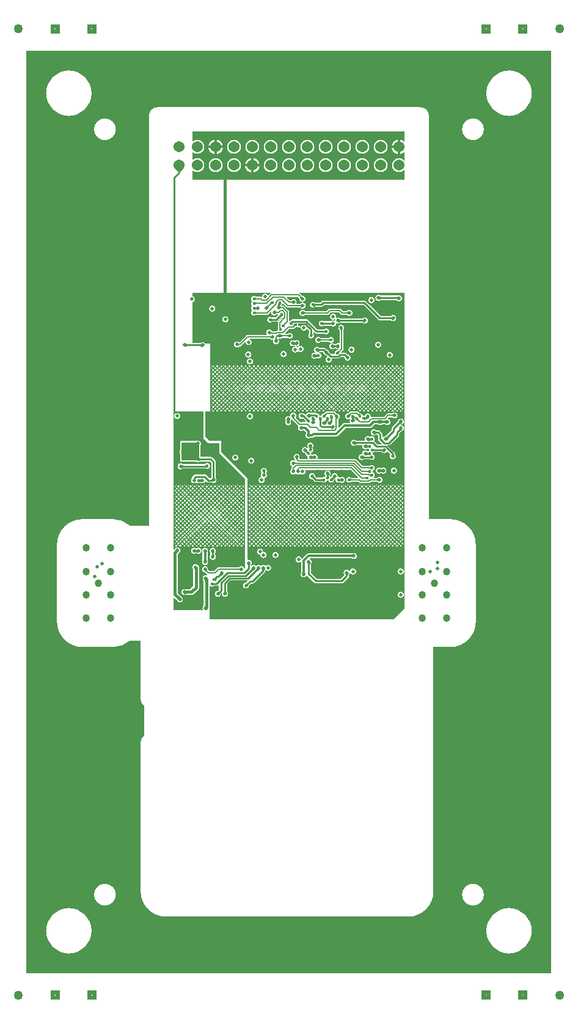
<source format=gbr>
G04 CAM350/DFMSTREAM V11.0 (Build 715) Date:  Fri Nov 02 14:57:19 2018 *
G04 Database: W:\PC Boards\VALTRONIC TECHNOLOGIES\VTC22567\CHECKPLOTS\MODIFIED.cam *
G04 Layer 18: R_Ly2 *
%FSLAX25Y25*%
%MOIN*%
%SFA1.000B1.000*%

%MIA0B0*%
%IPPOS*%
%ADD24C,0.00148*%
%ADD26C,0.01034*%
%ADD28C,0.00837*%
%ADD29C,0.06050*%
%ADD72C,0.04050*%
%ADD73C,0.01740*%
%ADD30C,0.01940*%
%ADD32C,0.00641*%
%ADD33C,0.01231*%
%ADD35C,0.01822*%
%ADD39C,0.05000*%
%LNR_Ly2*%
%LPD*%
G36*
X404850Y619100D02*
G01Y624100D01*
X409850*
Y619100*
X404850*
G37*
G36*
Y92300D02*
G01Y97300D01*
X409850*
Y92300*
X404850*
G37*
G36*
X384850Y619100D02*
G01Y624100D01*
X389850*
Y619100*
X384850*
G37*
G36*
Y92300D02*
G01Y97300D01*
X389850*
Y92300*
X384850*
G37*
G36*
X169550Y619100D02*
G01Y624100D01*
X174550*
Y619100*
X169550*
G37*
G36*
Y92300D02*
G01Y97300D01*
X174550*
Y92300*
X169550*
G37*
G36*
X149550Y619100D02*
G01Y624100D01*
X154550*
Y619100*
X149550*
G37*
G36*
Y92300D02*
G01Y97300D01*
X154550*
Y92300*
X149550*
G37*
G36*
X136536Y106768D02*
G01Y609580D01*
X422811*
Y106768*
X136536*
G37*
%LPC*%
G36*
X407438Y621210D02*
G75*
G03X407750Y621600I-88J390D01*
X407262Y621990I-400J0*
X406950Y621600I88J-390*
X407438Y621210I400J0*
G37*
G36*
Y94410D02*
G03X407750Y94800I-88J390D01*
X407262Y95190I-400J0*
X406950Y94800I88J-390*
X407438Y94410I400J0*
G37*
G36*
X387438Y621210D02*
G03X387750Y621600I-88J390D01*
X387262Y621990I-400J0*
X386950Y621600I88J-390*
X387438Y621210I400J0*
G37*
G36*
Y94410D02*
G03X387750Y94800I-88J390D01*
X387262Y95190I-400J0*
X386950Y94800I88J-390*
X387438Y94410I400J0*
G37*
G36*
X172138Y621210D02*
G03X172450Y621600I-88J390D01*
X171962Y621990I-400J0*
X171650Y621600I88J-390*
X172138Y621210I400J0*
G37*
G36*
Y94410D02*
G03X172450Y94800I-88J390D01*
X171962Y95190I-400J0*
X171650Y94800I88J-390*
X172138Y94410I400J0*
G37*
G36*
X152138Y621210D02*
G03X152450Y621600I-88J390D01*
X151962Y621990I-400J0*
X151650Y621600I88J-390*
X152138Y621210I400J0*
G37*
G36*
Y94410D02*
G03X152450Y94800I-88J390D01*
X151962Y95190I-400J0*
X151650Y94800I88J-390*
X152138Y94410I400J0*
G37*
G36*
X159595Y574120D02*
G03X171995Y586520J12400D01*
X159595Y598920I-12400J0*
X147195Y586520I0J-12400*
X159595Y574120I12400J0*
G37*
G36*
X167002Y284535D02*
G01X183691D01*
G03X192897Y288031I0J13870*
G01X198776Y288030*
Y256182*
G03X200744Y252462I4500J0*
G01Y236281*
G03X198776Y232560I2532J-3720*
G01Y151383*
G03X212650Y137509I13874J0*
G01X344650*
G03X358524Y151383I0J13874*
G01Y284526*
X367741*
G03X381615Y298400I0J13874*
G01Y340400*
G03X367741Y354274I-13874J0*
G01X356024*
Y574339*
G03X351524Y578839I-4500J0*
G01X207823*
G03X203323Y574339I0J-4500*
G01Y350777*
X192906Y350779*
G03X183691Y354283I-9215J-10366*
G01X167002*
G03X153128Y340409I0J-13874*
G01Y298409*
G03X167002Y284535I13874J0*
G37*
G36*
X179280Y143544D02*
G03X185248Y149512I-1J5969D01*
X179280Y155481I-5969J0*
X173311Y149512I0J-5969*
X179280Y143544I5969J1*
G37*
G36*
Y560867D02*
G03X185248Y566835I-1J5969D01*
X179280Y572804I-5969J0*
X173311Y566835I0J-5969*
X179280Y560867I5969J1*
G37*
G36*
X380067Y143544D02*
G03X386036Y149512I0J5969D01*
X380067Y155481I-5969J0*
X374099Y149512I1J-5969*
X380067Y143544I5969J1*
G37*
G36*
Y560867D02*
G03X386036Y566835I0J5969D01*
X380067Y572804I-5969J0*
X374099Y566835I1J-5969*
X380067Y560867I5969J1*
G37*
G36*
X399752Y117427D02*
G03X412152Y129827J12400D01*
X399752Y142227I-12400J0*
X387352Y129827I0J-12400*
X399752Y117427I12400*
G37*
G36*
Y574120D02*
G03X412152Y586520J12400D01*
X399752Y598920I-12400J0*
X387352Y586520I0J-12400*
X399752Y574120I12400*
G37*
G36*
X159595Y117427D02*
G03X171995Y129827I0J12400D01*
X159595Y142227I-12400J0*
X147195Y129827I0J-12400*
X159595Y117427I12400J0*
G37*
%LPD*%
G36*
X304896Y412640D02*
G02X304897Y412650I25J3D01*
G01X304979Y412846*
G02X305002Y412862I23J-9*
G01X312682*
G02X312696Y412858I0J-25*
X312705Y412846I-15J-20*
G01X312787Y412650*
G02X312789Y412640I-23J-10*
X312781Y412622I-25J0*
G01X312186Y412027*
G02X312167Y412020I-17J18*
G01X312036Y412028*
X311820Y412014*
X311608Y411972*
X311404Y411902*
X311210Y411807*
X311030Y411687*
X310868Y411545*
X310725Y411382*
X310605Y411202*
X310510Y411009*
X310440Y410804*
X310398Y410592*
X310384Y410376*
X310398Y410161*
X310440Y409949*
X310510Y409744*
X310605Y409550*
X310725Y409371*
X310868Y409208*
X311030Y409066*
X311210Y408946*
X311404Y408850*
X311608Y408781*
X311820Y408739*
X312036Y408725*
X312251Y408739*
X312463Y408781*
X312668Y408850*
X312862Y408946*
X312945Y409002*
G02X312977Y408999I14J-21*
G01X313118Y408857*
G02X313126Y408839I-17J-18*
X313122Y408825I-25J0*
G01X313066Y408742*
X312970Y408548*
X312901Y408343*
X312859Y408131*
X312845Y407916*
X312859Y407700*
X312901Y407488*
X312970Y407284*
X313066Y407090*
X313095Y407047*
G02X313099Y407033I-21J-14*
X313096Y407021I-25J0*
G01X312991Y406824*
G02X312969Y406811I-22J12*
G01X310167*
X309989Y406800*
X309815Y406765*
X309647Y406708*
X309488Y406629*
X309340Y406531*
X309206Y406413*
X306825Y404032*
G02X306812Y404026I-17J19*
G01Y404025*
G02X306798Y404027I-4J25*
G01X306617Y404102*
G02X306601Y404125I9J23*
G01Y408707*
G02X306605Y408720I25J-1*
X306615Y408730I22J-12*
G01X306665Y408755*
X306845Y408875*
X307008Y409017*
X307150Y409179*
X307270Y409359*
X307366Y409553*
X307435Y409758*
X307477Y409969*
X307491Y410185*
X307477Y410401*
X307435Y410612*
X307366Y410817*
X307270Y411011*
X307150Y411191*
X307008Y411353*
X306845Y411495*
X306665Y411616*
X306472Y411711*
X306267Y411781*
X306055Y411823*
X305840Y411837*
X305709Y411828*
G02X305690Y411835I-2J25*
G01X304903Y412622*
G02X304896Y412635I18J18*
G01Y412636*
G02Y412640I25J2*
G37*
G36*
X216735Y304766D02*
G01Y311389D01*
G02X216739Y311403I25J0*
G01X216740*
G02X216751Y311413I22J-13*
G01X216932Y311488*
G02X216942Y311490I10J-23*
X216947Y311489I-2J-25*
X216960Y311483I-4J-25*
G01X217179Y311264*
G02X217184Y311257I-18J-18*
G01X217200Y311223*
X217320Y311044*
X217462Y310881*
X217625Y310739*
X217804Y310619*
X217838Y310603*
G02X217844Y310598I-13J-21*
G01X219036Y309406*
X219200Y309263*
X219379Y309143*
X219573Y309047*
X219778Y308978*
X219990Y308935*
X220205Y308922*
X220421Y308935*
X220632Y308978*
X220837Y309047*
X221031Y309143*
X221211Y309263*
X221373Y309405*
X221516Y309568*
X221635Y309747*
X221731Y309941*
X221801Y310146*
X221843Y310358*
X221857Y310573*
X221843Y310789*
X221801Y311001*
X221731Y311205*
X221635Y311399*
X221516Y311579*
X221373Y311742*
X219108Y314006*
G02X219101Y314024I18J17*
G01Y335174*
G02X219108Y335192I25J1*
G01X219995Y336078*
X220138Y336241*
X220258Y336420*
X220353Y336614*
X220423Y336819*
X220465Y337031*
X220479Y337246*
X220465Y337462*
X220423Y337674*
X220353Y337879*
X220258Y338072*
X220138Y338252*
X219995Y338415*
X219833Y338557*
X219653Y338677*
X219459Y338773*
X219255Y338842*
X219043Y338884*
X218827Y338898*
X218612Y338884*
X218400Y338842*
X218195Y338773*
X218001Y338677*
X217822Y338557*
X217658Y338414*
X216960Y337715*
G02X216942Y337708I-17J18*
X216933Y337710I1J25*
G01X216751Y337785*
G02X216735Y337808I9J23*
G01Y339215*
G02X216760Y339240I25J0*
G01X255835*
G02X255860Y339215I0J-25*
G01Y327209*
G02X255852Y327192I-25J1*
G01X255850Y327189*
G02X255833Y327182I-17J18*
G01X255514*
G02X255489Y327202I-1J25*
G01X255462Y327339*
X255393Y327544*
X255297Y327738*
X255177Y327917*
X255035Y328080*
X254872Y328222*
X254693Y328342*
X254499Y328438*
X254294Y328507*
X254082Y328550*
X253867Y328564*
X253651Y328550*
X253439Y328507*
X253234Y328438*
X253040Y328342*
X252861Y328222*
X252698Y328080*
X252612Y327982*
G02X252593Y327973I-19J16*
G01X241269*
X241102Y327960*
X240940Y327921*
X240787Y327857*
X240645Y327770*
X240517Y327661*
X238867Y326011*
G02X238850Y326004I-17J18*
G01X236305*
G02X236287Y326011I-1J25*
G01X235537Y326762*
G02X235529Y326779I17J18*
G01Y326781*
X235538Y326912*
X235524Y327127*
X235482Y327339*
X235412Y327544*
X235317Y327738*
X235197Y327917*
X235054Y328080*
X234892Y328222*
X234712Y328342*
X234518Y328438*
X234314Y328507*
X234102Y328550*
X233886Y328564*
X233671Y328550*
X233459Y328507*
X233254Y328438*
X233060Y328342*
X232881Y328222*
X232718Y328080*
X232576Y327917*
X232456Y327738*
X232360Y327544*
X232291Y327339*
X232248Y327127*
X232235Y326912*
X232248Y326696*
X232291Y326484*
X232360Y326280*
X232456Y326086*
X232576Y325906*
X232718Y325744*
X232881Y325601*
X233060Y325481*
X233254Y325386*
X233459Y325316*
X233671Y325274*
X233886Y325260*
X234017Y325269*
X234019*
G02X234036Y325261I-1J-25*
G01X235104Y324194*
X235182Y324127*
G02X235191Y324108I-16J-19*
G01Y323651*
G02X235187Y323637I-25J0*
G01X235186*
G02X235176Y323628I-21J13*
G01X234979Y323543*
G02X234969Y323541I-10J23*
X234958Y323544I1J25*
G01X234814Y323615*
X234609Y323684*
X234397Y323727*
X234182Y323741*
X233966Y323727*
X233754Y323684*
X233549Y323615*
X233355Y323519*
X233176Y323399*
X233013Y323257*
X232871Y323095*
X232751Y322915*
X232655Y322721*
X232586Y322516*
X232544Y322305*
X232530Y322089*
X232544Y321873*
X232586Y321662*
X232655Y321457*
X232751Y321263*
X232871Y321083*
X233014Y320920*
X233113Y320822*
G02X233120Y320804I-18J-17*
G01Y306937*
G02X233113Y306919I-25J-1*
G01X233014Y306821*
X232871Y306658*
X232751Y306478*
X232655Y306284*
X232586Y306079*
X232544Y305868*
X232530Y305652*
X232544Y305436*
X232586Y305225*
X232655Y305020*
X232678Y304974*
G02X232680Y304963I-23J-10*
G01Y304962*
G02X232677Y304950I-25J0*
G01X232554Y304753*
G02X232533Y304741I-21J13*
G01X216760*
G02X216735Y304766J25*
G37*
G36*
X216561Y373073D02*
G01Y412837D01*
G02X216586Y412862I25J0*
G01X232996*
G02X233021Y412837I0J-25*
G01Y408220*
G02X233025Y408205I-21J-14*
G01Y398476*
X235374Y395736*
X241563*
G02X241588Y395711I0J-25*
G01Y390122*
X255852Y376355*
G02X255860Y376337I-17J-18*
G01Y373073*
G02X255835Y373048I-25*
G01X216586*
G02X216561Y373073J25*
G37*
G36*
X227125Y539215D02*
G01Y544237D01*
G02X227139Y544259I25J0*
G01X227336Y544356*
G02X227347Y544359I12J-22*
X227362Y544354I0J-25*
G01X227537Y544219*
X227814Y544043*
X228105Y543891*
X228409Y543765*
X228723Y543667*
X229043Y543596*
X229369Y543552*
X229697Y543538*
X230025Y543552*
X230351Y543596*
X230672Y543667*
X230985Y543765*
X231289Y543891*
X231580Y544043*
X231857Y544219*
X232118Y544420*
X232360Y544641*
X232582Y544883*
X232782Y545144*
X232959Y545421*
X233110Y545713*
X233236Y546016*
X233335Y546330*
X233406Y546650*
X233449Y546976*
X233463Y547304*
X233449Y547632*
X233406Y547958*
X233335Y548279*
X233236Y548592*
X233110Y548896*
X232959Y549188*
X232782Y549464*
X232582Y549725*
X232360Y549967*
X232118Y550189*
X231857Y550389*
X231580Y550566*
X231289Y550717*
X230985Y550843*
X230672Y550942*
X230351Y551013*
X230025Y551056*
X229697Y551070*
X229369Y551056*
X229043Y551013*
X228723Y550942*
X228409Y550843*
X228105Y550717*
X227814Y550566*
X227537Y550389*
X227362Y550255*
G02X227347Y550250I-15J20*
X227336Y550252I-1J25*
G01X227139Y550349*
G02X227125Y550372I11J22*
G01Y554237*
G02X227139Y554259I25J0*
G01X227336Y554356*
G02X227347Y554359I12J-22*
X227362Y554354I0J-25*
G01X227537Y554219*
X227814Y554043*
X228105Y553891*
X228409Y553766*
X228723Y553667*
X229043Y553596*
X229369Y553552*
X229697Y553538*
X230025Y553552*
X230351Y553596*
X230672Y553667*
X230985Y553766*
X231289Y553891*
X231580Y554043*
X231857Y554219*
X232118Y554420*
X232360Y554641*
X232582Y554883*
X232782Y555144*
X232959Y555421*
X233110Y555713*
X233236Y556016*
X233335Y556330*
X233406Y556650*
X233449Y556976*
X233463Y557304*
X233449Y557632*
X233406Y557958*
X233335Y558279*
X233236Y558592*
X233110Y558896*
X232959Y559188*
X232782Y559464*
X232582Y559725*
X232360Y559967*
X232118Y560189*
X231857Y560389*
X231580Y560566*
X231289Y560717*
X230985Y560843*
X230672Y560942*
X230351Y561013*
X230025Y561056*
X229697Y561070*
X229369Y561056*
X229043Y561013*
X228723Y560942*
X228409Y560843*
X228105Y560717*
X227814Y560566*
X227537Y560389*
X227362Y560255*
G02X227347Y560250I-15J20*
X227336Y560252I-1J25*
G01X227139Y560349*
G02X227125Y560372I11J22*
G01Y565576*
G02X227150Y565601I25J0*
G01X342761*
G02X342786Y565576I0J-25*
G01Y560149*
G02X342782Y560135I-25J0*
X342770Y560126I-20J15*
G01X342574Y560049*
G02X342564Y560048I-7J24*
X342546Y560056I0J25*
G01X342500Y560107*
X342245Y560340*
X341970Y560551*
X341679Y560736*
X341372Y560896*
X341053Y561028*
X340723Y561133*
X340385Y561207*
X340313Y561217*
Y553392*
X340385Y553401*
X340723Y553477*
X341053Y553580*
X341372Y553712*
X341679Y553872*
X341970Y554058*
X342245Y554268*
X342500Y554502*
X342546Y554553*
G02X342558Y554560I18J-17*
G01X342559*
G02X342565Y554561I7J-24*
X342574Y554559I-1J-25*
G01X342771Y554483*
G02X342786Y554459I-10J-23*
G01Y549833*
G02X342768Y549808I-25J-1*
G01X342571Y549757*
G02X342565Y549756I-7J24*
X342546Y549764I-1J25*
G01X342360Y549967*
X342118Y550189*
X341857Y550389*
X341580Y550566*
X341289Y550717*
X340985Y550843*
X340672Y550942*
X340351Y551013*
X340025Y551056*
X339697Y551070*
X339369Y551056*
X339043Y551013*
X338723Y550942*
X338409Y550843*
X338105Y550717*
X337814Y550566*
X337537Y550389*
X337277Y550189*
X337034Y549967*
X336812Y549725*
X336612Y549464*
X336436Y549187*
X336284Y548896*
X336158Y548592*
X336060Y548279*
X335988Y547958*
X335945Y547632*
X335931Y547304*
X335945Y546976*
X335988Y546650*
X336060Y546330*
X336158Y546016*
X336284Y545713*
X336436Y545421*
X336612Y545144*
X336812Y544883*
X337034Y544641*
X337277Y544420*
X337537Y544219*
X337814Y544043*
X338105Y543891*
X338409Y543766*
X338723Y543667*
X339043Y543596*
X339369Y543553*
X339697Y543538*
X340025Y543553*
X340351Y543596*
X340672Y543667*
X340985Y543766*
X341289Y543891*
X341580Y544043*
X341857Y544219*
X342118Y544420*
X342360Y544641*
X342546Y544844*
G02X342558Y544852I19J-16*
X342565Y544853I7J-24*
X342571Y544852I-1J-25*
G01X342768Y544800*
G02X342786Y544776I-7J-24*
G01Y539215*
G02X342761Y539190I-25*
G01X227150*
G02X227125Y539215J25*
G37*
G36*
X236519Y299577D02*
G01Y317635D01*
G02X236524Y317651I25J1*
G01X236532Y317660*
G02X236541Y317667I19J-16*
G01X236730Y317758*
G02X236741Y317761I12J-22*
X236754Y317757I-1J-25*
G01X236850Y317693*
X237032Y317603*
X237225Y317538*
X237424Y317498*
X237626Y317485*
X237829Y317498*
X238029Y317538*
X238221Y317603*
X238403Y317693*
X238572Y317806*
X238647Y317872*
G02X238664Y317878I16J-19*
G01X240086*
X240132Y317882*
X240133*
X241461*
G02X241486Y317857I0J-25*
G01Y315789*
G02X241479Y315771I-25J-1*
G01X240893Y315185*
G02X240876Y315178I-17J18*
G01X240875*
X240659Y315164*
X240447Y315121*
X240242Y315052*
X240048Y314957*
X239869Y314836*
X239706Y314694*
X239564Y314532*
X239444Y314352*
X239348Y314158*
X239279Y313953*
X239237Y313742*
X239223Y313526*
X239237Y313310*
X239279Y313099*
X239348Y312894*
X239444Y312700*
X239564Y312520*
X239706Y312358*
X239869Y312216*
X240048Y312095*
X240242Y312000*
X240447Y311930*
X240659Y311888*
X240874Y311874*
X241090Y311888*
X241302Y311930*
X241507Y312000*
X241700Y312095*
X241880Y312216*
X242043Y312358*
X242185Y312520*
X242305Y312700*
X242400Y312894*
X242470Y313099*
X242512Y313310*
X242526Y313527*
G02X242534Y313545I25J0*
G01X242975Y313987*
G02X242993Y313994I17J-18*
X243005Y313991I0J-25*
G01X243186Y313894*
G02X243196Y313884I-12J-22*
X243199Y313872I-22J-12*
Y313867I-25J-2*
G01X243174Y313742*
X243160Y313526*
X243174Y313310*
X243216Y313099*
X243285Y312894*
X243381Y312700*
X243501Y312520*
X243643Y312358*
X243806Y312216*
X243985Y312095*
X244179Y312000*
X244384Y311930*
X244596Y311888*
X244811Y311874*
X245027Y311888*
X245239Y311930*
X245444Y312000*
X245637Y312095*
X245817Y312216*
X245980Y312358*
X246122Y312520*
X246242Y312700*
X246337Y312894*
X246407Y313099*
X246449Y313310*
X246463Y313526*
X246449Y313742*
X246407Y313953*
X246337Y314158*
X246242Y314352*
X246122Y314532*
X245980Y314693*
G02X245971Y314713I16J19*
G01Y318941*
G02X245978Y318959I25J1*
G01X247851Y320831*
G02X247869Y320839I18J-17*
G01X256958*
G02X256972Y320835I0J-25*
G01Y320834*
G02X256981Y320823I-14J-21*
G01X257056Y320642*
G02X257058Y320632I-23J-10*
X257057Y320627I-25J2*
X257051Y320614I-25J4*
G01X256248Y319811*
G02X256230Y319804I-17J18*
G01X256013Y319790*
X255801Y319747*
X255597Y319678*
X255403Y319582*
X255223Y319462*
X255061Y319320*
X254918Y319158*
X254798Y318978*
X254703Y318784*
X254633Y318579*
X254591Y318368*
X254577Y318152*
X254591Y317936*
X254633Y317725*
X254703Y317520*
X254798Y317326*
X254918Y317146*
X255061Y316984*
X255223Y316842*
X255403Y316721*
X255597Y316626*
X255801Y316556*
X256013Y316514*
X256229Y316500*
X256444Y316514*
X256656Y316556*
X256861Y316626*
X257054Y316721*
X257234Y316842*
X257397Y316984*
X257539Y317146*
X257659Y317326*
X257755Y317520*
X257824Y317725*
X257866Y317936*
X257881Y318153*
G02X257888Y318171I25J1*
G01X258769Y319052*
G02X258787Y319059I17J-18*
G01X259574*
X259757Y319074*
X259934Y319116*
X260102Y319186*
X260257Y319281*
X260396Y319399*
X266497Y325500*
X266616Y325640*
X266711Y325795*
X266780Y325963*
X266823Y326140*
X266837Y326322*
Y326363*
G02X266848Y326384I25J0*
G01X267022Y326506*
G02X267036Y326511I15J-20*
G01X267038*
X267040Y326510*
X267097Y326501*
G02X267109Y326496I-3J-25*
G01X267231Y326389*
X267411Y326269*
X267604Y326173*
X267809Y326104*
X268021Y326061*
X268237Y326047*
X268452Y326061*
X268664Y326104*
X268869Y326173*
X269062Y326269*
X269242Y326389*
X269405Y326531*
X269547Y326694*
X269667Y326874*
X269763Y327067*
X269832Y327272*
X269874Y327484*
X269888Y327699*
X269874Y327915*
X269832Y328127*
X269763Y328331*
X269667Y328525*
X269547Y328705*
X269405Y328867*
X269242Y329010*
X269062Y329129*
X268869Y329225*
X268664Y329295*
X268452Y329337*
X268237Y329351*
X268021Y329337*
X267809Y329295*
X267604Y329225*
X267411Y329129*
X267231Y329010*
X267109Y328903*
G02X267097Y328897I-17J19*
G01X266961Y328875*
X266957*
X266953*
X266817Y328897*
G02X266805Y328903I5J25*
G01X266683Y329010*
X266504Y329129*
X266310Y329225*
X266105Y329295*
X265893Y329337*
X265678Y329351*
X265462Y329337*
X265250Y329295*
X265045Y329225*
X264851Y329129*
X264672Y329010*
X264550Y328903*
G02X264538Y328897I-17J19*
G01X264402Y328875*
X264398*
X264394*
X264258Y328897*
G02X264246Y328903I5J25*
G01X264124Y329010*
X263944Y329129*
X263751Y329225*
X263546Y329295*
X263334Y329337*
X263119Y329351*
X262903Y329337*
X262691Y329295*
X262486Y329225*
X262292Y329129*
X262113Y329010*
X261950Y328867*
X261887Y328795*
G02X261880Y328789I-19J16*
G01X261857Y328777*
G02X261845Y328775I-10J23*
G01X261635*
G02X261624Y328777I-1J25*
G01X261601Y328789*
G02X261594Y328795I12J22*
G01X261531Y328867*
X261368Y329010*
X261188Y329129*
X260995Y329225*
X260790Y329295*
X260578Y329337*
X260363Y329351*
X260147Y329337*
X259935Y329295*
X259730Y329225*
X259537Y329129*
X259357Y329010*
X259194Y328867*
X259108Y328768*
G02X259089Y328760I-18J17*
X259080Y328761I-2J25*
G01X258883Y328835*
G02X258867Y328859I9J23*
G01Y329270*
G02X258871Y329284I25J0*
G01X258872Y329285*
X258874Y329288*
X259018Y329451*
X259138Y329631*
X259234Y329825*
X259303Y330029*
X259345Y330241*
X259359Y330457*
X259345Y330672*
X259303Y330884*
X259234Y331089*
X259138Y331283*
X259018Y331462*
X258875Y331625*
X258713Y331767*
X258533Y331887*
X258340Y331983*
X258135Y332052*
X257923Y332094*
X257708Y332108*
X257492Y332094*
X257415Y332079*
G02X257410I-2J25*
X257395Y332084J25*
G01X257198Y332235*
G02X257188Y332255I15J20*
G01Y339215*
G02X257213Y339240I25J0*
G01X342744*
G02X342769Y339215I0J-25*
G01Y305652*
G02X342762Y305634I-25J-1*
G01X336709Y299560*
G02X336691Y299552I-18J17*
G01X236544*
G02X236519Y299577J25*
G37*
G36*
X234058Y412837D02*
G02X234083Y412862I25J0D01*
G01X299395*
G02X299409Y412858I0J-25*
X299418Y412846I-15J-20*
G01X299499Y412650*
G02X299501Y412640I-23J-10*
Y412635I-25J-2*
X299494Y412622I-25J5*
G01X298806Y411934*
G02X298788Y411927I-17J18*
G01X298786*
X298748Y411930*
X298546Y411916*
X298346Y411877*
X298154Y411811*
X297972Y411721*
X297803Y411608*
X297650Y411474*
X297516Y411322*
X297403Y411153*
X297314Y410971*
X297250Y410783*
G02X297226Y410766I-24J8*
X297218Y410767I-1J25*
G01X297171Y410783*
X296972Y410822*
X296769Y410836*
X296566Y410822*
X296555Y410820*
G02X296550Y410819I-7J24*
X296544Y410820I1J25*
G01X296335Y410864*
G02X296316Y410881I5J25*
G01X296250Y411075*
X296161Y411257*
X296048Y411426*
X295914Y411579*
X295761Y411712*
X295592Y411826*
X295410Y411915*
X295218Y411981*
X295018Y412020*
X294881Y412029*
G02X294869Y412033I2J25*
G01X294749Y412106*
X294581Y412176*
X294404Y412219*
X294222Y412233*
X291247*
G02X291235Y412235I-2J25*
G01X291113Y412296*
X290908Y412366*
X290696Y412408*
X290481Y412422*
X290265Y412408*
X290053Y412366*
X289849Y412296*
X289655Y412200*
X289475Y412080*
X289313Y411938*
X289170Y411776*
X289050Y411596*
X288955Y411402*
X288885Y411197*
X288884Y411191*
G02X288867Y411172I-25J5*
G01X288653Y411107*
G02X288646Y411106I-7J24*
X288628Y411113I-1J25*
G01X288349Y411393*
X288210Y411512*
X288054Y411606*
X287886Y411676*
X287745Y411710*
G02X287732Y411718I6J24*
G01X287712Y411741*
X287549Y411884*
X287369Y412004*
X287176Y412099*
X286971Y412169*
X286759Y412211*
X286544Y412225*
X286328Y412211*
X286116Y412169*
X285912Y412099*
X285718Y412004*
X285538Y411884*
X285376Y411741*
X285233Y411579*
X285113Y411399*
X285018Y411205*
X284948Y411001*
X284906Y410789*
X284892Y410573*
X284906Y410358*
X284948Y410146*
X285018Y409941*
X285113Y409748*
X285233Y409568*
X285376Y409405*
X285538Y409263*
X285718Y409143*
X285912Y409047*
X286116Y408978*
X286328Y408935*
X286544Y408922*
X286759Y408935*
X286971Y408978*
X287176Y409047*
X287319Y409118*
G02X287330Y409120I10J-23*
X287348Y409113I1J-25*
G01X288730Y407731*
G02X288738Y407715I-17J-18*
G01X288744Y407615*
X288780Y407432*
G02X288781Y407427I-24J-7*
G01Y407423*
X288771Y407359*
G02X288766Y407348I-25J5*
G01X288671Y407216*
G02X288651Y407205I-21J14*
G01X285714*
G02X285697Y407213I1J25*
G01X283258Y409651*
G02X283251Y409669I18J17*
X283257Y409685I25J0*
G01X283327Y409764*
X283447Y409944*
X283542Y410138*
X283612Y410343*
X283654Y410554*
X283668Y410770*
X283654Y410986*
X283612Y411197*
X283542Y411402*
X283447Y411596*
X283327Y411776*
X283184Y411938*
X283022Y412080*
X282842Y412200*
X282648Y412296*
X282444Y412366*
X282232Y412408*
X282016Y412422*
X281800Y412408*
X281589Y412366*
X281384Y412296*
X281190Y412200*
X281010Y412080*
X280848Y411938*
X280706Y411776*
X280585Y411596*
X280490Y411402*
X280421Y411197*
X280378Y410986*
X280364Y410770*
X280378Y410554*
X280409Y410403*
G02Y410398I-25J-2*
X280408Y410389I-25J-2*
X280400Y410378I-23J9*
G01X280262Y410269*
G02X280254Y410265I-15J20*
G01X280218Y410254*
G02X280210Y410253I-7J24*
X280196Y410257I0J25*
G01X280086Y410330*
X279892Y410426*
X279688Y410495*
X279476Y410538*
X279260Y410552*
X279045Y410538*
X278833Y410495*
X278628Y410426*
X278434Y410330*
X278255Y410210*
X278092Y410068*
X277950Y409906*
X277830Y409726*
X277734Y409532*
X277665Y409327*
X277622Y409116*
X277609Y408900*
X277622Y408684*
X277665Y408473*
X277734Y408268*
X277830Y408074*
X277949Y407895*
X277950Y407894*
G02X277957Y407877I-18J-17*
X277953Y407863I-25J0*
G01X277915Y407806*
X277825Y407624*
X277760Y407432*
X277721Y407233*
X277707Y407030*
X277721Y406827*
X277760Y406628*
X277825Y406436*
X277915Y406253*
X278028Y406085*
X278162Y405931*
X278315Y405798*
X278484Y405685*
X278666Y405595*
X278858Y405530*
X279058Y405490*
X279260Y405477*
X279463Y405490*
X279662Y405530*
X279855Y405595*
X280037Y405685*
X280206Y405798*
X280358Y405931*
X280492Y406085*
X280605Y406253*
X280695Y406436*
X280760Y406628*
X280800Y406827*
X280813Y407030*
X280800Y407233*
X280760Y407432*
X280695Y407624*
X280605Y407806*
X280568Y407863*
G02X280564Y407877I21J14*
X280569Y407893I25J1*
G01X280570Y407894*
X280691Y408074*
X280786Y408268*
X280856Y408473*
X280898Y408684*
X280901Y408725*
G02X280920Y408747I25J-2*
G01X281120Y408797*
G02X281126Y408798I7J-24*
X281136Y408796I0J-25*
X281147Y408786I-11J-23*
G01X281158Y408769*
X281266Y408641*
X284513Y405394*
X284641Y405286*
X284758Y405214*
G02X284765Y405207I-14J-21*
G01X284797Y405162*
G02X284801Y405152I-21J-14*
G01X284840Y404950*
G02X284841Y404945I-24J-7*
X284837Y404931I-25J0*
G01X284818Y404903*
X284722Y404709*
X284653Y404505*
X284611Y404293*
X284597Y404077*
X284611Y403862*
X284653Y403650*
X284722Y403445*
X284818Y403251*
X284938Y403072*
X285080Y402909*
X285243Y402767*
X285422Y402646*
X285616Y402551*
X285821Y402482*
X286033Y402439*
X286248Y402425*
X286464Y402439*
X286676Y402482*
X286881Y402551*
X287074Y402646*
X287179Y402717*
G02X287193Y402721I14J-21*
G01X287940*
G02X287958Y402714I1J-25*
G01X288921Y401751*
G02X288928Y401733I-18J-17*
G01Y400703*
G02X288926Y400692I-25J-1*
G01X288849Y400538*
X288784Y400345*
X288744Y400146*
X288731Y399943*
X288744Y399741*
X288784Y399542*
X288849Y399349*
X288939Y399167*
X289052Y398998*
X289185Y398845*
X289338Y398711*
X289507Y398598*
X289690Y398508*
X289882Y398443*
X290081Y398404*
X290284Y398390*
X290486Y398404*
X290686Y398443*
X290878Y398508*
X291049Y398593*
G02X291060Y398595I10J-23*
G01X292259*
X292437Y398607*
X292611Y398642*
X292779Y398698*
X292938Y398777*
X293085Y398875*
X293220Y398993*
X293594Y399368*
G02X293612Y399375I17J-18*
G01X305441*
X305618Y399387*
X305792Y399421*
X305960Y399478*
X306119Y399556*
X306267Y399655*
X306401Y399773*
X310720Y404092*
G02X310738Y404099I17J-18*
G01X324043*
X324221Y404111*
X324395Y404145*
X324562Y404202*
X324722Y404281*
X324869Y404379*
X325003Y404497*
X326343Y405837*
G02X326361Y405844I17J-18*
G01X328405*
G02X328419Y405840I0J-25*
G01X328524Y405769*
X328718Y405674*
X328923Y405605*
X329134Y405562*
X329350Y405548*
X329566Y405562*
X329777Y405605*
X329982Y405674*
X330176Y405769*
X330281Y405840*
G02X330295Y405844I14J-21*
G01X332405*
G02X332419Y405840I0J-25*
G01X332524Y405769*
X332718Y405674*
X332923Y405605*
X333134Y405562*
X333350Y405548*
X333566Y405562*
X333777Y405605*
X333982Y405674*
X334176Y405769*
X334356Y405890*
X334518Y406032*
X334660Y406194*
X334780Y406374*
X334876Y406568*
X334945Y406773*
X334988Y406984*
X335002Y407200*
X334988Y407416*
X334945Y407627*
X334876Y407832*
X334780Y408026*
X334660Y408206*
X334518Y408368*
X334356Y408510*
X334176Y408631*
X333982Y408726*
X333777Y408795*
X333587Y408833*
G02X333570Y408845I5J25*
G01X333533Y408906*
G02X333531Y408913I23J10*
G01X333494Y409057*
G02X333493Y409063I24J7*
X333500Y409081I25J1*
G01X334220Y409800*
G02X334238Y409808I18J-17*
G01X335960*
G02X335978Y409799I-1J-25*
G01X336065Y409700*
X336227Y409558*
X336407Y409438*
X336601Y409342*
X336805Y409273*
X337017Y409231*
X337233Y409217*
X337448Y409231*
X337660Y409273*
X337865Y409342*
X338058Y409438*
X338238Y409558*
X338401Y409700*
X338543Y409863*
X338663Y410042*
X338759Y410236*
X338828Y410441*
X338870Y410653*
X338884Y410868*
X338870Y411084*
X338828Y411296*
X338759Y411501*
X338663Y411695*
X338543Y411874*
X338401Y412037*
X338238Y412179*
X338058Y412299*
X337865Y412395*
X337660Y412464*
X337448Y412506*
X337233Y412520*
X337017Y412506*
X336805Y412464*
X336601Y412395*
X336407Y412299*
X336227Y412179*
X336065Y412037*
X335978Y411938*
G02X335959Y411929I-19J16*
G01X333789*
X333622Y411917*
X333460Y411878*
X333306Y411814*
X333164Y411727*
X333037Y411618*
X331587Y410168*
G02X331569Y410161I-17J18*
G01X324737*
X324570Y410148*
X324538Y410140*
G02X324532I-3J25*
X324519Y410143I-1J25*
G01X324406Y410211*
G02X324400Y410215I11J23*
G01X324323Y410296*
G02X324318Y410302I16J19*
G01Y410303*
G02X324315Y410313I22J12*
G01X324304Y410494*
X324261Y410705*
X324192Y410910*
X324096Y411104*
X323976Y411284*
X323834Y411446*
X323671Y411588*
X323492Y411708*
X323298Y411804*
X323093Y411873*
X322881Y411916*
X322666Y411930*
X322450Y411916*
X322238Y411873*
X322034Y411804*
X321840Y411708*
X321660Y411588*
X321498Y411446*
X321355Y411284*
X321235Y411104*
X321140Y410910*
X321092Y410770*
G02X321078Y410754I-24J7*
G01X321015Y410729*
G02X321006Y410727I-10J23*
X320998Y410728I-1J25*
G01X320804Y410794*
X320605Y410833*
X320402Y410847*
X320199Y410833*
X320000Y410794*
X319960Y410780*
G02X319952Y410779I-7J24*
X319928Y410796I0J25*
G01X319868Y410971*
X319779Y411153*
X319666Y411322*
X319532Y411474*
X319379Y411608*
X319210Y411721*
X319028Y411811*
X318836Y411877*
X318636Y411916*
X318434Y411930*
X318396Y411927*
X318394*
G02X318376Y411934I-1J25*
G01X317688Y412622*
G02X317681Y412635I18J18*
G01Y412636*
G02Y412640I25J2*
X317682Y412650I25J3*
G01X317764Y412846*
G02X317787Y412862I23J-9*
G01X342761*
G02X342786Y412837I0J-25*
G01Y373270*
G02X342761Y373245I-25*
G01X257213*
G02X257188Y373270J25*
G01Y376606*
X255030Y378764*
X242629Y391016*
G02X242621Y391034I17J18*
G01Y397064*
X236150*
G02X236131Y397073I0J25*
G01X234064Y399435*
G02X234058Y399451I19J16*
G01Y412837*
G37*
G36*
X227025Y450456D02*
G01Y472608D01*
G02X227030Y472622I25J-1*
X227042Y472632I21J-13*
G01X227215Y472690*
X227409Y472786*
X227589Y472906*
X227751Y473048*
X227893Y473211*
X228013Y473390*
X228109Y473584*
X228179Y473789*
X228221Y474001*
X228235Y474217*
X228221Y474432*
X228179Y474644*
X228109Y474849*
X228013Y475042*
X227894Y475222*
X227751Y475385*
X227589Y475527*
X227409Y475647*
X227215Y475743*
X227042Y475801*
G02X227025Y475825I8J24*
G01Y477661*
G02X227032Y477678I25J0*
G01X227172Y477818*
G02X227189Y477825I17J-18*
G01X236741Y477823*
X269880*
G02X269905Y477801I0J-25*
G01X269929Y477604*
Y477601*
G02X269910Y477576I-25J-1*
G01X269803Y477551*
X269649Y477487*
X269507Y477400*
X269379Y477291*
X268407Y476319*
G02X268389Y476311I-18J17*
X268384Y476312I2J25*
G01X268152Y476359*
G02X268135Y476372I5J24*
G01X268092Y476458*
X267972Y476638*
X267830Y476800*
X267667Y476943*
X267488Y477063*
X267294Y477158*
X267089Y477228*
X266877Y477270*
X266662Y477284*
X266446Y477270*
X266234Y477228*
X266030Y477158*
X265836Y477063*
X265656Y476943*
X265494Y476800*
X265351Y476638*
X265231Y476458*
X265136Y476264*
X265066Y476060*
X265024Y475848*
X265010Y475632*
X265017Y475529*
Y475528*
G02X265005Y475506I-25J-1*
G01X264815Y475392*
G02X264802Y475388I-14J21*
X264789Y475392I1J25*
G01X264781Y475397*
X264627Y475460*
X264465Y475499*
X264299Y475512*
X261702*
G02X261683Y475521I0J25*
G01X261658Y475549*
X261505Y475683*
X261336Y475796*
X261154Y475886*
X260961Y475951*
X260762Y475991*
X260559Y476004*
X260357Y475991*
X260157Y475951*
X259965Y475886*
X259783Y475796*
X259614Y475683*
X259461Y475549*
X259327Y475397*
X259214Y475228*
X259125Y475046*
X259059Y474853*
X259020Y474654*
X259006Y474451*
X259020Y474249*
X259059Y474049*
X259125Y473857*
X259214Y473675*
X259327Y473506*
X259462Y473353*
X259501Y473318*
G02X259504Y473314I-18J-17*
G01X259506Y473311*
G02X259511Y473297I-20J-15*
G01Y473046*
G02X259506Y473032I-25J1*
G01X259504Y473029*
G02X259500Y473025I-20J16*
G01X259461Y472991*
X259327Y472837*
X259214Y472669*
X259125Y472486*
X259059Y472294*
X259020Y472095*
X259006Y471892*
X259020Y471689*
X259059Y471490*
X259125Y471298*
X259214Y471116*
X259327Y470947*
X259461Y470794*
X259500Y470759*
G02X259504Y470755I-16J-20*
G01X259506Y470752*
G02X259511Y470738I-20J-15*
G01Y470487*
G02X259506Y470473I-25J1*
G01X259504Y470470*
G02X259500Y470466I-20J16*
G01X259461Y470432*
X259327Y470278*
X259214Y470109*
X259125Y469927*
X259059Y469735*
X259020Y469536*
X259006Y469333*
X259020Y469130*
X259059Y468931*
X259125Y468739*
X259214Y468557*
X259327Y468388*
X259461Y468235*
X259500Y468200*
G02X259504Y468196I-16J-20*
G01X259506Y468193*
G02X259511Y468179I-20J-15*
G01Y467928*
G02X259506Y467914I-25J1*
G01X259504Y467911*
G02X259500Y467907I-20J16*
G01X259461Y467872*
X259327Y467719*
X259214Y467550*
X259125Y467368*
X259059Y467176*
X259020Y466977*
X259006Y466774*
X259020Y466571*
X259059Y466372*
X259125Y466180*
X259214Y465998*
X259327Y465829*
X259461Y465676*
X259614Y465542*
X259783Y465429*
X259965Y465339*
X260157Y465274*
X260357Y465234*
X260559Y465221*
X260762Y465234*
X260961Y465274*
X261154Y465339*
X261336Y465429*
X261505Y465542*
X261658Y465676*
X261683Y465704*
G02X261702Y465713I19J-16*
G01X267645*
X267812Y465726*
X267974Y465765*
X268128Y465829*
X268269Y465916*
X268397Y466024*
X269715Y467342*
G02X269728Y467349I18J-18*
X269733Y467350I7J-24*
X269741Y467348I-2J-25*
G01X269868Y467305*
G02X269876Y467300I-9J-23*
G01X269935Y467251*
G02X269944Y467232I-16J-19*
G01Y467231*
X269931Y467041*
X269945Y466826*
X269988Y466614*
X270057Y466409*
X270152Y466215*
X270273Y466036*
X270415Y465873*
X270577Y465731*
X270757Y465611*
X270951Y465515*
X271156Y465446*
X271367Y465404*
X271583Y465390*
X271799Y465404*
X272010Y465446*
X272215Y465515*
X272409Y465611*
X272589Y465731*
X272751Y465873*
X272837Y465972*
G02X272856Y465980I18J-17*
G01X273732*
G02X273746Y465976I0J-25*
X273755Y465965I-14J-21*
G01X273836Y465768*
G02X273838Y465758I-23J-10*
Y465753I-25J-2*
X273831Y465741I-24J6*
G01X272291Y464201*
G02X272273Y464194I-17J18*
G01X270455*
G02X270439Y464200I0J25*
G01X270363Y464266*
X270194Y464379*
X270012Y464469*
X269820Y464534*
X269620Y464574*
X269418Y464587*
X269215Y464574*
X269015Y464534*
X268823Y464469*
X268641Y464379*
X268472Y464266*
X268320Y464132*
X268186Y463979*
X268073Y463810*
X267983Y463628*
X267917Y463436*
X267878Y463236*
X267864Y463034*
X267878Y462831*
X267918Y462632*
X267983Y462440*
X268073Y462257*
X268186Y462088*
X268320Y461935*
X268472Y461802*
X268641Y461689*
X268823Y461599*
X269016Y461534*
X269215Y461494*
X269418Y461481*
X269620Y461494*
X269820Y461534*
X270012Y461599*
X270194Y461689*
X270363Y461802*
X270439Y461868*
G02X270455Y461874I16J-19*
G01X272763*
X272946Y461889*
X273123Y461931*
X273291Y462001*
X273446Y462096*
X273585Y462214*
X275813Y464443*
G02X275827Y464450I18J-18*
G01X275908Y464463*
X275912*
G02X275930Y464455I0J-25*
G01X275931*
G02X275937Y464444I-18J-17*
G01X275992Y464221*
G02X275993Y464215I-24J-7*
X275986Y464197I-25J-1*
G01X273975Y462187*
X273866Y462060*
X273779Y461918*
X273716Y461764*
X273677Y461602*
X273664Y461435*
Y458234*
G02X273663Y458226I-25J-1*
G01X273629Y458129*
X273590Y457929*
X273576Y457727*
X273590Y457524*
X273628Y457330*
Y457328*
X273629Y457320*
Y457317*
G02X273625Y457304I-25J1*
G01X273504Y457110*
G02X273494Y457101I-21J13*
G01X273477Y457092*
G02X273472Y457091I-7J24*
G01X273322Y457055*
X273168Y456991*
X273026Y456904*
X272899Y456795*
X272718Y456614*
G02X272700Y456606I-18J17*
G01X270527*
G02X270513Y456611I1J25*
X270503Y456624I14J21*
G01X270452Y456776*
X270356Y456970*
X270236Y457150*
X270094Y457312*
X269931Y457455*
X269751Y457575*
X269558Y457670*
X269353Y457740*
X269141Y457782*
X268926Y457796*
X268710Y457782*
X268498Y457740*
X268293Y457670*
X268100Y457575*
X267920Y457455*
X267757Y457312*
X267615Y457150*
X267495Y456970*
X267400Y456776*
X267330Y456571*
X267288Y456360*
X267274Y456144*
X267288Y455928*
X267330Y455717*
X267400Y455512*
X267495Y455318*
X267615Y455138*
X267757Y454976*
X267859Y454887*
G02X267867Y454875I-16J-19*
G01Y454874*
G02X267868Y454868I-24J-7*
X267866Y454859I-25J1*
G01X267792Y454662*
G02X267769Y454646I-23J9*
G01X257017*
X256850Y454633*
X256688Y454594*
X256535Y454530*
X256393Y454443*
X256265Y454334*
X252644Y450713*
G02X252626Y450706I-17J18*
G01X252493Y450710*
G02X252477Y450717I1J25*
G01X252313Y450860*
X252133Y450980*
X251940Y451076*
X251735Y451145*
X251523Y451187*
X251308Y451201*
X251092Y451187*
X250880Y451145*
X250675Y451076*
X250481Y450980*
X250302Y450860*
X250139Y450718*
X249997Y450555*
X249877Y450375*
X249781Y450182*
X249712Y449977*
X249670Y449765*
X249656Y449550*
X249670Y449334*
X249712Y449122*
X249781Y448917*
X249877Y448724*
X249997Y448544*
X250139Y448381*
X250302Y448239*
X250481Y448119*
X250675Y448024*
X250880Y447954*
X251092Y447912*
X251308Y447898*
X251523Y447912*
X251735Y447954*
X251940Y448024*
X252133Y448119*
X252313Y448239*
X252476Y448381*
X252562Y448480*
G02X252581Y448488I18J-17*
G01X252980*
X253146Y448502*
X253308Y448540*
X253462Y448604*
X253604Y448691*
X253732Y448800*
X255816Y450884*
G02X255833Y450891I17J-18*
X255838I3J-25*
G01X255930Y450873*
G02X255938Y450870I-5J-25*
G01X256044Y450807*
G02X256056Y450787I-13J-21*
G01X256067Y450613*
X256110Y450402*
X256179Y450197*
X256275Y450003*
X256395Y449823*
X256537Y449661*
X256700Y449519*
X256879Y449399*
X257073Y449303*
X257278Y449234*
X257490Y449191*
X257705Y449177*
X257921Y449191*
X258132Y449234*
X258337Y449303*
X258531Y449399*
X258711Y449519*
X258873Y449661*
X259016Y449823*
X259135Y450003*
X259231Y450197*
X259301Y450402*
X259343Y450613*
X259357Y450829*
X259343Y451045*
X259301Y451256*
X259231Y451461*
X259135Y451655*
X259016Y451835*
X258873Y451997*
X258711Y452140*
X258531Y452259*
X258490Y452280*
G02X258476Y452302I11J22*
X258477Y452308I25J-1*
G01X258523Y452505*
G02X258547Y452524I24J-6*
G01X269523*
G02X269541Y452516I0J-25*
G01X269628Y452417*
X269790Y452275*
X269970Y452154*
X270164Y452059*
X270368Y451990*
X270580Y451947*
X270796Y451933*
X270891Y451939*
X270892Y451940*
G02X270910Y451932I0J-25*
G01X271022Y451817*
G02X271026Y451812I-17J-18*
G01X271063Y451747*
G02X271066Y451738I-22J-12*
G01Y451736*
Y451732*
G02Y451727I-25J-2*
G01X271028Y451537*
X271014Y451321*
X271028Y451106*
X271070Y450894*
X271140Y450689*
X271235Y450495*
X271355Y450316*
X271498Y450153*
X271660Y450011*
X271840Y449891*
X272034Y449795*
X272238Y449726*
X272450Y449684*
X272666Y449670*
X272881Y449684*
X273093Y449726*
X273298Y449795*
X273491Y449891*
X273671Y450011*
X273834Y450153*
X273976Y450316*
X274096Y450495*
X274192Y450689*
X274261Y450894*
X274303Y451106*
X274317Y451321*
X274304Y451537*
X274261Y451749*
X274192Y451953*
X274096Y452147*
X273976Y452327*
X273863Y452456*
G02X273857Y452473I19J16*
G01Y452476*
X273862Y452511*
G02X273874Y452529I25J-4*
G01X274066Y452647*
G02X274078Y452651I14J-21*
G01X274089*
X274091*
G02X274099Y452650I1J-25*
G01X274305Y452580*
X274517Y452538*
X274733Y452524*
X274948Y452538*
X275160Y452580*
X275365Y452650*
X275558Y452745*
X275738Y452865*
X275901Y453007*
X275987Y453106*
G02X276006Y453114I18J-17*
G01X278472*
X278639Y453128*
X278800Y453166*
X278908Y453211*
G02X278918Y453213I10J-23*
G01X279102*
G02X279121Y453205I1J-25*
G01X279146Y453176*
X279299Y453042*
X279468Y452929*
X279650Y452839*
X279843Y452774*
X280042Y452734*
X280245Y452721*
X280447Y452734*
X280646Y452774*
X280839Y452839*
X281021Y452929*
X281190Y453042*
X281343Y453176*
X281477Y453329*
X281590Y453498*
X281679Y453680*
X281745Y453872*
X281784Y454071*
X281798Y454274*
X281784Y454477*
X281745Y454676*
X281679Y454868*
X281590Y455050*
X281477Y455219*
X281343Y455372*
X281190Y455506*
X281021Y455619*
X280839Y455709*
X280646Y455774*
X280447Y455814*
X280245Y455827*
X280042Y455814*
X279843Y455774*
X279650Y455709*
X279468Y455619*
X279299Y455506*
X279146Y455372*
X279121Y455344*
G02X279102Y455335I-19J16*
G01X278572*
X278405Y455322*
X278244Y455283*
X278136Y455238*
G02X278126Y455236I-10J23*
G01X277326*
G02X277312Y455241I1J25*
X277303Y455252I14J21*
G01X277221Y455449*
G02X277220Y455458I24J7*
Y455463I25J3*
X277227Y455476I25J-5*
G01X279682Y457932*
G02X279700Y457939I17J-18*
G01X281918*
X282085Y457952*
X282247Y457991*
X282401Y458055*
X282543Y458142*
X282670Y458251*
X283238Y458818*
G02X283256Y458826I18J-17*
G01X283258*
X283296Y458823*
X283498Y458837*
X283697Y458876*
X283890Y458942*
X284072Y459031*
X284241Y459144*
X284350Y459240*
G02X284367Y459246I16J-19*
X284383Y459240I0J-25*
G01X284524Y459117*
X284692Y459004*
X284875Y458914*
X285067Y458849*
X285266Y458809*
X285469Y458796*
X285671Y458809*
X285871Y458849*
X285944Y458874*
G02X285952Y458875I7J-24*
X285958Y458874I-1J-25*
G01X286003Y458863*
G02X286012Y458859I-5J-24*
G01X286165Y458740*
G02X286172Y458731I-16J-19*
G01X286175Y458725*
G02X286177Y458715I-23J-10*
G01X286185Y458586*
X286228Y458374*
X286297Y458169*
X286393Y457975*
X286513Y457796*
X286655Y457633*
X286818Y457491*
X286997Y457371*
X287191Y457276*
X287396Y457206*
X287608Y457164*
X287823Y457150*
X288039Y457164*
X288251Y457206*
X288455Y457276*
X288649Y457371*
X288829Y457491*
X288991Y457633*
X289134Y457796*
X289253Y457975*
X289282Y458033*
G02X289300Y458047I23J-11*
G01X289539Y458086*
G02X289543Y458087I8J-24*
X289561Y458079I0J-25*
G01X290593Y457047*
G02X290601Y457029I-17J-18*
G01Y455410*
G02X290594Y455393I-25J0*
G01X290528Y455318*
X290415Y455149*
X290326Y454967*
X290260Y454774*
X290221Y454575*
X290207Y454372*
X290221Y454170*
X290260Y453971*
X290326Y453778*
X290415Y453596*
X290528Y453427*
X290662Y453274*
X290815Y453140*
X290984Y453028*
X291166Y452938*
X291358Y452872*
X291558Y452833*
X291760Y452819*
X291963Y452833*
X292162Y452872*
X292355Y452938*
X292537Y453028*
X292706Y453140*
X292858Y453274*
X292992Y453427*
X293105Y453596*
X293195Y453778*
X293260Y453971*
X293300Y454170*
X293314Y454372*
X293300Y454575*
X293260Y454774*
X293195Y454967*
X293105Y455149*
X292992Y455318*
X292926Y455393*
G02X292920Y455410I19J16*
G01Y456363*
G02X292924Y456377I25J0*
X292935Y456386I21J-14*
G01X293117Y456461*
G02X293127Y456463I10J-23*
X293132I3J-25*
X293145Y456456I-5J-25*
G01X293784Y455817*
X293923Y455698*
X294078Y455603*
X294246Y455533*
X294423Y455491*
X294605Y455477*
X298991*
G02X299007Y455470I-1J-25*
G01X299083Y455404*
X299252Y455291*
X299434Y455201*
X299626Y455136*
X299825Y455096*
X300028Y455083*
X300231Y455096*
X300430Y455136*
X300622Y455201*
X300804Y455291*
X300973Y455404*
X301126Y455538*
X301260Y455691*
X301373Y455860*
X301463Y456042*
X301528Y456234*
X301568Y456434*
X301581Y456636*
X301568Y456839*
X301528Y457038*
X301463Y457231*
X301373Y457413*
X301260Y457582*
X301126Y457735*
X300973Y457868*
X300804Y457981*
X300622Y458071*
X300430Y458136*
X300231Y458176*
X300028Y458190*
X299825Y458176*
X299626Y458136*
X299434Y458071*
X299251Y457981*
X299083Y457868*
X299007Y457802*
G02X298990Y457796I-16J19*
G01X295095*
G02X295077Y457803I-1J25*
G01X289905Y462975*
X289766Y463094*
X289611Y463189*
X289443Y463259*
X289266Y463301*
X289084Y463316*
X281828*
X281646Y463301*
X281469Y463259*
X281301Y463189*
X281145Y463094*
X281006Y462975*
X280552Y462521*
G02X280536Y462513I-18J17*
G01X280436Y462507*
X280236Y462467*
X280044Y462402*
X279979Y462370*
G02X279968Y462368I-10J23*
X279955Y462371I-1J25*
G01X279758Y462494*
G02X279746Y462515I13J21*
G01Y467273*
X279733Y467440*
X279694Y467602*
X279631Y467756*
X279544Y467897*
X279435Y468025*
X277180Y470280*
X277053Y470388*
X276911Y470475*
X276757Y470539*
X276595Y470578*
X276429Y470591*
X275312*
G02X275298Y470595I0J25*
X275289Y470607I15J20*
G01X275207Y470803*
G02X275205Y470812I23J10*
X275206Y470818I25J-1*
X275213Y470830I24J-6*
G01X275415Y471033*
G02X275425Y471039I18J-18*
G01X275451Y471048*
X275633Y471137*
X275802Y471251*
X275955Y471385*
X276088Y471537*
X276202Y471706*
X276248Y471800*
G02X276264Y471813I22J-11*
G01X276489Y471867*
G02X276495I3J-25*
X276512Y471860I0J-25*
G01X278419Y469953*
X278546Y469845*
X278688Y469758*
X278842Y469694*
X279004Y469655*
X279171Y469642*
X285868*
G02X285887Y469634I1J-25*
G01X285966Y469543*
X286129Y469401*
X286308Y469281*
X286502Y469185*
X286707Y469116*
X286919Y469073*
X287134Y469059*
X287350Y469073*
X287562Y469116*
X287766Y469185*
X287960Y469281*
X288140Y469401*
X288302Y469543*
X288445Y469705*
X288565Y469885*
X288660Y470079*
X288730Y470284*
X288772Y470495*
X288786Y470711*
X288772Y470927*
X288730Y471138*
X288660Y471343*
X288565Y471537*
X288445Y471717*
X288302Y471879*
X288140Y472021*
X287960Y472141*
X287766Y472237*
X287562Y472307*
X287350Y472349*
X287134Y472363*
X286919Y472349*
X286707Y472307*
X286502Y472237*
X286308Y472141*
X286129Y472021*
X285966Y471879*
X285873Y471773*
G02X285854Y471764I-19J16*
G01X283873*
G02X283850Y471779I0J25*
G01X283755Y471975*
G02X283753Y471986I23J10*
X283754Y471994I25J1*
G01X283808Y472154*
X283851Y472365*
X283865Y472581*
X283851Y472797*
X283808Y473008*
X283739Y473213*
X283643Y473407*
X283523Y473587*
X283381Y473749*
X283219Y473892*
X283039Y474012*
X282845Y474107*
X282640Y474177*
X282429Y474219*
X282213Y474233*
X281997Y474219*
X281786Y474177*
X281581Y474107*
X281387Y474012*
X281207Y473892*
X281045Y473749*
X280959Y473650*
G02X280940Y473642I-18J17*
G01X280006*
G02X279988Y473649I-1J25*
G01X278381Y475256*
G02X278374Y475269I18J18*
X278373Y475274I24J7*
X278375Y475284I25J0*
G01X278451Y475465*
G02X278474Y475481I23J-9*
G01X284495*
G02X284513Y475474I1J-25*
G01X285385Y474601*
G02X285393Y474583I-17J-18*
G01Y474582*
X285384Y474451*
X285398Y474236*
X285440Y474024*
X285510Y473819*
X285606Y473625*
X285725Y473446*
X285868Y473283*
X286030Y473141*
X286210Y473021*
X286404Y472925*
X286608Y472856*
X286820Y472813*
X287036Y472799*
X287251Y472813*
X287463Y472856*
X287668Y472925*
X287861Y473021*
X288041Y473141*
X288204Y473283*
X288346Y473446*
X288466Y473625*
X288562Y473819*
X288631Y474024*
X288674Y474236*
X288688Y474451*
X288674Y474667*
X288631Y474879*
X288562Y475083*
X288467Y475277*
X288346Y475457*
X288204Y475619*
X288041Y475762*
X287862Y475881*
X287668Y475977*
X287463Y476047*
X287251Y476089*
X287036Y476103*
X286905Y476094*
X286904*
G02X286886Y476102I0J25*
G01X285696Y477291*
X285569Y477400*
X285427Y477487*
X285273Y477551*
X285166Y477577*
G02X285147Y477601I6J24*
G01Y477604*
X285170Y477801*
G02X285195Y477823I25J-3*
G01X342761*
G02X342786Y477798I0J-25*
G01Y438231*
G02X342761Y438206I-25*
G01X236880*
G02X236862Y438213I-1J25*
G01X236723Y438352*
G02X236716Y438370I18J17*
G01X236725Y450075*
X233949*
G02X233929Y450086I1J25*
G01X233866Y450179*
X233724Y450341*
X233562Y450484*
X233382Y450604*
X233188Y450699*
X232983Y450769*
X232772Y450811*
X232556Y450825*
X232340Y450811*
X232129Y450769*
X231924Y450699*
X231730Y450604*
X231550Y450484*
X231497Y450437*
G02X231480Y450431I-16J19*
G01X227050*
G02X227025Y450456J25*
G37*
%LPC*%
G36*
X226245Y336834D02*
G01X226287Y336622D01*
X226356Y336417*
X226452Y336224*
X226572Y336044*
X226714Y335882*
X226877Y335739*
X227056Y335619*
X227250Y335524*
X227455Y335454*
X227667Y335412*
X227882Y335398*
X228098Y335412*
X228310Y335454*
X228514Y335524*
X228708Y335619*
X228888Y335739*
X228941Y335786*
G02X228949Y335791I17J-18*
X228958Y335792I7J-24*
G01X229169*
G02X229178Y335791I2J-25*
X229185Y335786I-11J-23*
G01X229239Y335739*
X229418Y335619*
X229612Y335524*
X229817Y335454*
X230029Y335412*
X230244Y335398*
X230460Y335412*
X230672Y335454*
X230877Y335524*
X231071Y335619*
X231250Y335739*
X231413Y335881*
X231555Y336044*
X231675Y336224*
X231771Y336417*
X231840Y336622*
X231882Y336834*
X231896Y337050*
X231882Y337265*
X231840Y337477*
X231771Y337682*
X231675Y337875*
X231555Y338055*
X231413Y338218*
X231250Y338360*
X231071Y338480*
X230877Y338576*
X230672Y338645*
X230460Y338687*
X230245Y338701*
X230029Y338687*
X229817Y338645*
X229612Y338576*
X229418Y338480*
X229239Y338360*
X229185Y338313*
G02X229178Y338309I-16J19*
G01Y338308*
G02X229169Y338307I-7J24*
G01X228958*
G02X228949Y338308I-2J25*
G01Y338309*
G02X228941Y338313I7J24*
G01X228888Y338360*
X228708Y338480*
X228514Y338576*
X228310Y338645*
X228098Y338687*
X227882Y338701*
X227667Y338687*
X227455Y338645*
X227250Y338576*
X227056Y338480*
X226877Y338360*
X226714Y338218*
X226572Y338055*
X226452Y337875*
X226356Y337682*
X226287Y337477*
X226245Y337265*
X226231Y337050*
X226245Y336834*
G37*
G36*
X232248Y330633D02*
G01X232291Y330421D01*
X232360Y330217*
X232456Y330023*
X232576Y329843*
X232718Y329681*
X232881Y329538*
X233060Y329419*
X233254Y329323*
X233459Y329253*
X233671Y329211*
X233886Y329197*
X234102Y329211*
X234314Y329253*
X234518Y329323*
X234712Y329419*
X234892Y329538*
X235054Y329681*
X235197Y329843*
X235316Y330023*
X235412Y330217*
X235482Y330421*
X235524Y330633*
X235538Y330849*
X235524Y331064*
X235482Y331276*
X235412Y331481*
X235317Y331674*
X235247Y331780*
G02X235243Y331787I19J16*
X235242Y331794I24J7*
G01Y336105*
G02X235243Y336111I25J-1*
X235247Y336119I24J-7*
G01X235316Y336224*
X235412Y336417*
X235482Y336622*
X235524Y336834*
X235538Y337050*
X235524Y337265*
X235482Y337477*
X235412Y337682*
X235317Y337875*
X235197Y338055*
X235054Y338218*
X234892Y338360*
X234712Y338480*
X234518Y338576*
X234314Y338645*
X234102Y338687*
X233886Y338701*
X233671Y338687*
X233459Y338645*
X233254Y338576*
X233060Y338480*
X232881Y338360*
X232718Y338218*
X232576Y338055*
X232456Y337875*
X232360Y337682*
X232291Y337477*
X232248Y337265*
X232235Y337050*
X232248Y336834*
X232291Y336622*
X232360Y336417*
X232456Y336224*
X232526Y336119*
G02X232529Y336112I-21J-13*
X232531Y336105I-23J-10*
G01Y331794*
G02X232530Y331787I-25*
X232526Y331780I-23J9*
G01X232456Y331674*
X232360Y331481*
X232291Y331276*
X232248Y331064*
X232235Y330849*
X232248Y330633*
G37*
G36*
X236481Y333586D02*
G01X236523Y333374D01*
X236592Y333169*
X236688Y332976*
X236808Y332796*
X236950Y332633*
X237113Y332491*
X237292Y332371*
X237486Y332276*
X237691Y332206*
X237903Y332164*
X238118Y332150*
X238334Y332164*
X238546Y332206*
X238751Y332276*
X238945Y332371*
X239124Y332491*
X239287Y332633*
X239429Y332796*
X239549Y332976*
X239645Y333169*
X239714Y333374*
X239756Y333586*
X239770Y333802*
X239756Y334017*
X239714Y334229*
X239645Y334434*
X239549Y334627*
X239429Y334807*
X239382Y334861*
G02X239377Y334868I18J18*
G01Y334869*
G02X239376Y334877I24J7*
G01Y335875*
G02X239377Y335884I25J2*
X239382Y335892I23J-9*
G01X239429Y335946*
X239549Y336125*
X239645Y336319*
X239714Y336524*
X239756Y336736*
X239770Y336951*
X239756Y337167*
X239714Y337379*
X239645Y337583*
X239549Y337777*
X239429Y337957*
X239287Y338119*
X239124Y338262*
X238945Y338381*
X238751Y338477*
X238546Y338547*
X238334Y338589*
X238119Y338603*
X237903Y338589*
X237691Y338547*
X237486Y338477*
X237292Y338381*
X237113Y338262*
X236950Y338119*
X236808Y337957*
X236688Y337777*
X236592Y337583*
X236523Y337379*
X236481Y337167*
X236467Y336951*
X236481Y336736*
X236523Y336524*
X236592Y336319*
X236688Y336125*
X236808Y335946*
X236855Y335892*
G02X236860Y335884I-18J-17*
X236861Y335875I-24J-7*
G01Y334877*
G02X236860Y334869I-25J-1*
G01Y334868*
G02X236855Y334861I-23J11*
G01X236808Y334807*
X236688Y334627*
X236592Y334434*
X236523Y334229*
X236481Y334017*
X236467Y333802*
X236481Y333586*
G37*
G36*
X220930Y314295D02*
G01X220972Y314083D01*
X221041Y313878*
X221137Y313684*
X221257Y313505*
X221399Y313342*
X221562Y313200*
X221741Y313080*
X221935Y312984*
X222140Y312915*
X222352Y312872*
X222568Y312858*
X226405*
X226622Y312872*
X226833Y312915*
X227038Y312984*
X227232Y313080*
X227412Y313200*
X227575Y313343*
X230231Y315999*
X230374Y316162*
X230494Y316342*
X230589Y316536*
X230659Y316740*
X230701Y316952*
X230715Y317169*
Y327698*
X230701Y327915*
X230659Y328127*
X230589Y328331*
X230494Y328525*
X230374Y328705*
X230231Y328868*
X229838Y329260*
X229675Y329403*
X229496Y329523*
X229302Y329619*
X229097Y329688*
X228885Y329731*
X228670Y329745*
X228454Y329731*
X228242Y329688*
X228038Y329619*
X227844Y329523*
X227664Y329403*
X227502Y329261*
X227359Y329099*
X227239Y328919*
X227144Y328725*
X227074Y328520*
X227032Y328309*
X227018Y328093*
X227032Y327877*
X227074Y327666*
X227144Y327461*
X227239Y327267*
X227359Y327087*
X227405Y327035*
G02X227410Y327028I-18J-18*
X227412Y327018I-23J-10*
G01Y317862*
G02X227409Y317852I-25J2*
X227404Y317844I-23J9*
G01X225729Y316169*
G02X225722Y316164I-18J18*
G01X225721*
G02X225711Y316162I-10J23*
G01X222568*
X222352Y316148*
X222140Y316106*
X221935Y316036*
X221741Y315941*
X221562Y315821*
X221399Y315678*
X221257Y315516*
X221137Y315336*
X221041Y315142*
X220972Y314938*
X220930Y314726*
X220916Y314510*
X220930Y314295*
G37*
G36*
X218961Y382897D02*
G01X219003Y382685D01*
X219073Y382480*
X219169Y382287*
X219288Y382107*
X219431Y381945*
X219593Y381802*
X219773Y381682*
X219967Y381587*
X220171Y381517*
X220383Y381475*
X220599Y381461*
X220814Y381475*
X221026Y381517*
X221231Y381587*
X221425Y381682*
X221604Y381802*
X221658Y381849*
G02X221666Y381854I17J-18*
X221675Y381855I7J-24*
G01X234526*
G02X234534Y381854I1J-25*
G01X234666Y381809*
X234865Y381770*
X235067Y381756*
X235270Y381770*
X235469Y381809*
X235662Y381875*
X235844Y381964*
X236013Y382077*
X236165Y382211*
X236299Y382364*
X236413Y382533*
X236502Y382715*
X236568Y382908*
X236607Y383107*
X236621Y383309*
X236607Y383512*
X236568Y383711*
X236502Y383904*
X236413Y384086*
X236299Y384255*
X236165Y384407*
X236013Y384542*
X235844Y384654*
X235662Y384744*
X235470Y384810*
X235270Y384849*
X235067Y384863*
X234865Y384849*
X234666Y384810*
X234473Y384744*
X234291Y384654*
X234122Y384542*
X233969Y384407*
X233943Y384378*
G02X233935Y384372I-19J17*
X233924Y384370I-10J23*
G01X221675*
G02X221666Y384371I-2J25*
G01Y384372*
G02X221658Y384376I7J24*
G01X221604Y384423*
X221425Y384543*
X221231Y384639*
X221026Y384708*
X220814Y384750*
X220599Y384764*
X220383Y384750*
X220171Y384708*
X219967Y384639*
X219773Y384543*
X219593Y384423*
X219431Y384281*
X219288Y384118*
X219169Y383939*
X219073Y383745*
X219003Y383540*
X218961Y383328*
X218947Y383113*
X218961Y382897*
G37*
G36*
X219945Y390673D02*
G01X219988Y390461D01*
X220057Y390256*
X220153Y390063*
X220222Y389958*
G02X220225Y389951I-21J-13*
X220226Y389944I-24J-7*
G01Y386362*
X220241Y386211*
X220285Y386068*
X220356Y385935*
X220451Y385819*
X220567Y385724*
X220699Y385653*
X220843Y385609*
X220994Y385594*
X229104*
G02X229110Y385593I-1J-25*
G01X229111*
G02X229118Y385590I-6J-24*
G01X229222Y385521*
X229415Y385425*
X229620Y385356*
X229832Y385313*
X230048Y385299*
X230263Y385313*
X230475Y385356*
X230680Y385425*
X230873Y385521*
X231053Y385641*
X231107Y385688*
G02X231114Y385692I16J-19*
G01X231115*
G02X231123Y385694I10J-23*
G01X236505*
G02X236515Y385692I0J-25*
X236523Y385686I-11J-23*
G01X237247Y384961*
G02X237253Y384954I-16J-20*
X237255Y384944I-23J-10*
G01Y376718*
Y376717*
G02X237230Y376693I-25J1*
G01X236189*
G02X236179Y376695I0J25*
X236171Y376700I9J23*
G01X234481Y378391*
X234356Y378500*
X234220Y378591*
X234072Y378664*
X233916Y378717*
X233755Y378749*
X233590Y378760*
X228769*
X228604Y378749*
X228443Y378717*
X228287Y378664*
X228140Y378591*
X228003Y378500*
X227879Y378391*
X226994Y377506*
X226885Y377382*
X226793Y377245*
X226721Y377098*
X226668Y376942*
X226636Y376781*
X226625Y376616*
Y376511*
G02X226623Y376502I-25J1*
X226619Y376494I-24J7*
G01X226572Y376441*
X226452Y376262*
X226356Y376068*
X226287Y375863*
X226245Y375651*
X226231Y375435*
X226245Y375220*
X226287Y375008*
X226356Y374803*
X226452Y374609*
X226572Y374430*
X226714Y374267*
X226877Y374125*
X227056Y374005*
X227250Y373909*
X227455Y373840*
X227667Y373798*
X227882Y373784*
X228098Y373798*
X228310Y373840*
X228514Y373909*
X228708Y374005*
X228888Y374125*
X229050Y374267*
X229077Y374299*
G02X229084Y374304I18J-18*
G01X229085*
G02X229093Y374307I13J-22*
G01X229321Y374344*
G02X229325I2J-25*
X229331Y374343I-1J-25*
X229341Y374338I-6J-24*
G01X229373Y374311*
X229496Y374203*
X229665Y374090*
X229847Y374001*
X230039Y373935*
X230239Y373896*
X230441Y373882*
X230644Y373896*
X230843Y373935*
X231036Y374001*
X231218Y374090*
X231330Y374165*
G02X231336Y374168I14J-21*
G01X231337*
G02X231344Y374169I7J-24*
X231353Y374168I2J-25*
G01X231354Y374167*
G02X231361Y374163I-9J-23*
G01X231404Y374125*
X231584Y374005*
X231778Y373909*
X231982Y373840*
X232194Y373798*
X232410Y373784*
X232625Y373798*
X232837Y373840*
X233042Y373909*
X233235Y374005*
X233415Y374125*
X233578Y374267*
X233720Y374430*
X233840Y374609*
X233936Y374803*
X233998Y374987*
G02X234003Y374996I24J-7*
X234011Y375002I19J-17*
G01X234122Y375058*
G02X234126Y375060I13J-21*
G01X234211Y375085*
G02X234218Y375086I7J-24*
X234225Y375085I0J-25*
X234236Y375079I-6J-24*
G01X234768Y374547*
X234892Y374438*
X235029Y374347*
X235177Y374274*
X235332Y374221*
X235494Y374189*
X235659Y374178*
X237728*
G02X237734I3J-25*
G01Y374177*
G02X237739Y374176I-2J-25*
G01X237880Y374106*
X238085Y374037*
X238297Y373995*
X238512Y373981*
X238728Y373995*
X238940Y374037*
X239144Y374106*
X239338Y374202*
X239518Y374322*
X239680Y374464*
X239823Y374627*
X239942Y374806*
X240038Y375000*
X240108Y375205*
X240150Y375417*
X240164Y375632*
X240150Y375848*
X240108Y376060*
X240038Y376264*
X239942Y376458*
X239823Y376638*
X239776Y376691*
G02X239771Y376699I18J17*
X239769Y376708I23J10*
G01Y385474*
X239759Y385639*
X239727Y385800*
X239674Y385956*
X239601Y386103*
X239510Y386240*
X239401Y386364*
X237925Y387840*
X237801Y387949*
X237664Y388040*
X237517Y388113*
X237361Y388166*
X237200Y388198*
X237035Y388208*
X231430*
X231429*
G02X231405Y388233I1J25*
G01Y388234*
Y394570*
G02Y394577I25J4*
X231409Y394584I23J-9*
G01X231478Y394688*
X231574Y394882*
X231643Y395087*
X231685Y395299*
X231699Y395514*
X231685Y395730*
X231643Y395942*
X231574Y396146*
X231478Y396340*
X231358Y396520*
X231216Y396682*
X231053Y396825*
X230873Y396944*
X230680Y397040*
X230475Y397110*
X230263Y397152*
X230048Y397166*
X229832Y397152*
X229620Y397110*
X229416Y397040*
X229222Y396944*
X229118Y396875*
G02X229111Y396872I-13J21*
G01X229110*
G02X229104Y396871I-7J24*
G01X220994*
X220843Y396856*
X220699Y396813*
X220567Y396742*
X220451Y396646*
X220356Y396530*
X220285Y396398*
X220241Y396254*
X220226Y396104*
Y391832*
G02X220225Y391825I-25*
X220222Y391818I-24J6*
G01X220153Y391714*
X220057Y391520*
X219988Y391316*
X219945Y391104*
X219931Y390888*
X219945Y390673*
G37*
G36*
X216993Y410358D02*
G01X217035Y410146D01*
X217104Y409941*
X217200Y409748*
X217320Y409568*
X217462Y409405*
X217625Y409263*
X217804Y409143*
X217998Y409047*
X218203Y408978*
X218415Y408935*
X218630Y408922*
X218846Y408935*
X219058Y408978*
X219262Y409047*
X219456Y409143*
X219636Y409263*
X219798Y409405*
X219941Y409568*
X220061Y409748*
X220156Y409941*
X220226Y410146*
X220268Y410358*
X220282Y410573*
X220268Y410789*
X220226Y411001*
X220156Y411205*
X220061Y411399*
X219941Y411579*
X219798Y411741*
X219636Y411884*
X219456Y412004*
X219262Y412099*
X219058Y412169*
X218846Y412211*
X218630Y412225*
X218415Y412211*
X218203Y412169*
X217998Y412099*
X217804Y412004*
X217625Y411884*
X217462Y411741*
X217320Y411579*
X217200Y411399*
X217104Y411205*
X217035Y411001*
X216993Y410789*
X216979Y410573*
X216993Y410358*
G37*
G36*
X239082Y557920D02*
G01Y561217D01*
X239009Y561207*
X238671Y561133*
X238342Y561028*
X238022Y560896*
X237716Y560736*
X237424Y560551*
X237150Y560340*
X236895Y560107*
X236661Y559852*
X236451Y559577*
X236265Y559286*
X236105Y558979*
X235973Y558660*
X235869Y558330*
X235794Y557993*
X235785Y557920*
X239082*
G37*
G36*
X235945Y546976D02*
G01X235988Y546650D01*
X236060Y546330*
X236158Y546016*
X236284Y545713*
X236436Y545421*
X236612Y545144*
X236812Y544883*
X237034Y544641*
X237277Y544420*
X237537Y544219*
X237814Y544043*
X238105Y543891*
X238409Y543766*
X238723Y543667*
X239043Y543596*
X239369Y543553*
X239697Y543538*
X240025Y543553*
X240351Y543596*
X240672Y543667*
X240985Y543766*
X241289Y543891*
X241580Y544043*
X241857Y544219*
X242118Y544420*
X242360Y544641*
X242582Y544883*
X242782Y545144*
X242959Y545421*
X243110Y545713*
X243236Y546016*
X243335Y546330*
X243406Y546650*
X243449Y546976*
X243463Y547304*
X243449Y547632*
X243406Y547958*
X243335Y548279*
X243236Y548592*
X243110Y548896*
X242959Y549187*
X242782Y549464*
X242582Y549725*
X242360Y549967*
X242118Y550189*
X241857Y550389*
X241580Y550566*
X241289Y550717*
X240985Y550843*
X240672Y550942*
X240351Y551013*
X240025Y551056*
X239697Y551070*
X239369Y551056*
X239043Y551013*
X238723Y550942*
X238409Y550843*
X238105Y550717*
X237814Y550566*
X237537Y550389*
X237277Y550189*
X237034Y549967*
X236812Y549725*
X236612Y549464*
X236436Y549188*
X236284Y548896*
X236158Y548592*
X236060Y548279*
X235988Y547958*
X235945Y547632*
X235931Y547304*
X235945Y546976*
G37*
G36*
X240313Y553392D02*
G01X240385Y553401D01*
X240723Y553477*
X241052Y553580*
X241372Y553712*
X241679Y553872*
X241970Y554058*
X242245Y554268*
X242500Y554502*
X242733Y554757*
X242944Y555031*
X243130Y555323*
X243289Y555629*
X243421Y555949*
X243525Y556279*
X243600Y556616*
X243610Y556689*
X240313*
Y553392*
G37*
G36*
X243610Y557920D02*
G01X243600Y557993D01*
X243525Y558330*
X243421Y558660*
X243289Y558979*
X243130Y559286*
X242944Y559577*
X242733Y559852*
X242500Y560107*
X242245Y560340*
X241970Y560551*
X241679Y560736*
X241372Y560896*
X241052Y561028*
X240723Y561133*
X240385Y561207*
X240313Y561217*
Y557920*
X243610*
G37*
G36*
X245945Y546976D02*
G01X245988Y546650D01*
X246060Y546330*
X246159Y546016*
X246284Y545713*
X246436Y545421*
X246612Y545144*
X246812Y544883*
X247034Y544641*
X247277Y544420*
X247537Y544219*
X247814Y544043*
X248106Y543891*
X248409Y543766*
X248723Y543667*
X249043Y543596*
X249369Y543553*
X249697Y543538*
X250025Y543553*
X250351Y543596*
X250672Y543667*
X250985Y543766*
X251289Y543891*
X251580Y544043*
X251857Y544219*
X252118Y544420*
X252360Y544641*
X252582Y544883*
X252782Y545144*
X252959Y545421*
X253110Y545713*
X253236Y546016*
X253335Y546330*
X253406Y546650*
X253449Y546976*
X253463Y547304*
X253449Y547632*
X253406Y547958*
X253335Y548279*
X253236Y548592*
X253110Y548896*
X252959Y549187*
X252782Y549464*
X252582Y549725*
X252360Y549967*
X252118Y550189*
X251857Y550389*
X251580Y550566*
X251289Y550717*
X250985Y550843*
X250672Y550942*
X250351Y551013*
X250025Y551056*
X249697Y551070*
X249369Y551056*
X249043Y551013*
X248723Y550942*
X248409Y550843*
X248106Y550717*
X247814Y550566*
X247537Y550389*
X247277Y550189*
X247034Y549967*
X246812Y549725*
X246612Y549464*
X246436Y549188*
X246284Y548896*
X246159Y548592*
X246060Y548279*
X245988Y547958*
X245945Y547632*
X245931Y547304*
X245945Y546976*
G37*
G36*
Y556976D02*
G01X245988Y556650D01*
X246060Y556330*
X246159Y556016*
X246284Y555713*
X246436Y555421*
X246612Y555144*
X246812Y554883*
X247034Y554641*
X247277Y554420*
X247537Y554219*
X247814Y554043*
X248106Y553891*
X248409Y553766*
X248723Y553667*
X249043Y553596*
X249369Y553552*
X249697Y553538*
X250025Y553552*
X250351Y553596*
X250672Y553667*
X250985Y553766*
X251289Y553891*
X251580Y554043*
X251857Y554219*
X252118Y554420*
X252360Y554641*
X252582Y554883*
X252782Y555144*
X252959Y555421*
X253110Y555713*
X253236Y556016*
X253335Y556330*
X253406Y556650*
X253449Y556976*
X253463Y557304*
X253449Y557632*
X253406Y557958*
X253335Y558279*
X253236Y558592*
X253110Y558896*
X252959Y559187*
X252782Y559464*
X252582Y559725*
X252360Y559967*
X252118Y560189*
X251857Y560389*
X251580Y560566*
X251289Y560717*
X250985Y560843*
X250672Y560942*
X250351Y561013*
X250025Y561056*
X249697Y561070*
X249369Y561056*
X249043Y561013*
X248723Y560942*
X248409Y560843*
X248106Y560717*
X247814Y560566*
X247537Y560389*
X247277Y560189*
X247034Y559967*
X246812Y559725*
X246612Y559464*
X246436Y559188*
X246284Y558896*
X246159Y558592*
X246060Y558279*
X245988Y557958*
X245945Y557632*
X245931Y557304*
X245945Y556976*
G37*
G36*
X255794Y546616D02*
G01X255869Y546279D01*
X255973Y545949*
X256105Y545629*
X256265Y545323*
X256451Y545031*
X256661Y544757*
X256895Y544502*
X257150Y544268*
X257424Y544058*
X257716Y543872*
X258022Y543712*
X258342Y543580*
X258671Y543477*
X259009Y543401*
X259082Y543392*
Y546689*
X255785*
X255794Y546616*
G37*
G36*
X259082Y547920D02*
G01Y551217D01*
X259009Y551207*
X258671Y551133*
X258342Y551028*
X258022Y550896*
X257716Y550736*
X257424Y550551*
X257150Y550340*
X256895Y550107*
X256661Y549852*
X256451Y549577*
X256265Y549286*
X256105Y548979*
X255973Y548660*
X255869Y548330*
X255794Y547993*
X255785Y547920*
X259082*
G37*
G36*
X255945Y556976D02*
G01X255988Y556650D01*
X256060Y556330*
X256159Y556016*
X256284Y555713*
X256436Y555421*
X256612Y555144*
X256812Y554883*
X257034Y554641*
X257277Y554420*
X257537Y554219*
X257814Y554043*
X258106Y553891*
X258409Y553766*
X258723Y553667*
X259043Y553596*
X259369Y553552*
X259697Y553538*
X260025Y553552*
X260351Y553596*
X260672Y553667*
X260985Y553766*
X261289Y553891*
X261580Y554043*
X261857Y554219*
X262118Y554420*
X262360Y554641*
X262582Y554883*
X262782Y555144*
X262959Y555421*
X263110Y555713*
X263236Y556016*
X263335Y556330*
X263406Y556650*
X263449Y556976*
X263463Y557304*
X263449Y557632*
X263406Y557958*
X263335Y558279*
X263236Y558592*
X263110Y558896*
X262959Y559187*
X262782Y559464*
X262582Y559725*
X262360Y559967*
X262118Y560189*
X261857Y560389*
X261580Y560566*
X261289Y560717*
X260985Y560843*
X260672Y560942*
X260351Y561013*
X260025Y561056*
X259697Y561070*
X259369Y561056*
X259043Y561013*
X258723Y560942*
X258409Y560843*
X258106Y560717*
X257814Y560566*
X257537Y560389*
X257277Y560189*
X257034Y559967*
X256812Y559725*
X256612Y559464*
X256436Y559188*
X256284Y558896*
X256159Y558592*
X256060Y558279*
X255988Y557958*
X255945Y557632*
X255931Y557304*
X255945Y556976*
G37*
G36*
X260313Y543392D02*
G01X260385Y543401D01*
X260723Y543477*
X261053Y543580*
X261372Y543712*
X261679Y543872*
X261970Y544058*
X262245Y544268*
X262500Y544502*
X262733Y544757*
X262944Y545031*
X263130Y545323*
X263289Y545629*
X263421Y545949*
X263525Y546279*
X263600Y546616*
X263610Y546689*
X260313*
Y543392*
G37*
G36*
X263610Y547920D02*
G01X263600Y547993D01*
X263525Y548330*
X263421Y548660*
X263289Y548979*
X263130Y549286*
X262944Y549577*
X262733Y549852*
X262500Y550107*
X262245Y550340*
X261970Y550551*
X261679Y550736*
X261372Y550896*
X261053Y551028*
X260723Y551133*
X260385Y551207*
X260313Y551217*
Y547920*
X263610*
G37*
G36*
X265945Y546976D02*
G01X265988Y546650D01*
X266060Y546330*
X266159Y546016*
X266284Y545713*
X266436Y545421*
X266612Y545144*
X266812Y544883*
X267034Y544641*
X267277Y544420*
X267537Y544219*
X267814Y544043*
X268106Y543891*
X268409Y543766*
X268723Y543667*
X269043Y543596*
X269369Y543553*
X269697Y543538*
X270025Y543553*
X270351Y543596*
X270672Y543667*
X270985Y543766*
X271289Y543891*
X271580Y544043*
X271857Y544219*
X272118Y544420*
X272360Y544641*
X272582Y544883*
X272782Y545144*
X272959Y545421*
X273110Y545713*
X273236Y546016*
X273335Y546330*
X273406Y546650*
X273449Y546976*
X273463Y547304*
X273449Y547632*
X273406Y547958*
X273335Y548279*
X273236Y548592*
X273110Y548896*
X272959Y549187*
X272782Y549464*
X272582Y549725*
X272360Y549967*
X272118Y550189*
X271857Y550389*
X271580Y550566*
X271289Y550717*
X270985Y550843*
X270672Y550942*
X270351Y551013*
X270025Y551056*
X269697Y551070*
X269369Y551056*
X269043Y551013*
X268723Y550942*
X268409Y550843*
X268106Y550717*
X267814Y550566*
X267537Y550389*
X267277Y550189*
X267034Y549967*
X266812Y549725*
X266612Y549464*
X266436Y549188*
X266284Y548896*
X266159Y548592*
X266060Y548279*
X265988Y547958*
X265945Y547632*
X265931Y547304*
X265945Y546976*
G37*
G36*
Y556976D02*
G01X265988Y556650D01*
X266060Y556330*
X266159Y556016*
X266284Y555713*
X266436Y555421*
X266612Y555144*
X266812Y554883*
X267034Y554641*
X267277Y554420*
X267537Y554219*
X267814Y554043*
X268106Y553891*
X268409Y553766*
X268723Y553667*
X269043Y553596*
X269369Y553552*
X269697Y553538*
X270025Y553552*
X270351Y553596*
X270672Y553667*
X270985Y553766*
X271289Y553891*
X271580Y554043*
X271857Y554219*
X272118Y554420*
X272360Y554641*
X272582Y554883*
X272782Y555144*
X272959Y555421*
X273110Y555713*
X273236Y556016*
X273335Y556330*
X273406Y556650*
X273449Y556976*
X273463Y557304*
X273449Y557632*
X273406Y557958*
X273335Y558279*
X273236Y558592*
X273110Y558896*
X272959Y559187*
X272782Y559464*
X272582Y559725*
X272360Y559967*
X272118Y560189*
X271857Y560389*
X271580Y560566*
X271289Y560717*
X270985Y560843*
X270672Y560942*
X270351Y561013*
X270025Y561056*
X269697Y561070*
X269369Y561056*
X269043Y561013*
X268723Y560942*
X268409Y560843*
X268106Y560717*
X267814Y560566*
X267537Y560389*
X267277Y560189*
X267034Y559967*
X266812Y559725*
X266612Y559464*
X266436Y559188*
X266284Y558896*
X266159Y558592*
X266060Y558279*
X265988Y557958*
X265945Y557632*
X265931Y557304*
X265945Y556976*
G37*
G36*
X275945Y546976D02*
G01X275988Y546650D01*
X276060Y546330*
X276158Y546016*
X276284Y545713*
X276436Y545421*
X276612Y545144*
X276812Y544883*
X277034Y544641*
X277276Y544420*
X277537Y544219*
X277814Y544043*
X278105Y543891*
X278409Y543766*
X278723Y543667*
X279043Y543596*
X279369Y543553*
X279697Y543538*
X280025Y543553*
X280351Y543596*
X280672Y543667*
X280985Y543766*
X281289Y543891*
X281580Y544043*
X281857Y544219*
X282118Y544420*
X282360Y544641*
X282582Y544883*
X282782Y545144*
X282959Y545421*
X283110Y545713*
X283236Y546016*
X283335Y546330*
X283406Y546650*
X283449Y546976*
X283463Y547304*
X283449Y547632*
X283406Y547958*
X283335Y548279*
X283236Y548592*
X283110Y548896*
X282959Y549187*
X282782Y549464*
X282582Y549725*
X282360Y549967*
X282118Y550189*
X281857Y550389*
X281580Y550566*
X281289Y550717*
X280985Y550843*
X280672Y550942*
X280351Y551013*
X280025Y551056*
X279697Y551070*
X279369Y551056*
X279043Y551013*
X278723Y550942*
X278409Y550843*
X278105Y550717*
X277814Y550566*
X277537Y550389*
X277276Y550189*
X277034Y549967*
X276812Y549725*
X276612Y549464*
X276436Y549188*
X276284Y548896*
X276158Y548592*
X276060Y548279*
X275988Y547958*
X275945Y547632*
X275931Y547304*
X275945Y546976*
G37*
G36*
Y556976D02*
G01X275988Y556650D01*
X276060Y556330*
X276158Y556016*
X276284Y555713*
X276436Y555421*
X276612Y555144*
X276812Y554883*
X277034Y554641*
X277276Y554420*
X277537Y554219*
X277814Y554043*
X278105Y553891*
X278409Y553766*
X278723Y553667*
X279043Y553596*
X279369Y553552*
X279697Y553538*
X280025Y553552*
X280351Y553596*
X280672Y553667*
X280985Y553766*
X281289Y553891*
X281580Y554043*
X281857Y554219*
X282118Y554420*
X282360Y554641*
X282582Y554883*
X282782Y555144*
X282959Y555421*
X283110Y555713*
X283236Y556016*
X283335Y556330*
X283406Y556650*
X283449Y556976*
X283463Y557304*
X283449Y557632*
X283406Y557958*
X283335Y558279*
X283236Y558592*
X283110Y558896*
X282959Y559187*
X282782Y559464*
X282582Y559725*
X282360Y559967*
X282118Y560189*
X281857Y560389*
X281580Y560566*
X281289Y560717*
X280985Y560843*
X280672Y560942*
X280351Y561013*
X280025Y561056*
X279697Y561070*
X279369Y561056*
X279043Y561013*
X278723Y560942*
X278409Y560843*
X278105Y560717*
X277814Y560566*
X277537Y560389*
X277276Y560189*
X277034Y559967*
X276812Y559725*
X276612Y559464*
X276436Y559188*
X276284Y558896*
X276158Y558592*
X276060Y558279*
X275988Y557958*
X275945Y557632*
X275931Y557304*
X275945Y556976*
G37*
G36*
X285946Y546976D02*
G01X285988Y546650D01*
X286060Y546330*
X286159Y546016*
X286284Y545713*
X286436Y545421*
X286612Y545144*
X286812Y544883*
X287034Y544641*
X287277Y544420*
X287537Y544219*
X287814Y544043*
X288106Y543891*
X288409Y543766*
X288723Y543667*
X289043Y543596*
X289369Y543553*
X289697Y543538*
X290025Y543553*
X290351Y543596*
X290672Y543667*
X290985Y543766*
X291289Y543891*
X291580Y544043*
X291857Y544219*
X292118Y544420*
X292360Y544641*
X292582Y544883*
X292782Y545144*
X292959Y545421*
X293110Y545713*
X293236Y546016*
X293335Y546330*
X293406Y546650*
X293449Y546976*
X293463Y547304*
X293449Y547632*
X293406Y547958*
X293335Y548279*
X293236Y548592*
X293110Y548896*
X292959Y549187*
X292782Y549464*
X292582Y549725*
X292360Y549967*
X292118Y550189*
X291857Y550389*
X291580Y550566*
X291289Y550717*
X290985Y550843*
X290672Y550942*
X290351Y551013*
X290025Y551056*
X289697Y551070*
X289369Y551056*
X289043Y551013*
X288723Y550942*
X288409Y550843*
X288106Y550717*
X287814Y550566*
X287537Y550389*
X287277Y550189*
X287034Y549967*
X286812Y549725*
X286612Y549464*
X286436Y549188*
X286284Y548896*
X286159Y548592*
X286060Y548279*
X285988Y547958*
X285946Y547632*
X285931Y547304*
X285946Y546976*
G37*
G36*
Y556976D02*
G01X285988Y556650D01*
X286060Y556330*
X286159Y556016*
X286284Y555713*
X286436Y555421*
X286612Y555144*
X286812Y554883*
X287034Y554641*
X287277Y554420*
X287537Y554219*
X287814Y554043*
X288106Y553891*
X288409Y553766*
X288723Y553667*
X289043Y553596*
X289369Y553552*
X289697Y553538*
X290025Y553552*
X290351Y553596*
X290672Y553667*
X290985Y553766*
X291289Y553891*
X291580Y554043*
X291857Y554219*
X292118Y554420*
X292360Y554641*
X292582Y554883*
X292782Y555144*
X292959Y555421*
X293110Y555713*
X293236Y556016*
X293335Y556330*
X293406Y556650*
X293449Y556976*
X293463Y557304*
X293449Y557632*
X293406Y557958*
X293335Y558279*
X293236Y558592*
X293110Y558896*
X292959Y559187*
X292782Y559464*
X292582Y559725*
X292360Y559967*
X292118Y560189*
X291857Y560389*
X291580Y560566*
X291289Y560717*
X290985Y560843*
X290672Y560942*
X290351Y561013*
X290025Y561056*
X289697Y561070*
X289369Y561056*
X289043Y561013*
X288723Y560942*
X288409Y560843*
X288106Y560717*
X287814Y560566*
X287537Y560389*
X287277Y560189*
X287034Y559967*
X286812Y559725*
X286612Y559464*
X286436Y559188*
X286284Y558896*
X286159Y558592*
X286060Y558279*
X285988Y557958*
X285946Y557632*
X285931Y557304*
X285946Y556976*
G37*
G36*
X295945Y546976D02*
G01X295988Y546650D01*
X296060Y546330*
X296158Y546016*
X296284Y545713*
X296436Y545421*
X296612Y545144*
X296812Y544883*
X297034Y544641*
X297276Y544420*
X297537Y544219*
X297814Y544043*
X298105Y543891*
X298409Y543766*
X298723Y543667*
X299043Y543596*
X299369Y543553*
X299697Y543538*
X300025Y543553*
X300351Y543596*
X300672Y543667*
X300985Y543766*
X301289Y543891*
X301580Y544043*
X301857Y544219*
X302118Y544420*
X302360Y544641*
X302582Y544883*
X302782Y545144*
X302959Y545421*
X303110Y545713*
X303236Y546016*
X303335Y546330*
X303406Y546650*
X303449Y546976*
X303463Y547304*
X303449Y547632*
X303406Y547958*
X303335Y548279*
X303236Y548592*
X303110Y548896*
X302959Y549187*
X302782Y549464*
X302582Y549725*
X302360Y549967*
X302118Y550189*
X301857Y550389*
X301580Y550566*
X301289Y550717*
X300985Y550843*
X300672Y550942*
X300351Y551013*
X300025Y551056*
X299697Y551070*
X299369Y551056*
X299043Y551013*
X298723Y550942*
X298409Y550843*
X298105Y550717*
X297814Y550566*
X297537Y550389*
X297276Y550189*
X297034Y549967*
X296812Y549725*
X296612Y549464*
X296436Y549188*
X296284Y548896*
X296158Y548592*
X296060Y548279*
X295988Y547958*
X295945Y547632*
X295931Y547304*
X295945Y546976*
G37*
G36*
Y556976D02*
G01X295988Y556650D01*
X296060Y556330*
X296158Y556016*
X296284Y555713*
X296436Y555421*
X296612Y555144*
X296812Y554883*
X297034Y554641*
X297276Y554420*
X297537Y554219*
X297814Y554043*
X298105Y553891*
X298409Y553766*
X298723Y553667*
X299043Y553596*
X299369Y553552*
X299697Y553538*
X300025Y553552*
X300351Y553596*
X300672Y553667*
X300985Y553766*
X301289Y553891*
X301580Y554043*
X301857Y554219*
X302118Y554420*
X302360Y554641*
X302582Y554883*
X302782Y555144*
X302959Y555421*
X303110Y555713*
X303236Y556016*
X303335Y556330*
X303406Y556650*
X303449Y556976*
X303463Y557304*
X303449Y557632*
X303406Y557958*
X303335Y558279*
X303236Y558592*
X303110Y558896*
X302959Y559187*
X302782Y559464*
X302582Y559725*
X302360Y559967*
X302118Y560189*
X301857Y560389*
X301580Y560566*
X301289Y560717*
X300985Y560843*
X300672Y560942*
X300351Y561013*
X300025Y561056*
X299697Y561070*
X299369Y561056*
X299043Y561013*
X298723Y560942*
X298409Y560843*
X298105Y560717*
X297814Y560566*
X297537Y560389*
X297276Y560189*
X297034Y559967*
X296812Y559725*
X296612Y559464*
X296436Y559188*
X296284Y558896*
X296158Y558592*
X296060Y558279*
X295988Y557958*
X295945Y557632*
X295931Y557304*
X295945Y556976*
G37*
G36*
X305946Y546976D02*
G01X305988Y546650D01*
X306060Y546330*
X306159Y546016*
X306284Y545713*
X306436Y545421*
X306612Y545144*
X306812Y544883*
X307034Y544641*
X307277Y544420*
X307537Y544219*
X307814Y544043*
X308106Y543891*
X308409Y543766*
X308723Y543667*
X309043Y543596*
X309369Y543553*
X309697Y543538*
X310025Y543553*
X310351Y543596*
X310672Y543667*
X310985Y543766*
X311289Y543891*
X311580Y544043*
X311857Y544219*
X312118Y544420*
X312360Y544641*
X312582Y544883*
X312782Y545144*
X312959Y545421*
X313110Y545713*
X313236Y546016*
X313335Y546330*
X313406Y546650*
X313449Y546976*
X313463Y547304*
X313449Y547632*
X313406Y547958*
X313335Y548279*
X313236Y548592*
X313110Y548896*
X312959Y549187*
X312782Y549464*
X312582Y549725*
X312360Y549967*
X312118Y550189*
X311857Y550389*
X311580Y550566*
X311289Y550717*
X310985Y550843*
X310672Y550942*
X310351Y551013*
X310025Y551056*
X309697Y551070*
X309369Y551056*
X309043Y551013*
X308723Y550942*
X308409Y550843*
X308106Y550717*
X307814Y550566*
X307537Y550389*
X307277Y550189*
X307034Y549967*
X306812Y549725*
X306612Y549464*
X306436Y549188*
X306284Y548896*
X306159Y548592*
X306060Y548279*
X305988Y547958*
X305946Y547632*
X305931Y547304*
X305946Y546976*
G37*
G36*
Y556976D02*
G01X305988Y556650D01*
X306060Y556330*
X306159Y556016*
X306284Y555713*
X306436Y555421*
X306612Y555144*
X306812Y554883*
X307034Y554641*
X307277Y554420*
X307537Y554219*
X307814Y554043*
X308106Y553891*
X308409Y553766*
X308723Y553667*
X309043Y553596*
X309369Y553552*
X309697Y553538*
X310025Y553552*
X310351Y553596*
X310672Y553667*
X310985Y553766*
X311289Y553891*
X311580Y554043*
X311857Y554219*
X312118Y554420*
X312360Y554641*
X312582Y554883*
X312782Y555144*
X312959Y555421*
X313110Y555713*
X313236Y556016*
X313335Y556330*
X313406Y556650*
X313449Y556976*
X313463Y557304*
X313449Y557632*
X313406Y557958*
X313335Y558279*
X313236Y558592*
X313110Y558896*
X312959Y559187*
X312782Y559464*
X312582Y559725*
X312360Y559967*
X312118Y560189*
X311857Y560389*
X311580Y560566*
X311289Y560717*
X310985Y560843*
X310672Y560942*
X310351Y561013*
X310025Y561056*
X309697Y561070*
X309369Y561056*
X309043Y561013*
X308723Y560942*
X308409Y560843*
X308106Y560717*
X307814Y560566*
X307537Y560389*
X307277Y560189*
X307034Y559967*
X306812Y559725*
X306612Y559464*
X306436Y559188*
X306284Y558896*
X306159Y558592*
X306060Y558279*
X305988Y557958*
X305946Y557632*
X305931Y557304*
X305946Y556976*
G37*
G36*
X315945Y546976D02*
G01X315988Y546650D01*
X316060Y546330*
X316158Y546016*
X316284Y545713*
X316436Y545421*
X316612Y545144*
X316812Y544883*
X317034Y544641*
X317276Y544420*
X317537Y544219*
X317814Y544043*
X318105Y543891*
X318409Y543766*
X318723Y543667*
X319043Y543596*
X319369Y543553*
X319697Y543538*
X320025Y543553*
X320351Y543596*
X320672Y543667*
X320985Y543766*
X321289Y543891*
X321580Y544043*
X321857Y544219*
X322118Y544420*
X322360Y544641*
X322582Y544883*
X322782Y545144*
X322959Y545421*
X323110Y545713*
X323236Y546016*
X323335Y546330*
X323406Y546650*
X323449Y546976*
X323463Y547304*
X323449Y547632*
X323406Y547958*
X323335Y548279*
X323236Y548592*
X323110Y548896*
X322959Y549187*
X322782Y549464*
X322582Y549725*
X322360Y549967*
X322118Y550189*
X321857Y550389*
X321580Y550566*
X321289Y550717*
X320985Y550843*
X320672Y550942*
X320351Y551013*
X320025Y551056*
X319697Y551070*
X319369Y551056*
X319043Y551013*
X318723Y550942*
X318409Y550843*
X318105Y550717*
X317814Y550566*
X317537Y550389*
X317276Y550189*
X317034Y549967*
X316812Y549725*
X316612Y549464*
X316436Y549188*
X316284Y548896*
X316158Y548592*
X316060Y548279*
X315988Y547958*
X315945Y547632*
X315931Y547304*
X315945Y546976*
G37*
G36*
Y556976D02*
G01X315988Y556650D01*
X316060Y556330*
X316158Y556016*
X316284Y555713*
X316436Y555421*
X316612Y555144*
X316812Y554883*
X317034Y554641*
X317276Y554420*
X317537Y554219*
X317814Y554043*
X318105Y553891*
X318409Y553766*
X318723Y553667*
X319043Y553596*
X319369Y553552*
X319697Y553538*
X320025Y553552*
X320351Y553596*
X320672Y553667*
X320985Y553766*
X321289Y553891*
X321580Y554043*
X321857Y554219*
X322118Y554420*
X322360Y554641*
X322582Y554883*
X322782Y555144*
X322959Y555421*
X323110Y555713*
X323236Y556016*
X323335Y556330*
X323406Y556650*
X323449Y556976*
X323463Y557304*
X323449Y557632*
X323406Y557958*
X323335Y558279*
X323236Y558592*
X323110Y558896*
X322959Y559187*
X322782Y559464*
X322582Y559725*
X322360Y559967*
X322118Y560189*
X321857Y560389*
X321580Y560566*
X321289Y560717*
X320985Y560843*
X320672Y560942*
X320351Y561013*
X320025Y561056*
X319697Y561070*
X319369Y561056*
X319043Y561013*
X318723Y560942*
X318409Y560843*
X318105Y560717*
X317814Y560566*
X317537Y560389*
X317276Y560189*
X317034Y559967*
X316812Y559725*
X316612Y559464*
X316436Y559188*
X316284Y558896*
X316158Y558592*
X316060Y558279*
X315988Y557958*
X315945Y557632*
X315931Y557304*
X315945Y556976*
G37*
G36*
X325946Y546976D02*
G01X325988Y546650D01*
X326060Y546330*
X326159Y546016*
X326284Y545713*
X326436Y545421*
X326612Y545144*
X326812Y544883*
X327034Y544641*
X327277Y544420*
X327537Y544219*
X327814Y544043*
X328106Y543891*
X328409Y543766*
X328723Y543667*
X329043Y543596*
X329369Y543553*
X329697Y543538*
X330025Y543553*
X330351Y543596*
X330672Y543667*
X330985Y543766*
X331289Y543891*
X331580Y544043*
X331857Y544219*
X332118Y544420*
X332360Y544641*
X332582Y544883*
X332782Y545144*
X332959Y545421*
X333110Y545713*
X333236Y546016*
X333335Y546330*
X333406Y546650*
X333449Y546976*
X333463Y547304*
X333449Y547632*
X333406Y547958*
X333335Y548279*
X333236Y548592*
X333110Y548896*
X332959Y549187*
X332782Y549464*
X332582Y549725*
X332360Y549967*
X332118Y550189*
X331857Y550389*
X331580Y550566*
X331289Y550717*
X330985Y550843*
X330672Y550942*
X330351Y551013*
X330025Y551056*
X329697Y551070*
X329369Y551056*
X329043Y551013*
X328723Y550942*
X328409Y550843*
X328106Y550717*
X327814Y550566*
X327537Y550389*
X327277Y550189*
X327034Y549967*
X326812Y549725*
X326612Y549464*
X326436Y549188*
X326284Y548896*
X326159Y548592*
X326060Y548279*
X325988Y547958*
X325946Y547632*
X325931Y547304*
X325946Y546976*
G37*
G36*
Y556976D02*
G01X325988Y556650D01*
X326060Y556330*
X326159Y556016*
X326284Y555713*
X326436Y555421*
X326612Y555144*
X326812Y554883*
X327034Y554641*
X327277Y554420*
X327537Y554219*
X327814Y554043*
X328106Y553891*
X328409Y553766*
X328723Y553667*
X329043Y553596*
X329369Y553552*
X329697Y553538*
X330025Y553552*
X330351Y553596*
X330672Y553667*
X330985Y553766*
X331289Y553891*
X331580Y554043*
X331857Y554219*
X332118Y554420*
X332360Y554641*
X332582Y554883*
X332782Y555144*
X332959Y555421*
X333110Y555713*
X333236Y556016*
X333335Y556330*
X333406Y556650*
X333449Y556976*
X333463Y557304*
X333449Y557632*
X333406Y557958*
X333335Y558279*
X333236Y558592*
X333110Y558896*
X332959Y559187*
X332782Y559464*
X332582Y559725*
X332360Y559967*
X332118Y560189*
X331857Y560389*
X331580Y560566*
X331289Y560717*
X330985Y560843*
X330672Y560942*
X330351Y561013*
X330025Y561056*
X329697Y561070*
X329369Y561056*
X329043Y561013*
X328723Y560942*
X328409Y560843*
X328106Y560717*
X327814Y560566*
X327537Y560389*
X327277Y560189*
X327034Y559967*
X326812Y559725*
X326612Y559464*
X326436Y559188*
X326284Y558896*
X326159Y558592*
X326060Y558279*
X325988Y557958*
X325946Y557632*
X325931Y557304*
X325946Y556976*
G37*
G36*
X335794Y556616D02*
G01X335869Y556279D01*
X335973Y555949*
X336105Y555629*
X336265Y555323*
X336451Y555031*
X336661Y554757*
X336895Y554502*
X337150Y554268*
X337424Y554058*
X337716Y553872*
X338022Y553712*
X338342Y553580*
X338671Y553477*
X339009Y553401*
X339082Y553392*
Y556689*
X335785*
X335794Y556616*
G37*
G36*
X339082Y557920D02*
G01Y561217D01*
X339009Y561207*
X338671Y561133*
X338342Y561028*
X338022Y560896*
X337716Y560736*
X337424Y560551*
X337150Y560340*
X336895Y560107*
X336661Y559852*
X336451Y559577*
X336265Y559286*
X336105Y558979*
X335973Y558660*
X335869Y558330*
X335794Y557993*
X335785Y557920*
X339082*
G37*
G36*
X235794Y556616D02*
G01X235869Y556279D01*
X235973Y555949*
X236105Y555629*
X236265Y555323*
X236451Y555031*
X236661Y554757*
X236895Y554502*
X237150Y554268*
X237424Y554058*
X237716Y553872*
X238022Y553712*
X238342Y553580*
X238671Y553477*
X239009Y553401*
X239082Y553392*
Y556689*
X235785*
X235794Y556616*
G37*
G36*
X270733Y334570D02*
G01X270775Y334358D01*
X270844Y334154*
X270940Y333960*
X271060Y333780*
X271202Y333618*
X271365Y333475*
X271544Y333356*
X271738Y333260*
X271943Y333190*
X272155Y333148*
X272370Y333134*
X272586Y333148*
X272798Y333190*
X273003Y333260*
X273196Y333356*
X273376Y333475*
X273539Y333618*
X273681Y333780*
X273801Y333960*
X273897Y334154*
X273966Y334358*
X274008Y334570*
X274022Y334786*
X274008Y335001*
X273966Y335213*
X273897Y335418*
X273801Y335611*
X273681Y335791*
X273539Y335954*
X273376Y336096*
X273196Y336216*
X273003Y336312*
X272798Y336381*
X272586Y336424*
X272370Y336438*
X272155Y336424*
X271943Y336381*
X271738Y336312*
X271544Y336216*
X271365Y336096*
X271202Y335954*
X271060Y335791*
X270940Y335612*
X270844Y335418*
X270775Y335213*
X270733Y335001*
X270719Y334786*
X270733Y334570*
G37*
G36*
X283331Y332110D02*
G01X283373Y331898D01*
X283443Y331693*
X283538Y331499*
X283658Y331320*
X283801Y331157*
X283963Y331015*
X284143Y330895*
X284337Y330799*
X284542Y330730*
X284753Y330687*
X284969Y330673*
X285184Y330687*
X285396Y330730*
X285601Y330799*
X285795Y330895*
X285974Y331015*
X286130Y331152*
G02X286139Y331157I16J-19*
X286147Y331158I7J-24*
G01X286150*
X286179Y331155*
G02X286187Y331153I-2J-25*
G01X286354Y331080*
G02X286365Y331070I-11J-23*
X286369Y331056I-21J-14*
G01Y325101*
G02X286368Y325094I-25*
X286365Y325087I-24J6*
G01X286295Y324982*
X286199Y324788*
X286129Y324583*
X286087Y324372*
X286073Y324156*
X286087Y323940*
X286129Y323729*
X286199Y323524*
X286295Y323330*
X286414Y323150*
X286557Y322988*
X286719Y322845*
X286899Y322725*
X287093Y322630*
X287297Y322560*
X287509Y322518*
X287725Y322504*
X287940Y322518*
X288152Y322560*
X288357Y322630*
X288551Y322725*
X288730Y322845*
X288893Y322988*
X289035Y323150*
X289155Y323330*
X289248Y323518*
G02X289254Y323525I22J-12*
G01Y323526*
G02X289262Y323530I15J-20*
G01X289352Y323563*
G02X289360Y323565I10J-23*
G01X289491Y323566*
G02X289501Y323564I0J-25*
X289510Y323557I-10J-23*
G01X289592Y323463*
X293430Y319626*
X293554Y319517*
X293691Y319425*
X293838Y319353*
X293994Y319300*
X294155Y319268*
X294320Y319257*
X308492*
X308657Y319268*
X308818Y319300*
X308973Y319353*
X309121Y319425*
X309258Y319517*
X309382Y319626*
X312038Y322282*
X312147Y322406*
X312239Y322543*
X312311Y322691*
X312364Y322846*
X312396Y323008*
X312407Y323172*
Y324064*
G02X312409Y324073I25J-1*
X312414Y324081I23J-9*
G01X312460Y324135*
X312581Y324314*
X312676Y324508*
X312745Y324713*
X312788Y324925*
X312802Y325140*
X312794Y325262*
Y325263*
G02X312813Y325288I25J0*
G01X312814*
X313008Y325327*
G02X313013I3J-25*
X313026Y325324I1J-25*
G01Y325323*
G02X313037Y325310I-12J-22*
G01X313085Y325168*
X313181Y324974*
X313301Y324794*
X313444Y324632*
X313606Y324490*
X313786Y324370*
X313979Y324274*
X314184Y324205*
X314396Y324163*
X314611Y324148*
X314827Y324163*
X315039Y324205*
X315244Y324274*
X315437Y324370*
X315617Y324490*
X315780Y324632*
X315922Y324794*
X316042Y324974*
X316137Y325168*
X316207Y325373*
X316249Y325584*
X316263Y325800*
X316249Y326016*
X316207Y326227*
X316137Y326432*
X316042Y326626*
X315922Y326806*
X315780Y326968*
X315617Y327110*
X315437Y327231*
X315244Y327326*
X315039Y327395*
X314827Y327438*
X314611Y327452*
X314396Y327438*
X314184Y327395*
X313979Y327326*
X313786Y327231*
X313606Y327110*
X313444Y326968*
X313301Y326806*
X313181Y326626*
X313085Y326432*
X313016Y326227*
X312974Y326016*
X312960Y325800*
X312968Y325678*
Y325677*
G02X312948Y325652I-25J0*
G01X312753Y325613*
G02X312748I-2J25*
X312733Y325618J25*
X312724Y325630I15J20*
G01X312676Y325772*
X312581Y325966*
X312460Y326146*
X312318Y326308*
X312156Y326451*
X311976Y326570*
X311782Y326666*
X311577Y326736*
X311366Y326778*
X311150Y326792*
X310934Y326778*
X310723Y326736*
X310518Y326666*
X310324Y326570*
X310144Y326451*
X309982Y326308*
X309840Y326146*
X309720Y325966*
X309624Y325772*
X309555Y325568*
X309512Y325356*
X309498Y325140*
X309512Y324925*
X309555Y324713*
X309624Y324508*
X309720Y324314*
X309840Y324135*
X309886Y324081*
G02X309891Y324073I-18J-17*
X309893Y324064I-23J-10*
G01Y323703*
G02X309891Y323693I-25J0*
X309885Y323685I-23J11*
G01X307979Y321779*
G02X307972Y321774I-18J18*
G01X307971*
G02X307961Y321771I-12J22*
G01X294851*
G02X294841Y321773I0J25*
G01X294840Y321774*
G02X294833Y321779I11J23*
G01X291745Y324866*
G02X291740Y324874I18J17*
X291738Y324884I23J10*
G01Y329872*
G02X291739Y329880I25J1*
G01X291740*
G02X291744Y329888I24J-7*
G01X291791Y329942*
X291911Y330121*
X292007Y330315*
X292076Y330520*
X292118Y330732*
X292132Y330947*
X292118Y331163*
X292076Y331375*
X292007Y331579*
X291911Y331773*
X291791Y331953*
X291649Y332115*
X291486Y332258*
X291306Y332378*
X291113Y332473*
X291043Y332497*
G02X291033Y332503I8J24*
G01Y332504*
G02X291027Y332514I18J17*
G01X290955Y332746*
G02X290953Y332753I23J10*
X290954Y332757I25J-4*
G01Y332758*
G02X290958Y332768I25J-4*
G01X291003Y332829*
G02X291012Y332837I21J-14*
X291024Y332840I12J-22*
G01X314142*
G02X314149Y332838I-3J-25*
G01X314150*
G02X314156Y332835I-8J-24*
G01X314261Y332765*
X314455Y332669*
X314660Y332600*
X314871Y332558*
X315087Y332544*
X315303Y332558*
X315514Y332600*
X315719Y332669*
X315913Y332765*
X316093Y332885*
X316255Y333027*
X316397Y333190*
X316518Y333369*
X316613Y333563*
X316682Y333768*
X316725Y333980*
X316739Y334195*
X316725Y334411*
X316683Y334623*
X316613Y334827*
X316518Y335021*
X316397Y335201*
X316255Y335363*
X316093Y335506*
X315913Y335626*
X315719Y335721*
X315514Y335791*
X315303Y335833*
X315087Y335847*
X314871Y335833*
X314660Y335791*
X314455Y335721*
X314261Y335626*
X314156Y335556*
G02X314149Y335552I-16J19*
X314142Y335551I-7J24*
G01X290285*
X290107Y335540*
X289933Y335505*
X289765Y335448*
X289606Y335370*
X289459Y335271*
X289325Y335153*
X286825Y332654*
G02X286817Y332649I-17J18*
G01Y332648*
G02X286807Y332646I-10J23*
X286801Y332647I1J25*
G01X286612Y332691*
G02X286603Y332696I7J24*
G01X286578Y332715*
G02X286572Y332722I16J19*
X286569Y332730I22J13*
G01X286564Y332753*
X286495Y332957*
X286400Y333151*
X286279Y333331*
X286137Y333493*
X285975Y333636*
X285795Y333755*
X285601Y333851*
X285396Y333921*
X285185Y333963*
X284969Y333977*
X284753Y333963*
X284542Y333921*
X284337Y333851*
X284143Y333755*
X283963Y333636*
X283801Y333493*
X283658Y333331*
X283538Y333151*
X283443Y332957*
X283373Y332753*
X283331Y332541*
X283317Y332325*
X283331Y332110*
G37*
G36*
X339040Y312917D02*
G01X339082Y312705D01*
X339151Y312500*
X339247Y312306*
X339367Y312127*
X339509Y311964*
X339672Y311822*
X339851Y311702*
X340045Y311606*
X340250Y311537*
X340462Y311495*
X340678Y311481*
X340893Y311495*
X341105Y311537*
X341310Y311606*
X341503Y311702*
X341683Y311822*
X341846Y311964*
X341988Y312127*
X342108Y312306*
X342204Y312500*
X342273Y312705*
X342315Y312917*
X342329Y313132*
X342315Y313348*
X342273Y313560*
X342204Y313764*
X342108Y313958*
X341988Y314138*
X341846Y314300*
X341683Y314443*
X341503Y314563*
X341310Y314658*
X341105Y314728*
X340893Y314770*
X340678Y314784*
X340462Y314770*
X340250Y314728*
X340045Y314658*
X339852Y314563*
X339672Y314443*
X339509Y314300*
X339367Y314138*
X339247Y313958*
X339152Y313764*
X339082Y313560*
X339040Y313348*
X339026Y313132*
X339040Y312917*
G37*
G36*
Y325584D02*
G01X339082Y325373D01*
X339151Y325168*
X339247Y324974*
X339367Y324794*
X339509Y324632*
X339672Y324490*
X339851Y324370*
X340045Y324274*
X340250Y324205*
X340462Y324163*
X340678Y324148*
X340893Y324163*
X341105Y324205*
X341310Y324274*
X341503Y324370*
X341683Y324490*
X341846Y324632*
X341988Y324794*
X342108Y324974*
X342204Y325168*
X342273Y325373*
X342315Y325584*
X342329Y325800*
X342315Y326016*
X342273Y326227*
X342204Y326432*
X342108Y326626*
X341988Y326806*
X341846Y326968*
X341683Y327110*
X341503Y327231*
X341310Y327326*
X341105Y327395*
X340893Y327438*
X340678Y327452*
X340462Y327438*
X340250Y327395*
X340045Y327326*
X339852Y327231*
X339672Y327110*
X339509Y326968*
X339367Y326806*
X339247Y326626*
X339152Y326432*
X339082Y326227*
X339040Y326016*
X339026Y325800*
X339040Y325584*
G37*
G36*
X262268Y336342D02*
G01X262310Y336130D01*
X262380Y335925*
X262475Y335731*
X262595Y335552*
X262738Y335389*
X262900Y335247*
X263080Y335127*
X263274Y335031*
X263479Y334962*
X263690Y334920*
X263906Y334906*
X263938Y334908*
X263940*
G02X263949Y334906I-1J-25*
X263957Y334901I-9J-23*
G01X264119Y334754*
G02X264125Y334746I-17J-19*
X264127Y334737I-23J-10*
G01X264138Y334570*
X264180Y334358*
X264250Y334154*
X264346Y333960*
X264466Y333780*
X264608Y333618*
X264770Y333475*
X264950Y333356*
X265144Y333260*
X265349Y333190*
X265560Y333148*
X265776Y333134*
X265992Y333148*
X266203Y333190*
X266408Y333260*
X266602Y333356*
X266782Y333475*
X266944Y333618*
X267086Y333780*
X267206Y333960*
X267302Y334154*
X267371Y334358*
X267414Y334570*
X267428Y334786*
X267414Y335001*
X267371Y335213*
X267302Y335418*
X267206Y335611*
X267086Y335791*
X266944Y335954*
X266782Y336096*
X266602Y336216*
X266408Y336312*
X266203Y336381*
X265992Y336424*
X265776Y336438*
X265744Y336435*
X265742*
G02X265734Y336437I2J25*
G01X265733*
G02X265725Y336442I9J23*
G01X265563Y336589*
G02X265557Y336597I17J19*
X265555Y336606I23J10*
G01X265544Y336773*
X265501Y336985*
X265432Y337190*
X265337Y337384*
X265216Y337563*
X265074Y337726*
X264912Y337868*
X264732Y337988*
X264538Y338084*
X264333Y338153*
X264122Y338195*
X263906Y338209*
X263690Y338195*
X263479Y338153*
X263274Y338084*
X263080Y337988*
X262900Y337868*
X262738Y337726*
X262595Y337563*
X262475Y337384*
X262380Y337190*
X262310Y336985*
X262268Y336773*
X262254Y336557*
X262268Y336342*
G37*
G36*
X256756Y410161D02*
G01X256799Y409949D01*
X256868Y409744*
X256964Y409550*
X257084Y409371*
X257226Y409208*
X257388Y409066*
X257568Y408946*
X257762Y408850*
X257967Y408781*
X258178Y408739*
X258394Y408725*
X258610Y408739*
X258821Y408781*
X259026Y408850*
X259220Y408946*
X259400Y409066*
X259562Y409208*
X259705Y409371*
X259824Y409550*
X259920Y409744*
X259990Y409949*
X260032Y410161*
X260046Y410376*
X260032Y410592*
X259990Y410804*
X259920Y411008*
X259824Y411202*
X259705Y411382*
X259562Y411544*
X259400Y411687*
X259220Y411807*
X259026Y411902*
X258821Y411972*
X258610Y412014*
X258394Y412028*
X258178Y412014*
X257967Y411972*
X257762Y411902*
X257568Y411807*
X257388Y411687*
X257226Y411545*
X257084Y411382*
X256964Y411202*
X256868Y411009*
X256799Y410804*
X256756Y410592*
X256742Y410376*
X256756Y410161*
G37*
G36*
X257445Y385948D02*
G01X257488Y385736D01*
X257557Y385532*
X257653Y385338*
X257773Y385158*
X257915Y384996*
X258077Y384853*
X258257Y384734*
X258451Y384638*
X258656Y384568*
X258867Y384526*
X259083Y384512*
X259299Y384526*
X259510Y384568*
X259715Y384638*
X259909Y384733*
X260089Y384853*
X260251Y384996*
X260393Y385158*
X260513Y385338*
X260609Y385532*
X260679Y385736*
X260721Y385948*
X260735Y386164*
X260721Y386379*
X260679Y386591*
X260609Y386796*
X260513Y386990*
X260394Y387169*
X260251Y387332*
X260089Y387474*
X259909Y387594*
X259715Y387690*
X259510Y387759*
X259299Y387802*
X259083Y387815*
X258867Y387802*
X258656Y387759*
X258451Y387690*
X258257Y387594*
X258077Y387474*
X257915Y387332*
X257773Y387169*
X257653Y386990*
X257557Y386796*
X257488Y386591*
X257445Y386379*
X257431Y386164*
X257445Y385948*
G37*
G36*
X263154Y375318D02*
G01X263196Y375107D01*
X263266Y374902*
X263361Y374708*
X263481Y374528*
X263624Y374366*
X263786Y374223*
X263966Y374103*
X264160Y374008*
X264364Y373938*
X264576Y373896*
X264792Y373882*
X265007Y373896*
X265219Y373938*
X265424Y374008*
X265617Y374103*
X265797Y374223*
X265960Y374366*
X266102Y374528*
X266222Y374708*
X266318Y374902*
X266387Y375106*
X266429Y375318*
X266443Y375534*
X266429Y375749*
X266387Y375961*
X266318Y376166*
X266222Y376360*
X266184Y376417*
G02X266181Y376423I21J14*
G01Y376424*
G02X266180Y376430I24J7*
G01X266179Y376450*
Y376451*
G02Y376457I25J3*
X266181Y376462I24J-7*
G01X266274Y376659*
G02X266281Y376667I22J-12*
G01Y376668*
G02X266292Y376673I16J-20*
G01X266400Y376694*
X266605Y376764*
X266798Y376859*
X266978Y376979*
X267141Y377122*
X267283Y377284*
X267403Y377464*
X267499Y377658*
X267568Y377862*
X267611Y378074*
X267625Y378290*
X267611Y378505*
X267568Y378717*
X267499Y378922*
X267403Y379116*
X267283Y379295*
X267236Y379349*
G02X267232Y379356I19J16*
G01Y379357*
G02X267230Y379365I23J10*
G01Y379478*
G02X267232Y379486I25J-2*
G01Y379487*
G02X267236Y379495I24J-7*
G01X267283Y379548*
X267403Y379727*
X267499Y379921*
X267568Y380126*
X267611Y380338*
X267625Y380554*
X267611Y380769*
X267568Y380981*
X267499Y381186*
X267403Y381380*
X267283Y381559*
X267141Y381722*
X266978Y381864*
X266799Y381984*
X266605Y382080*
X266400Y382149*
X266188Y382191*
X265973Y382205*
X265757Y382191*
X265545Y382149*
X265341Y382080*
X265147Y381984*
X264967Y381864*
X264805Y381722*
X264662Y381559*
X264543Y381380*
X264447Y381186*
X264377Y380981*
X264335Y380769*
X264321Y380554*
X264335Y380338*
X264377Y380126*
X264447Y379921*
X264543Y379728*
X264662Y379548*
X264709Y379495*
G02X264714Y379487I-18J-17*
X264716Y379478I-23J-10*
G01Y379365*
G02X264714Y379357I-25J2*
X264709Y379349I-23J9*
G01X264662Y379295*
X264543Y379116*
X264447Y378922*
X264377Y378717*
X264335Y378505*
X264321Y378290*
X264335Y378074*
X264377Y377862*
X264447Y377658*
X264543Y377464*
X264581Y377406*
G02X264584Y377401I-20J-15*
G01Y377400*
G02X264585Y377394I-24J-7*
G01X264586Y377374*
Y377373*
G02Y377368I-25J-2*
G01Y377367*
G02X264584Y377362I-24J7*
G01X264491Y377165*
G02X264484Y377156I-23J10*
X264473Y377151I-16J20*
G01X264364Y377129*
X264160Y377060*
X263966Y376964*
X263786Y376844*
X263624Y376702*
X263481Y376540*
X263361Y376360*
X263266Y376166*
X263196Y375961*
X263154Y375750*
X263140Y375534*
X263154Y375318*
G37*
G36*
X280280Y384570D02*
G01X280322Y384358D01*
X280392Y384154*
X280487Y383960*
X280607Y383780*
X280750Y383618*
X280912Y383475*
X281092Y383356*
X281286Y383260*
X281456Y383202*
G02X281465Y383196I-9J-23*
G01X281466*
G02X281471Y383188I-18J-17*
G01X281559Y382998*
G02X281561Y382988I-23J-10*
Y382983I-25J-2*
X281554Y382970I-25J5*
G01X281365Y382781*
X281256Y382653*
X281169Y382511*
X281105Y382358*
X281067Y382196*
X281053Y382029*
Y381532*
G02X281051Y381521I-25J-1*
X281045Y381513I-23J11*
G01X280946Y381426*
X280804Y381264*
X280684Y381084*
X280589Y380890*
X280519Y380686*
X280477Y380474*
X280463Y380258*
X280477Y380043*
X280519Y379831*
X280588Y379626*
X280684Y379432*
X280804Y379253*
X280946Y379090*
X281109Y378948*
X281288Y378828*
X281482Y378732*
X281687Y378663*
X281899Y378621*
X282115Y378607*
X282330Y378621*
X282542Y378663*
X282747Y378732*
X282940Y378828*
X283120Y378948*
X283186Y379006*
G02X283192Y379010I17J-19*
G01X283334Y379075*
G02X283339Y379077I12J-22*
X283345I3J-25*
X283351I3J-25*
X283355Y379075I-9J-23*
G01X283497Y379010*
G02X283504Y379006I-9J-23*
G01X283570Y378948*
X283749Y378828*
X283943Y378732*
X284148Y378663*
X284360Y378621*
X284575Y378607*
X284791Y378621*
X285003Y378663*
X285207Y378732*
X285401Y378828*
X285581Y378948*
X285702Y379055*
G02X285708Y379058I14J-21*
G01X285709Y379059*
G02X285715Y379061I11J-23*
G01X285851Y379082*
X285855*
X285859*
X285994Y379061*
G02X286001Y379059I-3J-25*
X286007Y379055I-11J-23*
G01X286129Y378948*
X286308Y378828*
X286502Y378732*
X286707Y378663*
X286919Y378621*
X287134Y378607*
X287350Y378621*
X287562Y378663*
X287766Y378732*
X287960Y378828*
X288140Y378948*
X288302Y379090*
X288445Y379253*
X288565Y379432*
X288660Y379626*
X288730Y379831*
X288772Y380043*
X288786Y380258*
X288772Y380474*
X288730Y380686*
X288660Y380890*
X288640Y380932*
G02X288637Y380943I22J12*
G01Y380945*
G02X288641Y380957I25J-2*
G01X288763Y381154*
G02X288772Y381162I21J-14*
G01Y381163*
G02X288784Y381166I12J-22*
G01X313357*
G02X313367Y381164I0J-25*
X313375Y381159I-9J-23*
G01X317517Y377016*
G02X317524Y377004I-17J-18*
G01Y377003*
G02X317525Y376998I-24J-7*
X317523Y376989I-25J1*
G01X317448Y376807*
G02X317438Y376796I-23J11*
X317424Y376792I-14J21*
G01X313670*
G02X313660Y376794I0J25*
X313651Y376800I9J23*
G01X313626Y376829*
X313473Y376963*
X313304Y377076*
X313122Y377165*
X312930Y377231*
X312731Y377270*
X312528Y377284*
X312325Y377270*
X312126Y377231*
X311934Y377165*
X311752Y377076*
X311583Y376963*
X311430Y376829*
X311296Y376676*
X311183Y376507*
X311093Y376325*
X311028Y376133*
X310988Y375933*
X310975Y375731*
X310988Y375528*
X311028Y375329*
X311093Y375136*
X311183Y374954*
X311296Y374785*
X311430Y374633*
X311583Y374499*
X311751Y374386*
X311934Y374296*
X312126Y374231*
X312325Y374191*
X312528Y374177*
X312731Y374191*
X312930Y374230*
X313122Y374296*
X313304Y374386*
X313473Y374499*
X313626Y374633*
X313651Y374661*
G02X313659Y374667I19J-17*
G01X313660*
G02X313670Y374669I10J-23*
G01X317491*
G02X317501Y374667I0J-25*
X317509Y374662I-9J-23*
G01X317978Y374194*
X318105Y374085*
X318247Y373998*
X318401Y373934*
X318563Y373895*
X318730Y373882*
X323157*
X323324Y373895*
X323486Y373934*
X323639Y373998*
X323781Y374085*
X323909Y374194*
X324377Y374662*
G02X324385Y374667I17J-18*
X324395Y374669I10J-23*
G01X327790*
G02X327800Y374667I0J-25*
X327809Y374661I-9J-23*
G01X327895Y374563*
X328058Y374420*
X328237Y374300*
X328431Y374205*
X328636Y374135*
X328848Y374093*
X329063Y374079*
X329279Y374093*
X329491Y374135*
X329696Y374205*
X329889Y374300*
X330069Y374420*
X330231Y374563*
X330374Y374725*
X330494Y374905*
X330589Y375099*
X330659Y375303*
X330701Y375515*
X330715Y375731*
X330701Y375946*
X330659Y376158*
X330589Y376363*
X330494Y376556*
X330374Y376736*
X330232Y376899*
X330069Y377041*
X329889Y377161*
X329696Y377257*
X329491Y377326*
X329279Y377368*
X329063Y377382*
X328848Y377368*
X328636Y377326*
X328431Y377257*
X328237Y377161*
X328058Y377041*
X327895Y376899*
X327809Y376800*
G02X327801Y376794I-19J17*
G01X327800*
G02X327790Y376792I-10J23*
G01X325914*
G02X325899Y376797J25*
G01X325898*
G02X325890Y376810I16J19*
G01X325830Y377006*
G02X325829Y377013I24J7*
X325830Y377022I25J2*
G01X325831*
G02X325840Y377034I24J-8*
G01X325875Y377058*
X326028Y377192*
X326162Y377344*
X326275Y377513*
X326364Y377695*
X326430Y377888*
X326469Y378087*
X326483Y378290*
X326469Y378492*
X326430Y378692*
X326364Y378884*
X326275Y379066*
X326162Y379235*
X326028Y379388*
X325875Y379522*
X325706Y379635*
X325524Y379724*
X325349Y379784*
G02X325332Y379808I8J24*
X325333Y379816I25J1*
G01X325347Y379856*
X325387Y380056*
X325400Y380258*
X325387Y380461*
X325347Y380660*
X325333Y380700*
G02X325332Y380708I24J7*
X325349Y380732I25J0*
G01X325524Y380792*
X325706Y380882*
X325875Y380995*
X326028Y381129*
X326162Y381281*
X326275Y381450*
X326364Y381632*
X326430Y381825*
X326469Y382024*
X326483Y382227*
X326469Y382429*
X326430Y382629*
X326364Y382821*
X326275Y383003*
X326162Y383172*
X326028Y383325*
X325875Y383459*
X325706Y383572*
X325524Y383661*
X325331Y383727*
X325132Y383766*
X324930Y383780*
X324727Y383767*
X324527Y383727*
X324335Y383662*
X324153Y383572*
X323984Y383459*
X323832Y383325*
X323806Y383296*
G02X323798Y383290I-19J17*
X323787Y383288I-10J23*
G01X319868*
G02X319858Y383290I0J25*
X319850Y383295I9J23*
G01X316330Y386815*
X316203Y386924*
X316061Y387011*
X315907Y387074*
X315745Y387113*
X315578Y387126*
X295196*
G02X295182Y387131I1J25*
G01X295181*
G02X295173Y387141I15J20*
G01X295086Y387338*
G02X295084Y387348I23J10*
G01Y387349*
G02X295087Y387359I25J-2*
G01X295156Y387500*
X295226Y387705*
X295268Y387917*
X295282Y388132*
X295268Y388348*
X295226Y388560*
X295156Y388764*
X295061Y388958*
X294941Y389138*
X294798Y389300*
X294636Y389443*
X294456Y389563*
X294262Y389658*
X294058Y389728*
X293846Y389770*
X293630Y389784*
X293415Y389770*
X293203Y389728*
X292998Y389658*
X292804Y389563*
X292625Y389443*
X292463Y389301*
G02X292456Y389295I-19J16*
X292443Y389292I-12J22*
G01X292404*
G02X292396Y389293I-1J25*
G01X292395Y389294*
G02X292387Y389298I7J24*
G01X292312Y389364*
X292143Y389478*
X291961Y389567*
X291786Y389627*
G02X291769Y389651I8J24*
X291770Y389658I25J0*
G01X291784Y389699*
X291824Y389898*
X291837Y390101*
X291824Y390303*
X291784Y390503*
X291770Y390543*
G02X291769Y390551I24J7*
X291786Y390575I25J0*
G01X291961Y390634*
X292143Y390724*
X292312Y390837*
X292465Y390971*
X292599Y391124*
X292712Y391293*
X292801Y391475*
X292867Y391667*
X292906Y391867*
X292920Y392069*
X292906Y392272*
X292867Y392471*
X292801Y392664*
X292712Y392846*
X292599Y393015*
X292532Y393090*
G02X292528Y393098I20J15*
X292526Y393107I23J10*
G01Y393245*
G02X292529Y393256I25J-1*
G01Y393257*
G02X292535Y393264I22J-12*
G01X292677Y393426*
X292797Y393605*
X292893Y393799*
X292962Y394004*
X293004Y394216*
X293018Y394431*
X293004Y394647*
X292962Y394859*
X292893Y395064*
X292797Y395258*
X292677Y395437*
X292535Y395600*
X292372Y395742*
X292192Y395862*
X291999Y395958*
X291794Y396027*
X291582Y396069*
X291367Y396083*
X291151Y396069*
X290939Y396027*
X290734Y395958*
X290541Y395862*
X290361Y395742*
X290198Y395600*
X290056Y395437*
X289936Y395258*
X289840Y395064*
X289771Y394859*
X289729Y394647*
X289715Y394432*
X289729Y394216*
X289771Y394004*
X289840Y393799*
X289936Y393605*
X290056Y393426*
X290198Y393264*
G02X290204Y393257I-16J-20*
X290207Y393245I-22J-12*
G01Y393107*
G02X290205Y393098I-25J1*
X290201Y393090I-24J7*
G01X290134Y393015*
X290053Y392893*
G02X290045Y392886I-20J15*
G01Y392885*
G02X290035Y392882I-12J22*
G01X289879Y392862*
X289876*
G02X289870Y392863I1J25*
G01X289797Y392880*
G02X289789Y392883I5J25*
G01X289788Y392884*
G02X289782Y392890I14J20*
G01X289724Y392976*
X289582Y393139*
X289419Y393281*
X289239Y393402*
X289046Y393497*
X288841Y393566*
X288629Y393609*
X288414Y393623*
X288198Y393609*
X287986Y393566*
X287782Y393497*
X287588Y393402*
X287408Y393281*
X287246Y393139*
X287103Y392977*
X286983Y392797*
X286888Y392603*
X286818Y392398*
X286776Y392187*
X286762Y391971*
X286776Y391755*
X286818Y391544*
X286888Y391339*
X286983Y391145*
X287103Y390965*
X287246Y390803*
X287408Y390660*
X287588Y390541*
X287782Y390445*
X287986Y390375*
X288198Y390333*
X288415Y390319*
G02X288425Y390317I0J-25*
X288433Y390312I-9J-23*
G01X288730Y390015*
G02X288735Y390008I-18J-18*
X288738Y389998I-22J-12*
G01X288744Y389898*
X288784Y389699*
X288849Y389506*
X288939Y389324*
X289052Y389155*
X289185Y389003*
X289338Y388869*
X289507Y388756*
X289690Y388666*
X289864Y388606*
X289865*
G02X289881Y388582I-9J-24*
X289880Y388575I-25J0*
G01X289866Y388534*
X289827Y388335*
X289813Y388132*
X289827Y387930*
X289866Y387731*
X289932Y387538*
X290022Y387355*
G02X290025Y387343I-22J-12*
X290021Y387331I-25J2*
G01X289913Y387139*
G02X289904Y387130I-22J13*
G01X289903Y387129*
G02X289891Y387126I-12J22*
G01X285414*
G02X285401Y387130I1J25*
X285392Y387140I13J21*
G01X285287Y387336*
G02X285284Y387348I22J12*
G01Y387349*
G02X285288Y387362I25J-1*
G01X285316Y387405*
X285412Y387599*
X285482Y387803*
X285524Y388015*
X285538Y388231*
X285524Y388446*
X285482Y388658*
X285412Y388863*
X285317Y389057*
X285197Y389236*
X285054Y389399*
X284892Y389541*
X284712Y389661*
X284518Y389757*
X284314Y389826*
X284102Y389868*
X283886Y389882*
X283671Y389868*
X283459Y389826*
X283254Y389757*
X283060Y389661*
X282881Y389541*
X282718Y389399*
X282576Y389236*
X282456Y389057*
X282360Y388863*
X282291Y388658*
X282248Y388446*
X282235Y388231*
X282248Y388015*
X282291Y387803*
X282360Y387599*
X282456Y387405*
X282576Y387225*
X282718Y387063*
X282817Y386976*
G02X282823Y386968I-17J-19*
X282825Y386957I-23J-10*
G01Y386854*
X282838Y386687*
X282877Y386525*
X282938Y386379*
G02X282940Y386369I-23J-10*
X282938Y386359I-25J0*
G01X282930Y386340*
G02X282923Y386331I-23J10*
G01X282783Y386212*
G02X282776Y386208I-16J19*
X282767Y386206I-10J23*
X282760Y386207J25*
G01X282759*
G02X282753Y386210I8J24*
G01X282744Y386216*
X282550Y386312*
X282345Y386381*
X282133Y386424*
X281918Y386438*
X281702Y386424*
X281490Y386381*
X281286Y386312*
X281092Y386216*
X280912Y386096*
X280750Y385954*
X280607Y385791*
X280487Y385612*
X280392Y385418*
X280322Y385213*
X280280Y385001*
X280266Y384786*
X280280Y384570*
G37*
G36*
X290615Y377582D02*
G01X290657Y377370D01*
X290726Y377166*
X290822Y376972*
X290942Y376792*
X291084Y376630*
X291247Y376487*
X291426Y376367*
X291620Y376272*
X291825Y376202*
X292037Y376160*
X292253Y376146*
G02X292263Y376144I0J-25*
G01X292264*
G02X292271Y376138I-12J-22*
G01X293498Y374911*
X293638Y374792*
X293793Y374698*
X293961Y374628*
X294138Y374585*
X294320Y374571*
X297711*
G02X297719Y374570I1J-25*
G01X297720Y374569*
G02X297728Y374565I-7J-24*
G01X297803Y374499*
X297972Y374386*
X298154Y374296*
X298346Y374231*
X298546Y374191*
X298748Y374177*
X298951Y374191*
X299150Y374230*
X299343Y374296*
X299525Y374386*
X299694Y374499*
X299846Y374633*
X299981Y374785*
X300094Y374954*
X300183Y375136*
X300243Y375311*
G02X300255Y375325I24J-8*
G01X300256*
G02X300267Y375328I12J-22*
X300275Y375327I1J-25*
G01X300315Y375313*
X300514Y375274*
X300717Y375260*
X300920Y375274*
X301119Y375313*
X301159Y375327*
G02X301167Y375328I7J-24*
X301178Y375325I-1J-25*
G01X301179*
G02X301191Y375311I-12J-22*
G01X301251Y375136*
X301340Y374954*
X301453Y374785*
X301587Y374633*
X301740Y374499*
X301909Y374386*
X302091Y374296*
X302283Y374231*
X302483Y374191*
X302685Y374177*
X302888Y374191*
X303088Y374230*
X303280Y374296*
X303462Y374386*
X303631Y374499*
X303783Y374633*
X303918Y374785*
X304031Y374954*
X304120Y375136*
X304186Y375329*
X304225Y375528*
X304232Y375628*
G02X304234Y375637I25J-1*
X304239Y375645I23J-9*
G01X304635Y376040*
G02X304643Y376045I17J-18*
X304653Y376047I10J-23*
G01X304870Y376061*
X304903Y376068*
G02X304908Y376069I7J-24*
X304916Y376067I-2J-25*
X304927Y376060I-7J-24*
G01X305073Y375888*
G02X305077Y375880I-20J-15*
X305079Y375872I-23J-10*
G01X305078Y375870*
X305069Y375731*
X305083Y375528*
X305122Y375329*
X305188Y375136*
X305277Y374954*
X305390Y374785*
X305524Y374633*
X305677Y374499*
X305846Y374386*
X306028Y374296*
X306220Y374231*
X306420Y374191*
X306622Y374177*
X306825Y374191*
X307025Y374230*
X307217Y374296*
X307399Y374386*
X307511Y374460*
G02X307518Y374464I16J-19*
X307525Y374465I7J-24*
X307534Y374463I-1J-25*
X307542Y374458I-9J-23*
G01X307585Y374420*
X307765Y374300*
X307959Y374205*
X308164Y374135*
X308375Y374093*
X308591Y374079*
X308807Y374093*
X309018Y374135*
X309223Y374205*
X309417Y374300*
X309597Y374420*
X309759Y374563*
X309901Y374725*
X310021Y374905*
X310117Y375099*
X310186Y375303*
X310229Y375515*
X310243Y375731*
X310229Y375946*
X310186Y376158*
X310117Y376363*
X310021Y376556*
X309901Y376736*
X309759Y376899*
X309597Y377041*
X309417Y377161*
X309223Y377257*
X309018Y377326*
X308807Y377368*
X308591Y377382*
X308375Y377368*
X308164Y377326*
X307959Y377257*
X307765Y377161*
X307585Y377041*
X307542Y377003*
G02X307534Y376998I-17J18*
X307525Y376997I-7J24*
X307519Y376998I1J25*
G01X307518*
G02X307511Y377001I6J24*
G01X307399Y377076*
X307217Y377165*
X307025Y377231*
X306825Y377270*
X306622Y377284*
X306483Y377275*
X306481*
G02X306473Y377276I-1J25*
X306465Y377281I9J23*
G01X306293Y377426*
G02X306286Y377437I17J18*
X306284Y377445I23J10*
X306285Y377450I25J-2*
G01X306292Y377484*
X306306Y377699*
X306292Y377915*
X306249Y378127*
X306180Y378331*
X306085Y378525*
X305964Y378705*
X305822Y378867*
X305660Y379010*
X305480Y379130*
X305286Y379225*
X305081Y379295*
X304870Y379337*
X304654Y379351*
X304438Y379337*
X304227Y379295*
X304022Y379225*
X303828Y379130*
X303648Y379010*
X303486Y378867*
X303344Y378705*
X303223Y378525*
X303128Y378331*
X303058Y378127*
X303016Y377915*
X303002Y377698*
G02X303000Y377688I-25J0*
X302995Y377680I-23J9*
G01X302599Y377284*
G02X302592Y377280I-16J19*
G01Y377279*
G02X302583Y377277I-10J23*
G01X302483Y377270*
X302283Y377231*
X302243Y377217*
G02X302235Y377216I-7J24*
X302220Y377221J25*
X302211Y377233I15J20*
G01X302152Y377408*
X302062Y377590*
X301949Y377759*
X301883Y377834*
G02X301878Y377842I18J17*
X301877Y377851I24J7*
G01Y377989*
G02X301879Y378000I25J1*
G01X301880Y378001*
G02X301886Y378008I22J-12*
G01X302027Y378170*
X302148Y378350*
X302243Y378543*
X302312Y378748*
X302355Y378960*
X302369Y379176*
X302355Y379391*
X302312Y379603*
X302243Y379808*
X302148Y380001*
X302027Y380181*
X301885Y380344*
X301723Y380486*
X301543Y380606*
X301349Y380702*
X301144Y380771*
X300933Y380813*
X300717Y380827*
X300501Y380813*
X300290Y380771*
X300085Y380702*
X299891Y380606*
X299711Y380486*
X299549Y380344*
X299407Y380181*
X299286Y380001*
X299191Y379808*
X299121Y379603*
X299079Y379391*
X299065Y379176*
X299079Y378960*
X299121Y378748*
X299191Y378543*
X299286Y378350*
X299406Y378170*
X299548Y378008*
G02X299554Y378001I-16J-20*
X299557Y377989I-22J-12*
G01Y377851*
G02X299556Y377842I-25J-2*
X299551Y377834I-23J9*
G01X299485Y377759*
X299372Y377590*
X299282Y377408*
X299223Y377233*
G02X299214Y377221I-24J8*
G01X299213*
G02X299199Y377216I-15J20*
X299191Y377217I-1J25*
G01X299150Y377231*
X298951Y377270*
X298748Y377284*
X298546Y377270*
X298346Y377231*
X298154Y377165*
X297972Y377076*
X297803Y376963*
X297728Y376897*
G02X297720Y376892I-17J18*
X297711Y376890I-10J23*
G01X294810*
G02X294800Y376892I0J25*
X294792Y376898I11J23*
G01X293912Y377779*
G02X293906Y377786I16J19*
G01Y377787*
G02X293904Y377797I23J10*
G01X293890Y378013*
X293848Y378225*
X293778Y378430*
X293683Y378624*
X293563Y378803*
X293420Y378966*
X293258Y379108*
X293078Y379228*
X292885Y379324*
X292680Y379393*
X292468Y379435*
X292252Y379449*
X292037Y379435*
X291825Y379393*
X291620Y379324*
X291426Y379228*
X291247Y379108*
X291084Y378966*
X290942Y378803*
X290822Y378624*
X290726Y378430*
X290657Y378225*
X290615Y378013*
X290601Y377798*
X290615Y377582*
G37*
G36*
X313449Y395692D02*
G01X313492Y395481D01*
X313561Y395276*
X313657Y395082*
X313777Y394902*
X313919Y394740*
X314081Y394597*
X314261Y394478*
X314455Y394382*
X314660Y394312*
X314871Y394270*
X315087Y394256*
X315303Y394270*
X315514Y394312*
X315719Y394382*
X315913Y394478*
X316093Y394597*
X316255Y394740*
X316261Y394747*
G02X316270Y394754I19J-16*
X316281Y394756I10J-23*
G01X319548*
G02X319559Y394753I-1J-25*
G01X319560*
G02X319568Y394746I-12J-22*
G01X319710Y394549*
G02X319714Y394538I-21J-14*
G01Y394537*
Y394534*
G02X319713Y394526I-25J-1*
G01X319692Y394465*
X319650Y394253*
X319636Y394038*
X319650Y393822*
X319692Y393610*
X319762Y393406*
X319857Y393212*
X319977Y393032*
X320120Y392870*
X320282Y392727*
X320462Y392608*
X320656Y392512*
X320860Y392442*
X321072Y392400*
X321288Y392386*
X321503Y392400*
X321715Y392442*
X321920Y392512*
X322114Y392608*
X322293Y392727*
X322455Y392869*
G02X322462Y392875I20J-16*
G01X322463*
G02X322475Y392878I12J-22*
G01X322809*
G02X322818Y392877I2J-25*
X322826Y392872I-9J-23*
G01X322901Y392806*
X323070Y392693*
X323253Y392603*
X323427Y392543*
X323428*
G02X323444Y392519I-9J-24*
X323443Y392512I-25J0*
G01X323429Y392471*
X323390Y392272*
X323376Y392069*
X323390Y391867*
X323429Y391667*
X323443Y391627*
G02X323444Y391619I-24J-7*
X323427Y391595I-25J0*
G01X323253Y391536*
X323070Y391446*
X322902Y391333*
X322826Y391267*
G02X322818Y391262I-17J18*
X322809Y391260I-10J23*
G01X322475*
G02X322463Y391263I0J25*
X322455Y391270I12J22*
G01X322293Y391411*
X322114Y391531*
X321920Y391627*
X321715Y391696*
X321503Y391739*
X321288Y391753*
X321072Y391739*
X320860Y391696*
X320656Y391627*
X320462Y391531*
X320282Y391411*
X320120Y391269*
X319977Y391106*
X319857Y390927*
X319762Y390733*
X319692Y390528*
X319650Y390316*
X319636Y390101*
X319643Y389988*
Y389986*
Y389983*
X319642Y389977*
G02X319641Y389971I-25J1*
X319636Y389964I-23J11*
G01X319495Y389803*
G02X319486Y389796I-19J16*
G01X319450Y389781*
G02X319440Y389779I-10J23*
G01X319438*
X319369Y389784*
X319153Y389770*
X318941Y389728*
X318736Y389658*
X318542Y389563*
X318363Y389443*
X318200Y389300*
X318058Y389138*
X317938Y388958*
X317842Y388764*
X317773Y388560*
X317731Y388348*
X317717Y388132*
X317731Y387917*
X317773Y387705*
X317842Y387500*
X317938Y387306*
X318058Y387127*
X318200Y386964*
X318363Y386822*
X318542Y386702*
X318736Y386606*
X318941Y386537*
X319153Y386495*
X319368Y386481*
X319584Y386495*
X319796Y386537*
X320001Y386606*
X320195Y386702*
X320374Y386822*
X320536Y386963*
G02X320543Y386969I20J-16*
G01Y386970*
G02X320555Y386973I12J-22*
G01X323892*
G02X323901Y386971I-1J-25*
X323909Y386966I-9J-23*
G01X323984Y386900*
X324153Y386787*
X324335Y386697*
X324527Y386632*
X324727Y386593*
X324930Y386579*
X325132Y386593*
X325331Y386632*
X325524Y386697*
X325706Y386787*
X325875Y386900*
X326028Y387034*
X326162Y387187*
X326275Y387356*
X326364Y387538*
X326430Y387730*
X326469Y387930*
X326483Y388132*
X326469Y388335*
X326430Y388534*
X326364Y388727*
X326275Y388909*
X326162Y389078*
X326028Y389231*
X325875Y389364*
X325706Y389478*
X325524Y389567*
X325349Y389627*
G02X325332Y389651I8J24*
X325333Y389658I25J0*
G01X325347Y389699*
X325387Y389898*
X325400Y390101*
X325387Y390303*
X325347Y390503*
X325333Y390543*
G02X325332Y390551I24J7*
X325349Y390575I25J0*
G01X325524Y390634*
X325706Y390724*
X325875Y390837*
X325950Y390903*
G02X325958Y390908I17J-18*
X325967Y390910I10J-23*
G01X330349*
G02X330360Y390907I-1J-25*
X330369Y390901I-9J-23*
G01X330454Y390803*
X330617Y390660*
X330796Y390541*
X330990Y390445*
X331195Y390375*
X331407Y390333*
X331622Y390319*
X331838Y390333*
X332050Y390375*
X332255Y390445*
X332448Y390541*
X332628Y390660*
X332791Y390803*
X332933Y390965*
X333053Y391145*
X333081Y391202*
G02X333089Y391211I22J-12*
G01Y391212*
G02X333100Y391216I14J-21*
G01X333338Y391256*
G02X333342I2J-25*
X333350Y391255I1J-25*
X333360Y391249I-8J-24*
G01X334999Y389610*
G02X335006Y389592I-18J-18*
X335002Y389580I-25J2*
G01Y389578*
X334917Y389451*
X334821Y389257*
X334751Y389052*
X334709Y388840*
X334695Y388624*
X334709Y388409*
X334751Y388197*
X334821Y387992*
X334917Y387798*
X335036Y387619*
X335179Y387456*
X335341Y387314*
X335521Y387194*
X335715Y387098*
X335919Y387029*
X336131Y386987*
X336347Y386973*
X336562Y386987*
X336774Y387029*
X336979Y387098*
X337173Y387194*
X337352Y387314*
X337515Y387456*
X337657Y387619*
X337777Y387798*
X337873Y387992*
X337942Y388197*
X337985Y388409*
X337999Y388624*
X337985Y388840*
X337942Y389052*
X337873Y389257*
X337777Y389450*
X337657Y389630*
X337516Y389792*
G02X337510Y389799I16J19*
X337506Y389811I21J14*
G01Y389901*
X337492Y390084*
X337450Y390261*
X337380Y390429*
X337285Y390584*
X337166Y390723*
X333464Y394425*
G02X333458Y394438I19J17*
G01X333457*
G02Y394443I25J3*
X333459Y394453I25J0*
G01X333534Y394634*
G02X333543Y394645I23J-10*
G01Y394646*
G02X333557Y394650I14J-21*
G01X334180*
X334363Y394664*
X334540Y394707*
X334708Y394776*
X334863Y394871*
X335002Y394990*
X339430Y399418*
X339549Y399557*
X339644Y399712*
X339714Y399880*
X339756Y400057*
X339770Y400240*
Y401027*
G02X339772Y401037I25J0*
G01Y401038*
G02X339778Y401045I22J-12*
G01X340967Y402235*
G02X340974Y402240I18J-18*
G01X340975*
G02X340984Y402242I10J-23*
G01X340992Y402243*
X341203Y402285*
X341408Y402354*
X341602Y402450*
X341782Y402570*
X341944Y402712*
X342086Y402875*
X342206Y403054*
X342302Y403248*
X342371Y403453*
X342414Y403665*
X342428Y403880*
X342414Y404096*
X342371Y404308*
X342302Y404512*
X342206Y404706*
X342086Y404886*
X341944Y405048*
X341782Y405191*
X341602Y405311*
X341408Y405406*
X341203Y405476*
X340992Y405518*
X340852Y405527*
G02X340839Y405532I2J25*
X340831Y405541I14J21*
G01X340745Y405716*
G02X340742Y405726I22J12*
G01X340741Y405751*
Y405753*
G02X340742Y405759I25J-1*
G01Y405760*
G02X340746Y405768I24J-7*
G01X340815Y405864*
G02X340823Y405871I20J-15*
X340834Y405874I12J-22*
G01X340992Y405884*
X341203Y405927*
X341408Y405996*
X341602Y406091*
X341782Y406212*
X341944Y406354*
X342086Y406516*
X342206Y406696*
X342302Y406890*
X342371Y407095*
X342414Y407306*
X342428Y407522*
X342414Y407738*
X342371Y407949*
X342302Y408154*
X342206Y408348*
X342086Y408528*
X341944Y408690*
X341782Y408832*
X341602Y408952*
X341408Y409048*
X341203Y409118*
X340992Y409160*
X340776Y409174*
X340560Y409160*
X340349Y409118*
X340144Y409048*
X339950Y408952*
X339770Y408832*
X339608Y408690*
X339466Y408528*
X339345Y408348*
X339250Y408154*
X339181Y407949*
X339138Y407738*
X339124Y407521*
G02X339122Y407511I-25J0*
X339117Y407503I-23J9*
G01X336020Y404406*
X335901Y404267*
X335806Y404111*
X335736Y403943*
X335694Y403767*
X335679Y403584*
Y402951*
G02X335677Y402941I-25J0*
X335672Y402933I-23J9*
G01X332248Y399510*
G02X332243Y399505I-20J15*
X332235Y399503I-10J23*
G01X332081Y399472*
X331876Y399402*
X331682Y399307*
X331503Y399187*
X331340Y399045*
X331198Y398882*
X331078Y398702*
X330990Y398525*
G02X330984Y398517I-23J11*
G01Y398516*
G02X330976Y398512I-15J20*
G01X330895Y398482*
G02X330891Y398481I-8J24*
G01X330756Y398456*
G02X330752I-2J25*
X330743Y398457I-2J25*
X330735Y398462I9J23*
G01X330626Y398553*
G02X330619Y398561I15J20*
X330617Y398572I23J10*
G01Y400434*
X330602Y400617*
X330560Y400794*
X330490Y400962*
X330395Y401117*
X330277Y401256*
X329097Y402436*
X328958Y402555*
X328802Y402650*
X328634Y402719*
X328458Y402762*
X328275Y402776*
X327101*
G02X327089Y402779I0J25*
X327081Y402785I11J23*
G01X326919Y402927*
X326739Y403047*
X326546Y403143*
X326341Y403212*
X326129Y403254*
X325914Y403268*
X325698Y403254*
X325486Y403212*
X325282Y403143*
X325088Y403047*
X324908Y402927*
X324746Y402785*
X324603Y402622*
X324484Y402443*
X324388Y402249*
X324318Y402044*
X324276Y401832*
X324262Y401617*
X324276Y401401*
X324318Y401189*
X324388Y400984*
X324483Y400791*
X324603Y400611*
X324746Y400448*
X324908Y400306*
X325088Y400186*
X325282Y400090*
X325486Y400021*
X325698Y399979*
X325914Y399965*
X326129Y399979*
X326341Y400021*
X326546Y400090*
X326739Y400186*
X326919Y400306*
X327081Y400448*
G02X327088Y400454I20J-16*
G01X327089*
G02X327101Y400457I12J-22*
G01X327785*
G02X327795Y400455I0J-25*
X327803Y400449I-11J-23*
G01X328290Y399963*
G02X328295Y399955I-18J-17*
X328297Y399945I-23J-10*
G01Y397976*
X328312Y397793*
X328354Y397616*
X328424Y397448*
X328519Y397293*
X328638Y397154*
X330468Y395324*
G02X330475Y395311I-18J-18*
Y395306I-25J-2*
X330473Y395296I-25J0*
G01X330398Y395115*
G02X330389Y395104I-23J10*
G01Y395103*
G02X330375Y395099I-14J21*
G01X327881*
G02X327871Y395101I0J25*
X327863Y395106I9J23*
G01X326235Y396735*
X326215Y396752*
G02X326210Y396758I16J19*
X326206Y396766I20J15*
G01X326156Y396987*
G02Y396993I25J3*
G01Y396994*
X326157Y397007*
G02Y397013I25J3*
X326160Y397018I23J-10*
G01X326182Y397059*
X326183Y397062*
X326275Y397198*
X326364Y397380*
X326430Y397573*
X326469Y397772*
X326483Y397975*
X326469Y398177*
X326430Y398377*
X326364Y398569*
X326275Y398751*
X326162Y398920*
X326028Y399073*
X325875Y399207*
X325706Y399320*
X325524Y399410*
X325331Y399475*
X325132Y399515*
X324930Y399528*
X324727Y399515*
X324527Y399475*
X324335Y399410*
X324153Y399320*
X323984Y399207*
X323909Y399141*
G02X323901Y399136I-17J18*
X323892Y399134I-10J23*
G01X323853*
G02X323841Y399137I0J25*
X323833Y399144I12J22*
G01X323671Y399285*
X323492Y399405*
X323298Y399501*
X323093Y399570*
X322881Y399613*
X322666Y399627*
X322450Y399613*
X322238Y399570*
X322034Y399501*
X321840Y399405*
X321660Y399285*
X321498Y399143*
X321355Y398980*
X321235Y398801*
X321140Y398607*
X321070Y398402*
X321028Y398190*
X321014Y397975*
X321028Y397759*
X321070Y397547*
X321140Y397343*
X321157Y397309*
G02X321159Y397297I-23J-10*
G01Y397296*
G02X321155Y397284I-25J2*
G01X321033Y397087*
G02X321024Y397079I-21J14*
X321012Y397075I-14J21*
G01X316265*
G02X316256Y397077I1J25*
X316248Y397082I9J23*
G01X316093Y397218*
X315913Y397339*
X315719Y397434*
X315514Y397503*
X315303Y397546*
X315087Y397560*
X314871Y397546*
X314660Y397503*
X314455Y397434*
X314261Y397339*
X314081Y397218*
X313919Y397076*
X313777Y396914*
X313657Y396734*
X313561Y396540*
X313492Y396335*
X313449Y396124*
X313435Y395908*
X313449Y395692*
G37*
G36*
X327130Y380535D02*
G01X327173Y380323D01*
X327242Y380118*
X327337Y379924*
X327458Y379745*
X327600Y379582*
X327762Y379440*
X327942Y379320*
X328136Y379224*
X328341Y379155*
X328552Y379113*
X328768Y379099*
X328984Y379113*
X329195Y379155*
X329400Y379224*
X329594Y379320*
X329699Y379390*
G02X329706Y379393I13J-21*
X329713Y379394I7J-24*
G01X330284*
G02X330290Y379393I-1J-25*
G01X330291*
G02X330298Y379390I-6J-24*
G01X330403Y379320*
X330597Y379224*
X330801Y379155*
X331013Y379113*
X331229Y379099*
X331444Y379113*
X331656Y379155*
X331861Y379224*
X332054Y379320*
X332234Y379440*
X332397Y379582*
X332539Y379745*
X332659Y379924*
X332755Y380118*
X332824Y380323*
X332866Y380535*
X332880Y380750*
X332866Y380966*
X332824Y381178*
X332755Y381383*
X332659Y381576*
X332539Y381756*
X332397Y381918*
X332234Y382061*
X332054Y382181*
X331861Y382276*
X331656Y382346*
X331444Y382388*
X331229Y382402*
X331013Y382388*
X330801Y382346*
X330597Y382276*
X330403Y382181*
X330298Y382110*
G02X330291Y382107I-13J21*
X330284Y382106I-7J24*
G01X329713*
G02X329706Y382107I0J25*
X329699Y382110I6J24*
G01X329594Y382181*
X329400Y382276*
X329196Y382346*
X328984Y382388*
X328768Y382402*
X328553Y382388*
X328341Y382346*
X328136Y382276*
X327942Y382181*
X327762Y382061*
X327600Y381919*
X327458Y381756*
X327337Y381576*
X327242Y381383*
X327173Y381178*
X327130Y380966*
X327116Y380750*
X327130Y380535*
G37*
G36*
X335300D02*
G01X335342Y380323D01*
X335411Y380118*
X335507Y379924*
X335627Y379745*
X335769Y379582*
X335932Y379440*
X336111Y379320*
X336305Y379224*
X336510Y379155*
X336722Y379113*
X336937Y379099*
X337153Y379113*
X337365Y379155*
X337570Y379224*
X337763Y379320*
X337943Y379440*
X338105Y379582*
X338248Y379745*
X338368Y379924*
X338463Y380118*
X338533Y380323*
X338575Y380535*
X338589Y380750*
X338575Y380966*
X338533Y381178*
X338463Y381383*
X338368Y381576*
X338248Y381756*
X338106Y381918*
X337943Y382061*
X337763Y382181*
X337570Y382276*
X337365Y382346*
X337153Y382388*
X336937Y382402*
X336722Y382388*
X336510Y382346*
X336305Y382276*
X336111Y382181*
X335932Y382061*
X335769Y381919*
X335627Y381756*
X335507Y381576*
X335411Y381383*
X335342Y381178*
X335300Y380966*
X335286Y380750*
X335300Y380535*
G37*
G36*
X248784Y387621D02*
G01X248826Y387410D01*
X248896Y387205*
X248991Y387011*
X249111Y386831*
X249254Y386669*
X249416Y386527*
X249596Y386406*
X249789Y386311*
X249994Y386242*
X250206Y386199*
X250422Y386185*
X250637Y386199*
X250849Y386242*
X251054Y386311*
X251248Y386406*
X251427Y386527*
X251590Y386669*
X251732Y386831*
X251852Y387011*
X251948Y387205*
X252017Y387410*
X252059Y387621*
X252073Y387837*
X252059Y388053*
X252017Y388264*
X251948Y388469*
X251852Y388663*
X251732Y388843*
X251590Y389005*
X251427Y389147*
X251248Y389267*
X251054Y389363*
X250849Y389432*
X250637Y389475*
X250422Y389489*
X250206Y389475*
X249994Y389433*
X249790Y389363*
X249596Y389267*
X249416Y389147*
X249254Y389005*
X249111Y388843*
X248991Y388663*
X248896Y388469*
X248826Y388264*
X248784Y388053*
X248770Y387837*
X248784Y387621*
G37*
G36*
X243272Y463015D02*
G01X243314Y462803D01*
X243384Y462599*
X243480Y462405*
X243599Y462225*
X243742Y462063*
X243904Y461920*
X244084Y461800*
X244278Y461705*
X244482Y461635*
X244694Y461593*
X244910Y461579*
X245125Y461593*
X245337Y461635*
X245542Y461705*
X245735Y461800*
X245915Y461920*
X246078Y462063*
X246220Y462225*
X246340Y462405*
X246436Y462599*
X246505Y462803*
X246548Y463015*
X246562Y463231*
X246548Y463446*
X246505Y463658*
X246436Y463863*
X246340Y464057*
X246220Y464236*
X246078Y464399*
X245915Y464541*
X245736Y464661*
X245542Y464757*
X245337Y464826*
X245125Y464868*
X244910Y464882*
X244694Y464868*
X244482Y464826*
X244278Y464757*
X244084Y464661*
X243904Y464541*
X243742Y464399*
X243599Y464236*
X243480Y464057*
X243384Y463863*
X243314Y463658*
X243272Y463446*
X243258Y463231*
X243272Y463015*
G37*
G36*
X255871Y443921D02*
G01X255913Y443709D01*
X255982Y443504*
X256078Y443310*
X256198Y443131*
X256340Y442968*
X256503Y442826*
X256682Y442706*
X256876Y442610*
X257081Y442541*
X257293Y442498*
X257508Y442485*
X257724Y442498*
X257936Y442541*
X258140Y442610*
X258334Y442706*
X258514Y442826*
X258676Y442968*
X258819Y443131*
X258939Y443310*
X259034Y443504*
X259104Y443709*
X259146Y443921*
X259160Y444136*
X259146Y444352*
X259104Y444564*
X259034Y444768*
X258939Y444962*
X258819Y445142*
X258676Y445304*
X258514Y445447*
X258334Y445566*
X258140Y445662*
X257936Y445732*
X257724Y445774*
X257508Y445788*
X257293Y445774*
X257081Y445732*
X256876Y445662*
X256682Y445567*
X256503Y445447*
X256340Y445304*
X256198Y445142*
X256078Y444962*
X255982Y444768*
X255913Y444564*
X255871Y444352*
X255857Y444136*
X255871Y443921*
G37*
G36*
X256756Y440082D02*
G01X256799Y439870D01*
X256868Y439666*
X256964Y439472*
X257084Y439292*
X257226Y439130*
X257388Y438987*
X257568Y438867*
X257762Y438772*
X257967Y438702*
X258178Y438660*
X258394Y438646*
X258610Y438660*
X258821Y438702*
X259026Y438772*
X259220Y438867*
X259400Y438987*
X259562Y439130*
X259705Y439292*
X259824Y439472*
X259920Y439665*
X259990Y439870*
X260032Y440082*
X260046Y440298*
X260032Y440513*
X259990Y440725*
X259920Y440930*
X259824Y441124*
X259705Y441303*
X259562Y441466*
X259400Y441608*
X259220Y441728*
X259026Y441824*
X258821Y441893*
X258610Y441935*
X258394Y441949*
X258178Y441935*
X257967Y441893*
X257762Y441824*
X257568Y441728*
X257388Y441608*
X257226Y441466*
X257084Y441303*
X256964Y441124*
X256868Y440930*
X256799Y440725*
X256756Y440513*
X256742Y440298*
X256756Y440082*
G37*
G36*
X275162Y444117D02*
G01X275204Y443906D01*
X275274Y443701*
X275369Y443507*
X275489Y443327*
X275631Y443165*
X275794Y443023*
X275974Y442903*
X276167Y442807*
X276372Y442738*
X276584Y442695*
X276800Y442681*
X277015Y442695*
X277227Y442738*
X277432Y442807*
X277626Y442903*
X277805Y443023*
X277968Y443165*
X278110Y443327*
X278230Y443507*
X278326Y443701*
X278395Y443906*
X278437Y444117*
X278451Y444333*
X278437Y444549*
X278395Y444760*
X278326Y444965*
X278230Y445159*
X278110Y445339*
X277968Y445501*
X277805Y445643*
X277626Y445764*
X277432Y445859*
X277227Y445929*
X277015Y445971*
X276800Y445985*
X276584Y445971*
X276372Y445929*
X276167Y445859*
X275974Y445764*
X275794Y445644*
X275632Y445501*
X275489Y445339*
X275369Y445159*
X275274Y444965*
X275204Y444760*
X275162Y444549*
X275148Y444333*
X275162Y444117*
G37*
G36*
X280182Y450023D02*
G01X280224Y449811D01*
X280293Y449606*
X280389Y449413*
X280509Y449233*
X280651Y449070*
X280814Y448928*
X280993Y448808*
X281187Y448713*
X281392Y448643*
X281604Y448601*
X281819Y448587*
X282035Y448601*
X282247Y448643*
X282451Y448713*
X282645Y448808*
X282825Y448928*
X282836Y448938*
G02X282844Y448942I15J-20*
G01Y448943*
G02X282853Y448944I7J-24*
X282862Y448943I2J-25*
G01Y448942*
G02X282869Y448938I-9J-23*
G01X282881Y448928*
X283060Y448808*
X283254Y448713*
X283380Y448670*
X283381*
G02X283397Y448646I-9J-24*
Y448640I-25J-3*
G01Y448639*
X283346Y448449*
G02X283337Y448436I-24J7*
X283321Y448431I-15J20*
X283317I-2J25*
G01X283315*
X283099Y448445*
X282883Y448431*
X282671Y448389*
X282467Y448320*
X282273Y448224*
X282093Y448104*
X281931Y447962*
X281788Y447799*
X281669Y447620*
X281573Y447426*
X281503Y447221*
X281461Y447009*
X281447Y446794*
X281461Y446578*
X281503Y446366*
X281573Y446162*
X281669Y445968*
X281788Y445788*
X281931Y445626*
X282093Y445483*
X282273Y445363*
X282467Y445268*
X282671Y445198*
X282883Y445156*
X283099Y445142*
X283314Y445156*
X283526Y445198*
X283731Y445268*
X283924Y445363*
X284104Y445483*
X284267Y445626*
X284409Y445788*
X284491Y445910*
G02X284498Y445917I21J-14*
X284507Y445921I14J-20*
G01X284680Y445956*
G02X284685Y445957I7J-24*
X284689Y445956I-4J-25*
G01X284757Y445944*
G02X284765Y445941I-5J-25*
G01X284766*
G02X284772Y445936I-13J-21*
G01X284785Y445921*
X284948Y445779*
X285127Y445659*
X285321Y445563*
X285526Y445493*
X285737Y445451*
X285953Y445437*
X286169Y445451*
X286380Y445493*
X286585Y445563*
X286779Y445659*
X286959Y445779*
X287121Y445921*
X287264Y446083*
X287384Y446263*
X287479Y446457*
X287549Y446662*
X287591Y446873*
X287605Y447089*
X287591Y447305*
X287549Y447516*
X287479Y447721*
X287384Y447915*
X287264Y448095*
X287121Y448257*
X286959Y448399*
X286779Y448519*
X286585Y448615*
X286381Y448684*
X286169Y448727*
X285953Y448741*
X285738Y448727*
X285526Y448684*
X285321Y448615*
X285127Y448519*
X284948Y448399*
X284785Y448257*
X284643Y448095*
X284561Y447972*
G02X284554Y447966I-19J16*
G01Y447965*
G02X284545Y447962I-12J22*
G01X284372Y447926*
G02X284367I-2J25*
X284363I-2J25*
G01X284295Y447938*
G02X284287Y447941I5J25*
G01X284286*
G02X284280Y447947I14J20*
G01X284267Y447962*
X284104Y448104*
X283925Y448224*
X283731Y448320*
X283605Y448362*
G02X283588Y448386I8J24*
X283589Y448393I25J0*
G01X283639Y448583*
G02X283650Y448597I24J-7*
G01Y448598*
G02X283664Y448602I14J-21*
X283669Y448601I-2J-25*
G01X283671*
X283886Y448587*
X284102Y448601*
X284314Y448643*
X284518Y448713*
X284712Y448808*
X284892Y448928*
X285054Y449070*
X285197Y449233*
X285316Y449413*
X285412Y449606*
X285482Y449811*
X285524Y450023*
X285538Y450239*
X285524Y450454*
X285482Y450666*
X285412Y450871*
X285317Y451065*
X285197Y451244*
X285054Y451407*
X284892Y451549*
X284712Y451669*
X284518Y451765*
X284314Y451834*
X284102Y451876*
X283886Y451890*
X283671Y451876*
X283459Y451834*
X283254Y451765*
X283060Y451669*
X282881Y451549*
X282869Y451539*
G02X282862Y451535I-16J19*
X282853Y451533I-10J23*
X282844Y451535I1J25*
X282836Y451539I7J24*
G01X282825Y451549*
X282645Y451669*
X282451Y451765*
X282247Y451834*
X282035Y451876*
X281819Y451890*
X281604Y451876*
X281392Y451834*
X281187Y451765*
X280993Y451669*
X280814Y451549*
X280651Y451407*
X280509Y451244*
X280389Y451065*
X280293Y450871*
X280224Y450666*
X280182Y450454*
X280168Y450239*
X280182Y450023*
G37*
G36*
X285496Y466558D02*
G01X285539Y466347D01*
X285608Y466142*
X285704Y465948*
X285824Y465768*
X285966Y465606*
X286129Y465464*
X286308Y465344*
X286502Y465248*
X286707Y465179*
X286919Y465136*
X287134Y465122*
X287350Y465136*
X287562Y465179*
X287766Y465248*
X287960Y465344*
X288140Y465464*
X288302Y465606*
X288389Y465704*
G02X288397Y465710I19J-17*
G01Y465711*
G02X288408Y465713I10J-23*
G01X300716*
X300883Y465726*
X301045Y465765*
X301198Y465829*
X301340Y465916*
X301468Y466024*
X302429Y466985*
G02X302436Y466990I18J-18*
G01X302437Y466991*
G02X302447Y466993I10J-23*
G01X306861*
G02X306871Y466991I0J-25*
G01X306872Y466990*
G02X306879Y466985I-11J-23*
G01X307840Y466024*
X307967Y465916*
X308109Y465829*
X308263Y465765*
X308425Y465726*
X308592Y465713*
X311353*
G02X311363Y465711I0J-25*
G01X311364Y465710*
G02X311372Y465704I-11J-23*
G01X311458Y465606*
X311621Y465464*
X311800Y465344*
X311994Y465248*
X312199Y465179*
X312411Y465136*
X312626Y465122*
X312842Y465136*
X313054Y465179*
X313258Y465248*
X313452Y465344*
X313632Y465464*
X313794Y465606*
X313937Y465768*
X314057Y465948*
X314152Y466142*
X314222Y466347*
X314264Y466558*
X314278Y466774*
X314264Y466990*
X314222Y467201*
X314152Y467406*
X314057Y467600*
X313937Y467780*
X313795Y467942*
X313632Y468084*
X313452Y468204*
X313259Y468300*
X313054Y468369*
X312842Y468412*
X312626Y468426*
X312411Y468412*
X312199Y468370*
X311994Y468300*
X311800Y468204*
X311621Y468084*
X311458Y467942*
X311372Y467844*
G02X311364Y467837I-20J15*
G01X311363*
G02X311353Y467835I-10J23*
G01X309041*
G02X309031Y467837I0J25*
X309023Y467842I9J23*
G01X308063Y468803*
X307935Y468912*
X307793Y468999*
X307639Y469063*
X307477Y469102*
X307310Y469115*
X301997*
X301830Y469102*
X301668Y469063*
X301515Y468999*
X301373Y468912*
X301245Y468803*
X300285Y467842*
G02X300277Y467837I-17J18*
X300267Y467835I-10J23*
G01X288408*
G02X288397Y467837I-1J25*
X288389Y467844I12J22*
G01X288302Y467942*
X288140Y468084*
X287960Y468204*
X287766Y468300*
X287562Y468369*
X287350Y468412*
X287134Y468426*
X286919Y468412*
X286707Y468370*
X286502Y468300*
X286308Y468204*
X286129Y468084*
X285966Y467942*
X285824Y467780*
X285704Y467600*
X285608Y467406*
X285539Y467201*
X285497Y466990*
X285483Y466774*
X285496Y466558*
G37*
G36*
X291205Y471001D02*
G01X291244Y470801D01*
X291310Y470609*
X291399Y470427*
X291512Y470258*
X291646Y470105*
X291799Y469971*
X291968Y469858*
X292150Y469768*
X292343Y469703*
X292542Y469663*
X292744Y469650*
X292947Y469663*
X293147Y469703*
X293339Y469768*
X293521Y469858*
X293690Y469971*
X293765Y470037*
G02X293773Y470042I17J-18*
X293782Y470044I10J-23*
G01X297271*
X297454Y470058*
X297630Y470100*
X297798Y470170*
X297954Y470265*
X298093Y470384*
X298827Y471119*
G02X298835Y471124I17J-18*
X298845Y471126I10J-23*
G01X320305*
G02X320315Y471124I0J-25*
X320323Y471119I-9J-23*
G01X328341Y463100*
X328480Y462981*
X328635Y462887*
X328803Y462817*
X328980Y462774*
X329163Y462760*
X335357*
G02X335369Y462757I0J-25*
X335376Y462751I-12J-22*
G01X335538Y462609*
X335718Y462489*
X335912Y462394*
X336116Y462324*
X336328Y462282*
X336544Y462268*
X336759Y462282*
X336971Y462324*
X337176Y462394*
X337370Y462489*
X337549Y462609*
X337712Y462752*
X337854Y462914*
X337974Y463094*
X338070Y463288*
X338139Y463492*
X338181Y463704*
X338195Y463920*
X338181Y464135*
X338139Y464347*
X338070Y464552*
X337974Y464746*
X337854Y464925*
X337712Y465088*
X337549Y465230*
X337370Y465350*
X337176Y465446*
X336971Y465515*
X336759Y465557*
X336544Y465571*
X336328Y465557*
X336116Y465515*
X335912Y465446*
X335718Y465350*
X335538Y465230*
X335376Y465089*
G02X335369Y465083I-19J16*
G01Y465082*
G02X335357Y465079I-12J22*
G01X329653*
G02X329642Y465081I-1J25*
G01Y465082*
G02X329635Y465087I11J23*
G01X321616Y473105*
X321477Y473224*
X321322Y473319*
X321154Y473389*
X320977Y473431*
X320795Y473445*
X298356*
X298173Y473431*
X297996Y473389*
X297828Y473319*
X297673Y473224*
X297534Y473105*
X296799Y472370*
G02X296792Y472365I-18J18*
G01X296791*
G02X296781Y472363I-10J23*
G01X293782*
G02X293773Y472364I-2J25*
X293765Y472369I9J23*
G01X293690Y472435*
X293521Y472548*
X293339Y472638*
X293147Y472703*
X292947Y472743*
X292745Y472756*
X292542Y472743*
X292343Y472703*
X292150Y472638*
X291968Y472548*
X291799Y472435*
X291646Y472301*
X291512Y472149*
X291399Y471980*
X291310Y471798*
X291244Y471605*
X291205Y471406*
X291191Y471203*
X291205Y471001*
G37*
G36*
X291894Y443232D02*
G01X291936Y443020D01*
X292006Y442815*
X292102Y442621*
X292221Y442442*
X292364Y442279*
X292526Y442137*
X292706Y442017*
X292900Y441921*
X293104Y441852*
X293316Y441809*
X293532Y441796*
X293747Y441809*
X293959Y441852*
X294164Y441921*
X294358Y442017*
X294463Y442087*
G02X294470Y442090I13J-21*
X294477Y442091I7J-24*
G01X295035*
G02X295041I3J-25*
G01Y442090*
G02X295047Y442089I-1J-25*
G01X295201Y442013*
X295393Y441947*
X295593Y441908*
X295796Y441894*
X295998Y441908*
X296198Y441947*
X296390Y442013*
X296572Y442102*
X296741Y442215*
X296894Y442349*
X297028Y442502*
X297141Y442671*
X297230Y442853*
X297296Y443045*
X297335Y443245*
X297349Y443447*
X297335Y443650*
X297296Y443849*
X297230Y444042*
X297141Y444224*
X297028Y444393*
X296894Y444545*
X296741Y444679*
X296572Y444792*
X296390Y444882*
X296198Y444947*
X295998Y444987*
G02X295990Y444990I5J25*
X295985Y444994I13J21*
G01X295984Y444995*
G02X295980Y445000I17J18*
X295977Y445007I21J13*
G01X295924Y445206*
G02X295923Y445212I24J7*
X295925Y445221I25J-1*
X295935Y445234I24J-8*
G01X296014Y445286*
X296176Y445428*
G02X296183Y445434I20J-16*
X296195Y445437I12J-22*
G01X298173*
G02X298183Y445435I0J-25*
X298191Y445430I-9J-23*
G01X298481Y445141*
G02X298485Y445134I-19J-16*
G01X298486*
G02X298488Y445124I-23J-10*
G01X298494Y445024*
X298534Y444825*
X298599Y444632*
X298689Y444450*
X298802Y444281*
X298936Y444129*
X299089Y443995*
X299258Y443882*
X299440Y443792*
X299632Y443727*
X299832Y443687*
X299931Y443680*
G02X299941Y443678I0J-25*
X299948Y443673I-11J-23*
G01X300596Y443025*
G02X300602Y443016I-17J-18*
G01Y443015*
G02X300603Y443007I-24J-7*
Y443003I-25J-2*
G01X300563Y442765*
G02X300558Y442753I-25J3*
X300550Y442746I-20J15*
G01X300481Y442712*
X300302Y442592*
X300139Y442450*
X299997Y442288*
X299877Y442108*
X299781Y441914*
X299712Y441709*
X299670Y441498*
X299656Y441282*
X299670Y441066*
X299712Y440855*
X299781Y440650*
X299877Y440456*
X299997Y440276*
X300139Y440114*
X300302Y439971*
X300481Y439851*
X300675Y439756*
X300880Y439686*
X301092Y439644*
X301307Y439630*
X301523Y439644*
X301735Y439686*
X301940Y439756*
X302133Y439851*
X302313Y439971*
X302476Y440114*
X302618Y440276*
X302738Y440456*
X302834Y440650*
X302903Y440854*
X302945Y441066*
X302959Y441282*
X302945Y441497*
X302912Y441666*
G02X302911Y441671I24J7*
G01X302912Y441675*
G02X302914Y441683I25J-2*
G01X303022Y441880*
G02X303031Y441889I22J-13*
X303044Y441893I14J-21*
G01X306871*
X307054Y441907*
X307230Y441950*
X307398Y442020*
X307554Y442115*
X307693Y442233*
X308133Y442674*
G02X308141Y442679I17J-18*
X308151Y442681I10J-23*
G01X309675*
G02X309685Y442679I0J-25*
X309693Y442674I-9J-23*
G01X309983Y442384*
G02X309988Y442376I-18J-17*
X309990Y442366I-23J-10*
G01Y442365*
X310004Y442149*
X310047Y441937*
X310116Y441732*
X310212Y441539*
X310332Y441359*
X310474Y441196*
X310636Y441054*
X310816Y440934*
X311010Y440839*
X311215Y440769*
X311426Y440727*
X311642Y440713*
X311858Y440727*
X312069Y440769*
X312274Y440838*
X312468Y440934*
X312648Y441054*
X312810Y441196*
X312953Y441359*
X313073Y441538*
X313168Y441732*
X313238Y441937*
X313280Y442149*
X313294Y442365*
X313280Y442580*
X313238Y442792*
X313168Y442997*
X313073Y443190*
X312953Y443370*
X312810Y443533*
X312648Y443675*
X312468Y443795*
X312274Y443891*
X312070Y443960*
X311858Y444002*
X311641Y444016*
G02X311631Y444018I0J25*
G01Y444019*
G02X311623Y444024I9J23*
G01X310987Y444660*
X310847Y444779*
X310692Y444874*
X310524Y444944*
X310347Y444986*
X310165Y445001*
X308223*
G02X308208Y445005I-1J25*
X308199Y445016I14J21*
G01X308124Y445198*
G02X308122Y445207I23J10*
Y445212I25J3*
G01X308123Y445213*
G02X308129Y445225I25J-5*
G01X309144Y446240*
X309253Y446367*
X309339Y446509*
X309403Y446663*
X309442Y446824*
X309455Y446991*
Y455749*
X309442Y455917*
X309403Y456078*
X309358Y456186*
G02X309357Y456195I24J7*
G01X309356Y457418*
G02X309361Y457432I25J-1*
X309367Y457438I20J-14*
G01X309508Y457599*
X309628Y457779*
X309723Y457973*
X309793Y458177*
X309835Y458389*
X309849Y458605*
X309835Y458820*
X309793Y459032*
X309723Y459237*
X309628Y459431*
X309508Y459610*
X309365Y459773*
X309203Y459915*
X309023Y460035*
X308829Y460131*
X308625Y460200*
X308413Y460242*
X308197Y460256*
X307982Y460242*
X307770Y460200*
X307565Y460131*
X307371Y460035*
X307192Y459915*
X307029Y459773*
X306887Y459610*
X306767Y459431*
X306671Y459237*
X306602Y459032*
X306559Y458820*
X306546Y458605*
X306559Y458389*
X306602Y458177*
X306671Y457973*
X306767Y457779*
X306887Y457599*
X307029Y457437*
X307192Y457294*
X307223Y457273*
G02X307232Y457264I-13J-22*
X307235Y457252I-22J-12*
G01Y455850*
X307248Y455683*
X307286Y455521*
X307331Y455413*
G02X307333Y455404I-23J-10*
G01Y450243*
G02X307330Y450231I-25J0*
G01Y450230*
G02X307321Y450222I-21J14*
G01X307277Y450194*
X307274Y450192*
X307121Y450126*
G02X307111Y450124I-10J23*
X307103Y450126I2J25*
G01X306927Y450185*
X306715Y450228*
X306500Y450242*
X306284Y450228*
X306072Y450185*
X305867Y450116*
X305674Y450020*
X305494Y449900*
X305412Y449829*
G02X305405Y449824I-18J18*
G01X305404*
G02X305396Y449823I-7J24*
G01X304352*
G02X304343Y449824I-2J25*
X304335Y449829I9J23*
G01X304282Y449876*
X304102Y449996*
X303908Y450091*
X303703Y450161*
X303492Y450203*
X303276Y450217*
X303060Y450203*
X302849Y450161*
X302644Y450091*
X302450Y449996*
X302270Y449876*
X302108Y449733*
X301966Y449571*
X301846Y449391*
X301750Y449198*
X301681Y448993*
X301638Y448781*
X301624Y448565*
X301638Y448350*
X301680Y448138*
X301750Y447933*
X301846Y447739*
X301966Y447560*
X302108Y447397*
X302270Y447255*
X302450Y447135*
X302644Y447039*
X302849Y446970*
X303060Y446928*
X303276Y446914*
X303492Y446928*
X303703Y446970*
X303908Y447039*
X304102Y447135*
X304282Y447255*
X304335Y447302*
G02X304343Y447306I15J-20*
X304352Y447308I10J-23*
G01X305452*
G02X305461Y447306I-1J-25*
X305468Y447302I-9J-23*
G01X305494Y447280*
X305674Y447160*
X305867Y447064*
X306072Y446995*
X306284Y446952*
X306499Y446938*
X306503*
G02X306516Y446934I-1J-25*
G01X306517*
G02X306526Y446923I-14J-21*
G01X306612Y446732*
G02X306614Y446722I-23J-10*
Y446717I-25J-2*
X306607Y446704I-25J5*
G01X306287Y446384*
G02X306280Y446379I-18J18*
X306270Y446377I-10J23*
G01X306268*
X306135Y446386*
X305932Y446372*
X305733Y446333*
X305541Y446267*
X305359Y446178*
X305190Y446065*
X305037Y445931*
X304903Y445778*
X304790Y445609*
X304700Y445427*
X304635Y445234*
X304595Y445035*
X304582Y444832*
X304595Y444630*
X304633Y444439*
Y444436*
X304635Y444392*
Y444391*
G02X304634Y444384I-25*
G01Y444383*
G02X304629Y444375I-23J9*
G01X304504Y444222*
G02X304495Y444215I-19J16*
X304484Y444213I-10J23*
G01X302699*
G02X302689Y444215I0J25*
X302681Y444220I9J23*
G01X301588Y445313*
G02X301583Y445320I18J18*
X301581Y445329I23J10*
G01X301574Y445429*
X301534Y445629*
X301469Y445821*
X301379Y446003*
X301266Y446172*
X301132Y446325*
X300980Y446459*
X300811Y446572*
X300629Y446662*
X300436Y446727*
X300237Y446766*
X300137Y446773*
G02X300127Y446776I2J25*
X300120Y446780I9J23*
G01X299485Y447416*
X299346Y447535*
X299191Y447630*
X299023Y447700*
X298846Y447742*
X298663Y447756*
X296195*
G02X296183Y447759I0J25*
G01Y447760*
G02X296176Y447766I12J22*
G01X296014Y447907*
X295834Y448027*
X295640Y448123*
X295436Y448192*
X295224Y448235*
X295008Y448249*
X294793Y448235*
X294581Y448192*
X294376Y448123*
X294182Y448027*
X294003Y447907*
X293840Y447765*
X293698Y447602*
X293578Y447423*
X293482Y447229*
X293413Y447024*
X293371Y446813*
X293357Y446597*
X293371Y446381*
X293413Y446170*
X293482Y445965*
X293578Y445771*
X293698Y445591*
X293840Y445429*
X294003Y445286*
X294008Y445283*
X294010Y445282*
G02X294019Y445262I-16J-19*
X294018Y445253I-25J-2*
G01X294017Y445252*
X293941Y445067*
G02X293932Y445056I-23J10*
X293917Y445051I-15J20*
X293912Y445052I2J25*
G01X293748Y445085*
X293532Y445099*
X293316Y445085*
X293105Y445043*
X292900Y444973*
X292706Y444878*
X292526Y444758*
X292364Y444615*
X292221Y444453*
X292102Y444273*
X292006Y444079*
X291936Y443875*
X291894Y443663*
X291880Y443447*
X291894Y443232*
G37*
G36*
X294059Y451795D02*
G01X294102Y451583D01*
X294171Y451378*
X294267Y451184*
X294387Y451005*
X294529Y450842*
X294692Y450700*
X294871Y450580*
X295065Y450484*
X295270Y450415*
X295482Y450372*
X295697Y450359*
X295913Y450372*
X296125Y450415*
X296329Y450484*
X296523Y450580*
X296703Y450700*
X296865Y450842*
X296952Y450940*
G02X296960Y450947I20J-15*
X296971Y450949I10J-23*
G01X301445*
G02X301455Y450947I0J-25*
X301464Y450940I-10J-23*
G01X301489Y450912*
X301642Y450778*
X301811Y450665*
X301993Y450576*
X302185Y450510*
X302384Y450471*
X302587Y450457*
X302790Y450471*
X302989Y450510*
X303181Y450576*
X303363Y450665*
X303532Y450778*
X303685Y450912*
X303819Y451065*
X303932Y451234*
X304022Y451416*
X304087Y451608*
X304127Y451808*
X304140Y452010*
X304127Y452213*
X304087Y452412*
X304022Y452605*
X303932Y452787*
X303819Y452956*
X303685Y453108*
X303532Y453242*
X303363Y453355*
X303181Y453445*
X302989Y453510*
X302790Y453550*
X302587Y453564*
X302384Y453550*
X302185Y453510*
X301993Y453445*
X301811Y453355*
X301642Y453242*
X301489Y453108*
X301464Y453080*
G02X301455Y453073I-19J16*
X301445Y453071I-10J23*
G01X296971*
G02X296960Y453073I-1J25*
X296952Y453080I12J22*
G01X296865Y453178*
X296703Y453321*
X296523Y453441*
X296329Y453536*
X296125Y453606*
X295913Y453648*
X295697Y453662*
X295482Y453648*
X295270Y453606*
X295065Y453536*
X294871Y453441*
X294692Y453321*
X294529Y453178*
X294387Y453016*
X294267Y452836*
X294171Y452642*
X294102Y452438*
X294059Y452226*
X294046Y452010*
X294059Y451795*
G37*
G36*
X295929Y460764D02*
G01X295969Y460565D01*
X296034Y460373*
X296124Y460191*
X296237Y460022*
X296371Y459869*
X296523Y459735*
X296692Y459622*
X296875Y459532*
X297067Y459467*
X297266Y459427*
X297469Y459414*
X297671Y459427*
X297871Y459467*
X298063Y459532*
X298245Y459622*
X298370Y459705*
G02X298377Y459709I16J-19*
G01X298378*
G02X298384Y459710I7J-24*
G01X302692*
G02X302701Y459708I-1J-25*
X302709Y459703I-9J-23*
G01X302762Y459656*
X302942Y459536*
X303136Y459441*
X303341Y459371*
X303552Y459329*
X303768Y459315*
X303984Y459329*
X304195Y459371*
X304400Y459441*
X304594Y459536*
X304774Y459656*
X304936Y459799*
X305079Y459961*
X305199Y460141*
X305294Y460335*
X305364Y460540*
X305406Y460751*
X305419Y460950*
G02X305421Y460959I25J-1*
G01Y460960*
G02X305426Y460967I23J-11*
G01X305480Y461019*
G02X305487Y461024I18J-18*
G01X305625Y461088*
G02X305630Y461090I12J-22*
X305636Y461091I7J-24*
X305641Y461090I-2J-25*
G01X305642*
G02X305647Y461088I-7J-24*
G01X305793Y461016*
X305998Y460946*
X306210Y460904*
X306426Y460890*
X306641Y460904*
X306853Y460946*
X307058Y461016*
X307252Y461111*
X307431Y461231*
X307593Y461373*
G02X307600Y461379I20J-16*
X307612Y461382I12J-22*
G01X319904*
G02X319916Y461379I0J-25*
X319924Y461373I-11J-23*
G01X320085Y461231*
X320265Y461111*
X320459Y461016*
X320664Y460946*
X320875Y460904*
X321091Y460890*
X321307Y460904*
X321518Y460946*
X321723Y461016*
X321917Y461111*
X322097Y461231*
X322259Y461374*
X322401Y461536*
X322521Y461716*
X322617Y461910*
X322686Y462114*
X322729Y462326*
X322743Y462542*
X322729Y462757*
X322686Y462969*
X322617Y463174*
X322521Y463367*
X322401Y463547*
X322259Y463710*
X322097Y463852*
X321917Y463972*
X321723Y464068*
X321518Y464137*
X321307Y464179*
X321091Y464193*
X320875Y464179*
X320664Y464137*
X320459Y464068*
X320265Y463972*
X320085Y463852*
X319924Y463711*
G02X319916Y463705I-19J17*
G01Y463704*
G02X319904Y463701I-12J22*
G01X307612*
G02X307601Y463704I1J25*
G01X307600Y463705*
G02X307593Y463711I12J22*
G01X307431Y463852*
X307252Y463972*
X307058Y464068*
X306853Y464137*
X306641Y464179*
X306426Y464193*
X306210Y464179*
X305998Y464137*
X305793Y464068*
X305600Y463972*
X305474Y463888*
G02X305466Y463885I-13J22*
X305459Y463884I-7J24*
X305451Y463885I-1J25*
G01X305450*
G02X305443Y463890I11J23*
G01X305290Y464024*
G02X305282Y464038I17J19*
X305281Y464043I24J7*
X305284Y464054I25J-1*
G01X305294Y464075*
X305364Y464280*
X305406Y464491*
X305420Y464707*
X305406Y464923*
X305364Y465134*
X305294Y465339*
X305199Y465533*
X305079Y465713*
X304936Y465875*
X304774Y466018*
X304594Y466138*
X304400Y466233*
X304196Y466303*
X303984Y466345*
X303768Y466359*
X303553Y466345*
X303341Y466303*
X303136Y466233*
X302942Y466138*
X302763Y466018*
X302600Y465875*
X302458Y465713*
X302338Y465533*
X302242Y465339*
X302173Y465134*
X302130Y464923*
X302116Y464707*
X302130Y464491*
X302173Y464280*
X302242Y464075*
X302338Y463881*
X302458Y463701*
X302600Y463539*
X302762Y463397*
X302942Y463276*
X303136Y463181*
X303341Y463112*
X303552Y463069*
X303768Y463055*
X303984Y463069*
X304195Y463112*
X304400Y463181*
X304594Y463276*
X304720Y463361*
G02X304727Y463364I13J-21*
G01X304728*
G02X304734Y463365I7J-24*
X304743Y463363I-1J-25*
X304751Y463359I-7J-24*
G01X304904Y463225*
G02X304912Y463211I-17J-19*
Y463206I-25J-2*
X304910Y463195I-25J-1*
G01X304900Y463174*
X304830Y462969*
X304788Y462757*
X304775Y462558*
G02X304773Y462549I-25J1*
X304767Y462542I-22J12*
G01X304714Y462490*
G02X304707Y462485I-18J18*
G01X304569Y462420*
G02X304564Y462419I-7J24*
X304558Y462418I-7J24*
X304552Y462419I1J25*
X304547Y462421I7J24*
G01X304400Y462493*
X304196Y462562*
X303984Y462605*
X303768Y462619*
X303553Y462605*
X303341Y462562*
X303136Y462493*
X302942Y462397*
X302763Y462277*
X302709Y462231*
G02X302701Y462226I-17J18*
X302692Y462224I-10J23*
G01X298384*
G02X298378Y462225I1J25*
G01X298377*
G02X298370Y462228I6J24*
G01X298245Y462312*
X298063Y462402*
X297871Y462467*
X297672Y462507*
X297469Y462520*
X297266Y462507*
X297067Y462467*
X296875Y462402*
X296692Y462312*
X296524Y462199*
X296371Y462065*
X296237Y461912*
X296124Y461743*
X296034Y461561*
X295969Y461369*
X295929Y461170*
X295916Y460967*
X295929Y460764*
G37*
G36*
X312170Y446480D02*
G01X312212Y446268D01*
X312281Y446063*
X312377Y445869*
X312497Y445690*
X312639Y445527*
X312802Y445385*
X312981Y445265*
X313175Y445169*
X313380Y445100*
X313592Y445058*
X313807Y445044*
X314023Y445058*
X314235Y445100*
X314440Y445169*
X314634Y445265*
X314813Y445385*
X314976Y445527*
X315118Y445690*
X315238Y445869*
X315334Y446063*
X315403Y446268*
X315445Y446480*
X315459Y446695*
X315445Y446911*
X315403Y447123*
X315334Y447327*
X315238Y447521*
X315118Y447701*
X314976Y447863*
X314813Y448006*
X314634Y448126*
X314440Y448221*
X314235Y448291*
X314023Y448333*
X313808Y448347*
X313592Y448333*
X313380Y448291*
X313175Y448221*
X312981Y448126*
X312802Y448006*
X312639Y447863*
X312497Y447701*
X312377Y447521*
X312281Y447327*
X312212Y447123*
X312170Y446911*
X312156Y446695*
X312170Y446480*
G37*
G36*
X323059Y473547D02*
G01X323102Y473335D01*
X323171Y473130*
X323267Y472936*
X323387Y472757*
X323529Y472594*
X323692Y472452*
X323871Y472332*
X324065Y472236*
X324270Y472167*
X324482Y472124*
X324697Y472110*
X324913Y472124*
X325125Y472167*
X325329Y472236*
X325523Y472332*
X325703Y472452*
X325865Y472594*
X326008Y472757*
X326128Y472936*
X326223Y473130*
X326293Y473335*
X326335Y473547*
X326349Y473762*
X326335Y473978*
X326293Y474190*
X326223Y474394*
X326128Y474588*
X326008Y474768*
X325865Y474930*
X325703Y475073*
X325523Y475192*
X325329Y475288*
X325125Y475358*
X324913Y475400*
X324697Y475414*
X324482Y475400*
X324270Y475358*
X324065Y475288*
X323871Y475192*
X323692Y475073*
X323529Y474930*
X323387Y474768*
X323267Y474588*
X323171Y474394*
X323102Y474190*
X323059Y473978*
X323046Y473762*
X323059Y473547*
G37*
G36*
X326678Y449177D02*
G01X326720Y448965D01*
X326789Y448760*
X326885Y448566*
X327005Y448387*
X327147Y448224*
X327310Y448082*
X327490Y447961*
X327683Y447866*
X327888Y447797*
X328100Y447754*
X328315Y447740*
X328531Y447754*
X328743Y447797*
X328947Y447866*
X329141Y447961*
X329321Y448082*
X329483Y448224*
X329626Y448386*
X329746Y448566*
X329841Y448760*
X329911Y448965*
X329953Y449176*
X329967Y449392*
X329953Y449608*
X329911Y449819*
X329841Y450024*
X329746Y450218*
X329626Y450398*
X329483Y450560*
X329321Y450703*
X329141Y450823*
X328948Y450918*
X328743Y450988*
X328531Y451030*
X328315Y451044*
X328100Y451030*
X327888Y450988*
X327683Y450918*
X327490Y450823*
X327310Y450703*
X327147Y450560*
X327005Y450398*
X326885Y450218*
X326789Y450024*
X326720Y449820*
X326678Y449608*
X326664Y449392*
X326678Y449177*
G37*
G36*
X326861Y474750D02*
G01X326903Y474538D01*
X326972Y474333*
X327068Y474139*
X327188Y473960*
X327331Y473797*
X327493Y473655*
X327673Y473535*
X327867Y473439*
X328071Y473370*
X328283Y473328*
X328498Y473314*
X328714Y473328*
X328926Y473370*
X329131Y473439*
X329324Y473535*
X329504Y473655*
X329557Y473702*
G02X329565Y473706I15J-20*
X329574Y473708I10J-23*
G01X338400*
G02X338411Y473706I1J-25*
X338419Y473699I-12J-22*
G01X338525Y473578*
X338688Y473436*
X338867Y473316*
X339061Y473220*
X339266Y473151*
X339478Y473109*
X339693Y473095*
X339909Y473109*
X340121Y473151*
X340325Y473220*
X340519Y473316*
X340699Y473436*
X340861Y473578*
X341004Y473741*
X341124Y473920*
X341219Y474114*
X341289Y474319*
X341331Y474531*
X341345Y474746*
X341331Y474962*
X341289Y475174*
X341219Y475379*
X341124Y475572*
X341004Y475752*
X340861Y475915*
X340699Y476057*
X340519Y476177*
X340325Y476273*
X340121Y476342*
X339909Y476384*
X339693Y476398*
X339478Y476384*
X339266Y476342*
X339061Y476273*
X338965Y476225*
G02X338960Y476223I-12J22*
X338954I-3J25*
G01X329574*
G02X329565Y476224I-2J25*
X329557Y476229I9J23*
G01X329504Y476276*
X329325Y476396*
X329131Y476491*
X328926Y476561*
X328714Y476603*
X328498Y476617*
X328283Y476603*
X328071Y476561*
X327867Y476491*
X327673Y476396*
X327493Y476276*
X327331Y476133*
X327188Y475971*
X327068Y475791*
X326972Y475598*
X326903Y475393*
X326861Y475181*
X326847Y474965*
X326861Y474750*
G37*
G36*
X333059Y443606D02*
G01X333102Y443394D01*
X333171Y443190*
X333267Y442996*
X333387Y442816*
X333529Y442654*
X333692Y442511*
X333871Y442391*
X334065Y442296*
X334270Y442226*
X334482Y442184*
X334697Y442170*
X334913Y442184*
X335125Y442226*
X335329Y442296*
X335523Y442391*
X335703Y442511*
X335865Y442654*
X336008Y442816*
X336128Y442996*
X336223Y443189*
X336293Y443394*
X336335Y443606*
X336349Y443822*
X336335Y444037*
X336293Y444249*
X336223Y444454*
X336128Y444647*
X336008Y444827*
X335865Y444990*
X335703Y445132*
X335523Y445252*
X335329Y445348*
X335125Y445417*
X334913Y445459*
X334697Y445473*
X334482Y445459*
X334270Y445417*
X334065Y445348*
X333871Y445252*
X333692Y445132*
X333529Y444990*
X333387Y444827*
X333267Y444647*
X333171Y444454*
X333102Y444249*
X333059Y444037*
X333046Y443822*
X333059Y443606*
G37*
G36*
X236185Y468921D02*
G01X236228Y468709D01*
X236297Y468504*
X236393Y468310*
X236513Y468131*
X236655Y467968*
X236818Y467826*
X236997Y467706*
X237191Y467610*
X237396Y467541*
X237608Y467498*
X237823Y467485*
X238039Y467498*
X238251Y467541*
X238455Y467610*
X238649Y467706*
X238829Y467826*
X238991Y467968*
X239134Y468131*
X239253Y468310*
X239349Y468504*
X239419Y468709*
X239461Y468921*
X239475Y469136*
X239461Y469352*
X239419Y469564*
X239349Y469768*
X239254Y469962*
X239134Y470142*
X238991Y470304*
X238829Y470447*
X238649Y470567*
X238455Y470662*
X238251Y470732*
X238039Y470774*
X237823Y470788*
X237608Y470774*
X237396Y470732*
X237191Y470662*
X236997Y470567*
X236818Y470447*
X236655Y470304*
X236513Y470142*
X236393Y469962*
X236297Y469768*
X236228Y469564*
X236185Y469352*
X236172Y469136*
X236185Y468921*
G37*
%LPD*%
G36*
X220968Y386361D02*
G01Y396105D01*
G02X220993Y396130I25J0*
G01X230638*
G02X230663Y396105I0J-25*
G01Y386361*
G02X230638Y386336I-25*
G01X220993*
G02X220968Y386361J25*
G37*
G54D24*
X346150Y296400D03*
G54D29*
X229697Y557304D03*
X339697Y547304D03*
X329697Y557304D03*
X229697Y547304D03*
X289697D03*
X279697D03*
Y557304D03*
X299697Y547304D03*
X319697D03*
X329697D03*
X299697Y557304D03*
X309697Y547304D03*
Y557304D03*
X269697Y547304D03*
Y557304D03*
X249697D03*
Y547304D03*
X259697Y557304D03*
X239697Y547304D03*
X289697Y557304D03*
X219697D03*
X319697D03*
G54D72*
X169202Y325809D03*
Y338609D03*
X182402D03*
Y325809D03*
Y313009D03*
X169202D03*
Y300209D03*
X182402D03*
X352341Y313000D03*
Y325800D03*
X358941Y319400D03*
X365541Y325800D03*
Y313000D03*
Y338600D03*
X352341D03*
Y300200D03*
X365541D03*
X175800Y319407D03*
G54D73*
X280638Y460967D03*
X300028Y456636D03*
X291760Y454372D03*
X285469Y460349D03*
X275815Y466085D03*
X269418Y463034D03*
G54D30*
X314611Y325800D03*
X334697Y443822D03*
X226583Y474217D03*
X243138Y324845D03*
G54D73*
X238807Y321203D03*
G54D30*
X257707Y330457D03*
G54D73*
X237626Y319038D03*
G54D30*
X268237Y327699D03*
X272370Y334786D03*
X268926Y456144D03*
G54D73*
X283296Y460376D03*
G54D30*
X328498Y474965D03*
X339693Y474746D03*
X303768Y460967D03*
G54D73*
X297469D03*
G54D26*
X302095D03*
G54D30*
X284969Y332325D03*
X315087Y395908D03*
X336347Y388624D03*
X322666Y397975D03*
G54D73*
X324930D03*
G54D30*
X329063Y375731D03*
G54D73*
X312528D03*
G54D30*
X360756Y327306D03*
X244811Y313526D03*
X263119Y327699D03*
X222567Y314510D03*
X228670Y328093D03*
X311150Y325140D03*
X290481Y330947D03*
X177685Y329865D03*
X173748Y322975D03*
X360756Y330652D03*
X356819Y325731D03*
X175126Y328487D03*
X340678Y313132D03*
Y325800D03*
X315087Y334195D03*
X287725Y324156D03*
G54D33*
Y324156D03*
G54D30*
X240874Y313526D03*
X260363Y327699D03*
X238119Y336951D03*
Y333802D03*
X220599Y383113D03*
G54D73*
X235067Y383309D03*
G54D30*
X232410Y375435D03*
G54D73*
X230441D03*
G54D30*
X308591Y375731D03*
G54D73*
X306622D03*
G54D30*
X265776Y334786D03*
X265973Y380554D03*
Y378290D03*
X331622Y391971D03*
G54D73*
X324930Y392069D03*
G54D30*
X331229Y380750D03*
X328768D03*
X292252Y377798D03*
G54D73*
X298748Y375731D03*
G54D28*
Y375731D03*
G54D30*
X284575Y380258D03*
G54D73*
X322370Y376813D03*
G54D30*
X282115Y380258D03*
G54D73*
X324930Y378290D03*
G54D30*
X281918Y384786D03*
G54D73*
X323847Y380258D03*
G54D30*
X283886Y388231D03*
G54D73*
X324930Y382227D03*
G54D30*
X262725Y469333D03*
G54D73*
X260559D03*
G54D30*
X287036Y474451D03*
G54D73*
X260559D03*
G54D30*
X267449Y469333D03*
G54D73*
X270697Y472483D03*
G54D30*
X222863Y449353D03*
X232556Y449173D03*
X337233Y410869D03*
G54D73*
X316470Y409201D03*
G54D30*
X314496Y407916D03*
G54D73*
Y410376D03*
G54D28*
Y410376D03*
G54D30*
X322666Y410278D03*
G54D73*
X320402Y409294D03*
G54D30*
X312036Y410376D03*
G54D73*
X318433D03*
G54D30*
X292843Y406931D03*
G54D73*
Y409294D03*
G54D30*
X301603Y406636D03*
G54D73*
X302685Y410376D03*
G54D30*
X298748Y406636D03*
G54D73*
X300721Y409201D03*
G54D30*
X290481Y410770D03*
G54D73*
X294815Y410480D03*
G54D30*
X286544Y410573D03*
G54D73*
X290284Y407817D03*
G54D30*
X279260Y408900D03*
G54D73*
Y407030D03*
G54D30*
X282016Y410770D03*
X305840Y410185D03*
G54D73*
X298748Y410376D03*
G54D30*
X303670Y404569D03*
G54D73*
X296769Y409283D03*
G54D30*
X300717Y379176D03*
G54D73*
Y376813D03*
G54D30*
X293630Y388132D03*
G54D73*
X291367D03*
G54D30*
Y394431D03*
G54D73*
Y392069D03*
G54D30*
X286248Y404077D03*
X329350Y407200D03*
X333350D03*
G54D73*
X290284Y399943D03*
G54D30*
X288414Y391971D03*
G54D73*
X290284Y390101D03*
G54D30*
X321288Y394038D03*
G54D73*
X323847D03*
G54D28*
X321288D03*
G54D30*
X319369Y388132D03*
G54D73*
X324930D03*
G54D30*
X321288Y390101D03*
G54D73*
X323847D03*
G54D28*
X321288D03*
G54D30*
X336544Y463920D03*
G54D73*
X292744Y471203D03*
G54D30*
X306426Y462542D03*
X321091D03*
X295697Y452010D03*
G54D73*
X302587D03*
G54D30*
X306500Y448590D03*
X303276Y448565D03*
X293532Y443447D03*
G54D73*
X295796D03*
G54D33*
Y443447D03*
G54D30*
X311642Y442365D03*
X295008Y446597D03*
G54D73*
X300034Y445227D03*
G54D30*
X271583Y467041D03*
G54D73*
X275130Y457727D03*
G54D30*
X274733Y454176D03*
X272666Y451321D03*
G54D73*
X280244Y454274D03*
G54D30*
X287134Y466774D03*
X312626D03*
X287134Y470711D03*
G54D73*
X260559Y466774D03*
G54D28*
Y466774D03*
G54D30*
X308197Y458605D03*
G54D73*
X306135Y444832D03*
G54D30*
X281819Y450239D03*
X283886D03*
X282213Y472581D03*
G54D73*
X260559Y471892D03*
G54D30*
X273945Y469530D03*
G54D73*
X276406Y459589D03*
X274856Y472483D03*
G54D30*
X304654Y377699D03*
G54D73*
X302685Y375731D03*
G54D30*
X256229Y318152D03*
X265678Y327699D03*
X233886Y326912D03*
X253867D03*
X234181Y322089D03*
Y305652D03*
X340776Y403880D03*
X325914Y401617D03*
X263906Y336557D03*
X233886Y337050D03*
Y330849D03*
X227882Y337050D03*
X230244D03*
X218827Y337246D03*
X218630Y312050D03*
X220205Y310573D03*
X232311Y309392D03*
X238217Y326912D03*
X234378Y390888D03*
X222370Y401223D03*
Y408605D03*
X220599Y375435D03*
X230146Y333802D03*
X241170Y383211D03*
X223748Y330652D03*
X226406Y320219D03*
Y324845D03*
X223552Y322581D03*
X221386Y330652D03*
X220008Y324845D03*
Y320219D03*
G54D73*
X235067Y378979D03*
G54D29*
X219697Y547304D03*
G54D30*
X238512Y375632D03*
X227882Y375435D03*
X230048Y395514D03*
X221583Y390888D03*
X230048Y386951D03*
X237823Y469136D03*
X264792Y375534D03*
X336937Y380750D03*
X301307Y441282D03*
X328315Y449392D03*
X257508Y444136D03*
X257705Y450829D03*
X303768Y464707D03*
X244910Y463231D03*
X251307Y449550D03*
X270796Y453585D03*
X324697Y473762D03*
X285953Y447089D03*
X332508Y397876D03*
X340776Y407522D03*
X287134Y380258D03*
X250422Y387837D03*
X259083Y386164D03*
X276800Y444333D03*
X313807Y446695D03*
X287823Y458802D03*
X258394Y440298D03*
Y410376D03*
X283099Y446794D03*
X266662Y475632D03*
X218630Y410573D03*
X240284Y398861D03*
X264693Y446302D03*
X237233Y475829D03*
X271288Y375239D03*
X245205Y391676D03*
X292843Y440199D03*
X251603Y410869D03*
X266859Y389806D03*
X255048Y389707D03*
X265481Y402601D03*
X260658Y383211D03*
X286248Y399845D03*
X261642Y443546D03*
X243237Y469333D03*
X237626Y462640D03*
X241012Y457620D03*
X245107Y449550D03*
X278950Y442000D03*
X319850Y385200D03*
X295950Y398000D03*
X329359Y410967D03*
X295500Y380357D03*
X282410Y305061D03*
X284181Y311951D03*
X307607Y406243D03*
X318237Y392069D03*
Y398369D03*
X320599Y401912D03*
X316268D03*
X312331D03*
Y397187D03*
Y393250D03*
Y389313D03*
X307607Y397187D03*
Y389313D03*
X300520Y397187D03*
Y393250D03*
Y389313D03*
X295894Y393250D03*
Y389313D03*
X303768Y380258D03*
X308296D03*
X313119D03*
X340776Y399943D03*
X282213Y468546D03*
X308202Y441683D03*
X318138Y450632D03*
X286248Y408014D03*
X252685Y310573D03*
X311150Y319628D03*
X321189Y308408D03*
Y303290D03*
X320052Y336862D03*
X333591Y310180D03*
X333000Y330652D03*
X259772Y316282D03*
X266662Y302699D03*
X276898Y333408D03*
X260363Y332227D03*
X286248Y389018D03*
X340579Y375731D03*
X337233Y407522D03*
X282213Y329176D03*
X307607Y393054D03*
X267056Y446400D03*
X289890Y444333D03*
X315579Y442365D03*
X282213Y464412D03*
X340776Y396006D03*
X334674Y385180D03*
X340481Y388624D03*
X237250Y309195D03*
X253624Y458408D03*
X332811Y325311D03*
G54D73*
X253670Y315888D03*
X248552Y320219D03*
X238807Y316872D03*
X298059Y450140D03*
X286248Y456538D03*
X271977Y457227D03*
X310166Y337050D03*
X298945Y326715D03*
X296386Y330652D03*
Y322778D03*
X301504Y330652D03*
Y322778D03*
X292744Y468644D03*
G54D29*
X339697Y557304D03*
X259697Y547304D03*
X239697Y557304D03*
G54D39*
X427350Y94800D03*
X132050D03*
X427350Y621600D03*
X132050D03*
G54D28*
X280638Y460967D02*
G01X281827Y462156D01*
X300028Y456636D02*
G01X294604D01*
X289085Y462156*
X281827*
X280459Y461370D02*
G01X281507Y461836D01*
X281041Y460788*
X299869Y457048D02*
G01X298799Y456636D01*
X299869Y456224*
X291760Y454372D02*
G01Y457520D01*
X288601Y460680D02*
G01X285800D01*
X291760Y457520D02*
G01X288601Y460680D01*
X285469Y460349D02*
G01X285800Y460680D01*
X291348Y454531D02*
G01X291760Y455601D01*
X292172Y454531*
X285511Y460788D02*
G01X286652Y460680D01*
X285732Y459995*
X272764Y463034D02*
G01X275815Y466085D01*
X272764Y463034D02*
G01X269418D01*
X275995Y465682D02*
G01X274947Y465216D01*
X275412Y466264*
X269576Y463446D02*
G01X270646Y463034D01*
X269576Y462622*
X241193Y322900D02*
G01X243138Y324845D01*
X241193Y322900D02*
G01X240504D01*
X238807Y321203D02*
G01X240504Y322900D01*
X243332Y324339D02*
G01X242199Y323905D01*
X242633Y325039*
X238628Y321606D02*
G01X239676Y322072D01*
X239211Y321024*
X240087Y319038D02*
G01X237626D01*
X257707Y327406D02*
G01Y330457D01*
X255244Y324943D02*
G01X257707Y327406D01*
X255244Y324943D02*
G01X245993D01*
X240087Y319038D02*
G01X245993Y324943D01*
X237785Y319450D02*
G01X238855Y319038D01*
X237785Y318626*
X257213Y330236D02*
G01X257707Y329128D01*
X258202Y330236*
G54D32*
X273150Y455546D02*
G01X273650Y456046D01*
X269524Y455546D02*
G01X268926Y456144D01*
X273150Y455546D02*
G01X269524D01*
X276296Y456046D02*
G01X273650D01*
X281919Y459000D02*
G01X283296Y460376D01*
X281919Y459000D02*
G01X279250D01*
X276296Y456046D02*
G01X279250Y459000D01*
X269482Y456460D02*
G01X270001Y455546D01*
X268950Y455505*
X283449Y459859D02*
G01X282496Y459577D01*
X282778Y460529*
G54D26*
X339693Y474746D02*
G01X339474Y474965D01*
X328498*
X328636Y475386D02*
G01X329926Y474965D01*
X328636Y474544*
X339493Y474352D02*
G01X338283Y474965D01*
X339622Y475184*
X303768Y460967D02*
G01X302095D01*
Y460967D02*
G01X297469D01*
X303631Y461388D02*
G01X302341Y460967D01*
X303631Y460546*
X297557Y461298D02*
G01X298796Y460967D01*
X297557Y460636*
G54D28*
X327390Y393939D02*
G01X325414Y395916D01*
X332310Y393939D02*
G01X327390D01*
X336347Y389902D02*
G01X332310Y393939D01*
X325414Y395916D02*
G01X315095D01*
X336347Y388624D02*
G01Y389902D01*
X315087Y395908D02*
G01X315095Y395916D01*
X315305Y396404D02*
G01X316416Y395916D01*
X315310Y395415*
X324930Y397975D02*
G01X322666D01*
X324771Y398387D02*
G01X323701Y397975D01*
X324771Y397563*
X322886Y398469D02*
G01X323994Y397975D01*
X322886Y397480*
G54D32*
X317941Y375731D02*
G01X312528D01*
X318729Y374943D02*
G01X317941Y375731D01*
X323158Y374943D02*
G01X318729D01*
X323158D02*
G01X323945Y375731D01*
X329063D02*
G01X323945D01*
X312786Y376205D02*
G01X313658Y375731D01*
X312786Y375256*
X328731Y376277D02*
G01X327833Y375731D01*
X328731Y375184*
G54D28*
X263119Y327601D02*
G01Y327699D01*
X257516Y321998D02*
G01X263119Y327601D01*
X244811Y313526D02*
G01Y319431D01*
X257516Y321998D02*
G01X247378D01*
X244811Y319431D02*
G01X247378Y321998D01*
X263338Y327205D02*
G01X262229Y326712D01*
X262604Y327866*
X244317Y313747D02*
G01X244811Y314855D01*
X245306Y313747*
G54D35*
X226406Y314510D02*
G01X222567D01*
X226406D02*
G01X229063Y317168D01*
Y327699*
X228670Y328093*
X222569Y314559D02*
G01X224388Y314510D01*
X222569Y314461*
X228718Y328102D02*
G01X229063Y326315D01*
X228622Y328081*
G54D26*
X294319Y320514D02*
G01X290481Y324353D01*
X308493Y320514D02*
G01X294319D01*
X308493D02*
G01X311150Y323172D01*
X290481Y324353D02*
G01Y330947D01*
X311150Y323172D02*
G01Y325140D01*
X290060Y330810D02*
G01X290481Y329520D01*
X290902Y330810*
X310729Y325003D02*
G01X311150Y323713D01*
X311571Y325003*
G54D33*
X315087Y334195D02*
G01X290284D01*
X287725Y331636D02*
G01X290284Y334195D01*
X287725Y324156D02*
G01Y331636D01*
X315009Y334531D02*
G01X313561Y334195D01*
X315009Y333860*
X287389Y324234D02*
G01X287725Y325681D01*
X288060Y324234*
G54D28*
X242646Y315298D02*
G01Y319530D01*
X240874Y313526D02*
G01X242646Y315298D01*
X256130Y323467D02*
G01X260363Y327699D01*
X256130Y323467D02*
G01X246583D01*
X242646Y319530D02*
G01X246583Y323467D01*
X240681Y314031D02*
G01X241814Y314466D01*
X241380Y313332*
X260556Y327194D02*
G01X259423Y326760D01*
X259857Y327893*
G54D26*
X238119Y333802D02*
G01Y336951D01*
X237697Y336814D02*
G01X238119Y335524D01*
X238540Y336814*
X237697Y333939D02*
G01X238119Y335229D01*
X238540Y333939*
X234870Y383113D02*
G01X220599D01*
X234870D02*
G01X235067Y383309D01*
X235029Y382969D02*
G01X233755Y383113D01*
X234931Y383624*
X220736Y383534D02*
G01X222026Y383113D01*
X220736Y382692*
X232410Y375435D02*
G01X230441D01*
X230530Y375767D02*
G01X231768Y375435D01*
X230530Y375104*
X232272Y375856D02*
G01X230983Y375435D01*
X232272Y375014*
G54D28*
X308591Y375731D02*
G01X306622D01*
X306781Y376143D02*
G01X307851Y375731D01*
X306781Y375319*
X308370Y376225D02*
G01X307262Y375731D01*
X308370Y375236*
G54D26*
X265973Y378290D02*
G01Y380554D01*
G54D28*
X331622Y391971D02*
G01X331524Y392069D01*
X324930*
X325088Y392481D02*
G01X326158Y392069D01*
X325088Y391657*
X331366Y391494D02*
G01X330297Y392069D01*
X331439Y392480*
G54D33*
X331229Y380750D02*
G01X328768D01*
X328846Y381086D02*
G01X330294Y380750D01*
X328846Y380415*
X331151Y381086D02*
G01X329703Y380750D01*
X331151Y380415*
G54D28*
X294319Y375731D02*
G01X292252Y377798D01*
X298748Y375731D02*
G01X294319D01*
X292758Y377991D02*
G01X293192Y376858D01*
X292059Y377292*
X298590Y376143D02*
G01X297520Y375731D01*
X298590Y375319*
G54D32*
X313807Y382227D02*
G01X285166D01*
X319221Y376813D02*
G01X313807Y382227D01*
X322075Y376813D02*
G01X319221D01*
X284575Y380258D02*
G01Y381636D01*
X285166Y382227*
X322370Y376518D02*
G01X322075Y376813D01*
X322113Y377288D02*
G01X321240Y376813D01*
X322113Y376339*
X284029Y380591D02*
G01X284575Y381489D01*
X285122Y380591*
X314398Y383506D02*
G01X283591D01*
X319319Y378585D02*
G01X314398Y383506D01*
X322961Y378585D02*
G01X319319D01*
X282115Y382030D02*
G01X283591Y383506D01*
X282115Y380258D02*
G01Y382030D01*
X323256Y378290D02*
G01X322961Y378585D01*
X324142Y378290D02*
G01X323256D01*
X281568Y380591D02*
G01X282115Y381489D01*
X282661Y380591*
X324672Y378764D02*
G01X323799Y378290D01*
X324672Y377816*
X323847Y380258D02*
G01X319516D01*
X324142D02*
G01X323847D01*
X314989Y384786D02*
G01X281918D01*
X319516Y380258D02*
G01X314989Y384786D01*
X323589Y380732D02*
G01X322717Y380258D01*
X323589Y379784*
X282250Y385332D02*
G01X283148Y384786D01*
X282250Y384239*
X315579Y386065D02*
G01X284674D01*
X319418Y382227D02*
G01X315579Y386065D01*
X324142Y382227D02*
G01X319418D01*
X284674Y386065D02*
G01X283886Y386853D01*
Y388231*
X324672Y382701D02*
G01X323799Y382227D01*
X324672Y381753*
X283340Y387898D02*
G01X283886Y387000D01*
X284433Y387898*
G54D28*
X262725Y469333D02*
G01X260559D01*
X260718Y469745D02*
G01X261788Y469333D01*
X260718Y468921*
X262504Y469827D02*
G01X261396Y469333D01*
X262504Y468839*
G54D32*
X267252Y473664D02*
G01X270130Y476542D01*
X284945D02*
G01X270130D01*
X287036Y474451D02*
G01X284945Y476542D01*
X265087Y473664D02*
G01X264300Y474451D01*
X260559*
X267252Y473664D02*
G01X265087D01*
X286414Y474300D02*
G01X286166Y475321D01*
X287187Y475073*
X260817Y474925D02*
G01X261690Y474451D01*
X260817Y473977*
X267449Y469333D02*
G01X270648Y472532D01*
X270818Y471957D02*
G01X269850Y471734D01*
X270190Y472667*
X267298Y469955D02*
G01X268319Y470203D01*
X268071Y469182*
G54D26*
X223042Y449173D02*
G01X222863Y449353D01*
X232556Y449173D02*
G01X223042D01*
X223052Y449753D02*
G01X224278Y449173D01*
X222946Y448918*
X232418Y449594D02*
G01X231129Y449173D01*
X232418Y448752*
G54D32*
X322961Y407325D02*
G01X324736Y409100D01*
X332019D02*
G01X324736D01*
X332019D02*
G01X333788Y410869D01*
X322961Y407325D02*
G01X318433D01*
X316558Y409201*
X316470*
X337233Y410869D02*
G01X333788D01*
X316978Y409382D02*
G01X317312Y408447D01*
X316346Y408676*
X336900Y411415D02*
G01X336002Y410869D01*
X336900Y410322*
G54D28*
X314496Y407916D02*
G01Y410376D01*
X314085Y410218D02*
G01X314496Y409148D01*
X314908Y410218*
X314002Y408136D02*
G01X314496Y409244D01*
X314991Y408136*
X321681Y409294D02*
G01X320402D01*
X321681D02*
G01X322666Y410278D01*
X320560Y409706D02*
G01X321631Y409294D01*
X320560Y408882*
X322859Y409772D02*
G01X321726Y409338D01*
X322160Y410472*
G54D32*
X312036Y410376D02*
G01X313717Y412057D01*
X318433Y410376D02*
G01X316752Y412057D01*
X313717*
X311885Y410998D02*
G01X312906Y411246D01*
X312657Y410225*
X317916Y410223D02*
G01X317634Y411176D01*
X318587Y410894*
G54D28*
X292843Y406931D02*
G01Y409294D01*
X292431Y409135D02*
G01X292843Y408065D01*
X293255Y409135*
X292349Y407152D02*
G01X292843Y408260D01*
X293337Y407152*
X302685Y407719D02*
G01Y410376D01*
X301603Y406636D02*
G01X302685Y407719D01*
X302274Y410218D02*
G01X302685Y409148D01*
X303097Y410218*
X301409Y407142D02*
G01X302542Y407576D01*
X302108Y406443*
X300721Y408609D02*
G01Y409201D01*
X298748Y406636D02*
G01X300721Y408609D01*
X301027Y408883D02*
G01X300200Y408088D01*
X300281Y409232*
X298555Y407142D02*
G01X299688Y407576D01*
X299254Y406443*
X294815Y410480D02*
G01X294223Y411073D01*
Y411073D02*
G01X290784D01*
X290481Y410770D02*
G01X290784Y411073D01*
X290583Y411302D02*
G01X291774Y411073D01*
X290808Y410339*
X290284Y407817D02*
G01X287528Y410573D01*
X286544*
X289881Y407638D02*
G01X289415Y408686D01*
X290463Y408221*
X279260Y407030D02*
G01Y408900D01*
X278848Y407188D02*
G01X279260Y408259D01*
X279672Y407188*
X278766Y408679D02*
G01X279260Y407571D01*
X279755Y408679*
G54D32*
X305540Y409885D02*
G01X305840Y410185D01*
X305540Y403782D02*
G01Y409885D01*
X304548Y402790D02*
G01X305540Y403782D01*
X298748Y410376D02*
G01X300430Y412057D01*
X303967D02*
G01X300430D01*
X305840Y410185D02*
G01X303967Y412057D01*
X285264Y406144D02*
G01X282016Y409392D01*
Y410770*
X294615Y404274D02*
G01X291450D01*
X289580Y406144*
X285264*
X304548Y402790D02*
G01X296099D01*
X294615Y404274*
X306289Y409729D02*
G01X305540Y408992D01*
X305229Y409996*
X298595Y410894D02*
G01X299548Y411176D01*
X299266Y410223*
X305218Y410034D02*
G01X304970Y411055D01*
X305991Y410807*
X281470Y410437D02*
G01X282016Y409540D01*
X282563Y410437*
G54D28*
X296780Y409294D02*
G01Y409589D01*
X296769Y409283D02*
G01X296780Y409294D01*
X303670Y404569D02*
G01X297666D01*
X296780Y405455*
Y405455D02*
G01Y409294D01*
X303449Y405064D02*
G01X302341Y404569D01*
X303449Y404075*
X297182Y409128D02*
G01X296780Y408054D01*
X296358Y409120*
X300717Y376813D02*
G01Y379176D01*
X300305Y376972D02*
G01X300717Y378042D01*
X301129Y376972*
X300223Y378955D02*
G01X300717Y377847D01*
X301211Y378955*
X293630Y388132D02*
G01X291367D01*
X291525Y388544D02*
G01X292595Y388132D01*
X291525Y387720*
X293410Y388627D02*
G01X292302Y388132D01*
X293410Y387638*
X291367Y392069D02*
G01Y394431D01*
X290955Y392228D02*
G01X291367Y393298D01*
X291778Y392228*
X290872Y394211D02*
G01X291367Y393103D01*
X291861Y394211*
G54D33*
X333350Y407200D02*
G01X329350D01*
X324044Y405455D02*
G01X325789Y407200D01*
X329350D02*
G01X325789D01*
X290284Y399943D02*
G01Y402306D01*
Y399943D02*
G01X290292Y399951D01*
X290284Y402306D02*
G01X288512Y404077D01*
X286248*
X324044Y405455D02*
G01X310166D01*
X305441Y400731D02*
G01X310166Y405455D01*
X292260Y399951D02*
G01X290292D01*
X292260D02*
G01X293040Y400731D01*
X305441D02*
G01X293040D01*
X329428Y407536D02*
G01X330876Y407200D01*
X329428Y406864*
X333272Y407536D02*
G01X331824Y407200D01*
X333272Y406864*
X329272Y407536D02*
G01X327824Y407200D01*
X329272Y406864*
X290043Y399985D02*
G01X290284Y401369D01*
X290525Y399985*
X286326Y404413D02*
G01X287774Y404077D01*
X286326Y403742*
X290324Y400184D02*
G01X291709Y399951D01*
X290327Y399703*
G54D28*
X290284Y390101D02*
G01X288414Y391971D01*
X289881Y389922D02*
G01X289415Y390970D01*
X290463Y390504*
X288919Y392164D02*
G01X289353Y391031D01*
X288220Y391465*
X323847Y394038D02*
G01X321288D01*
X323688Y394450D02*
G01X322618Y394038D01*
X323688Y393626*
X321508Y394532D02*
G01X322616Y394038D01*
X321508Y393543*
X324930Y388132D02*
G01X319369D01*
X324771Y388544D02*
G01X323701Y388132D01*
X324771Y387720*
X319589Y388627D02*
G01X320697Y388132D01*
X319589Y387638*
X323847Y390101D02*
G01X321288D01*
X323688Y390513D02*
G01X322618Y390101D01*
X323688Y389689*
X321508Y390595D02*
G01X322616Y390101D01*
X321508Y389606*
X320796Y472286D02*
G01X298355D01*
X297272Y471203D02*
G01X298355Y472286D01*
X297272Y471203D02*
G01X292744D01*
X329162Y463920D02*
G01X320796Y472286D01*
X336544Y463920D02*
G01X329162D01*
X292903Y471615D02*
G01X293973Y471203D01*
X292903Y470791*
X336323Y464414D02*
G01X335215Y463920D01*
X336323Y463425*
X321091Y462443D02*
G01X320993Y462542D01*
X321091Y462443D02*
G01Y462542D01*
X320993D02*
G01X306426D01*
X306646Y463036D02*
G01X307754Y462542D01*
X306646Y462047*
X320870Y463036D02*
G01X319762Y462542D01*
X320870Y462047*
G54D32*
X302587Y452010D02*
G01X295697D01*
X302329Y452484D02*
G01X301457Y452010D01*
X302329Y451536*
X296030Y452557D02*
G01X296928Y452010D01*
X296030Y451464*
G54D26*
X306475Y448565D02*
G01X303276D01*
X306475D02*
G01X306500Y448590D01*
X306369Y448166D02*
G01X305073Y448565D01*
X306355Y449008*
X303413Y448986D02*
G01X304703Y448565D01*
X303413Y448144*
G54D33*
X293721Y443258D02*
G01X293532Y443447D01*
X295796D02*
G01X293532D01*
X295754Y443688D02*
G01X294370Y443447D01*
X295754Y443206*
X293610Y443783D02*
G01X295057Y443447D01*
X293610Y443112*
G54D28*
X300034Y445227D02*
G01X298664Y446597D01*
X295008*
X302208Y443053D02*
G01X300034Y445227D01*
X311642Y442365D02*
G01X310166Y443841D01*
X306872Y443053D02*
G01X302208D01*
X306872D02*
G01X307660Y443841D01*
X310166D02*
G01X307660D01*
X299631Y445048D02*
G01X299165Y446096D01*
X300213Y445630*
X295229Y447091D02*
G01X296337Y446597D01*
X295229Y446103*
X300438Y445406D02*
G01X300903Y444358D01*
X299855Y444823*
X311137Y442171D02*
G01X310703Y443304D01*
X311836Y442870*
G54D32*
X275130Y457727D02*
G01X274725Y458131D01*
Y461436*
X277496Y466781D02*
G01X276323Y467955D01*
X274887*
X274725Y461436D02*
G01X277496Y464207D01*
Y466781*
X273973Y467041D02*
G01X271583D01*
X273973D02*
G01X274887Y467955D01*
X274594Y457798D02*
G01X274725Y458782D01*
X275480Y458137*
X271916Y467588D02*
G01X272813Y467041D01*
X271916Y466495*
X272666Y451321D02*
G01Y453487D01*
X274733Y454176D02*
G01X273355D01*
X272666Y453487D02*
G01X273355Y454176D01*
X278473D02*
G01X278571Y454274D01*
X280244D02*
G01X278571D01*
X278473Y454176D02*
G01X274733D01*
X272119Y451654D02*
G01X272666Y452552D01*
X273212Y451654*
X274400Y454722D02*
G01X273502Y454176D01*
X274400Y453629*
X279987Y454748D02*
G01X279114Y454274D01*
X279987Y453800*
X275065Y454722D02*
G01X275963Y454176D01*
X275065Y453629*
X300717Y466774D02*
G01X301996Y468054D01*
X307311D02*
G01X301996D01*
X308591Y466774D02*
G01X307311Y468054D01*
X312626Y466774D02*
G01X308591D01*
X300717D02*
G01X287134D01*
X312294Y467320D02*
G01X311396Y466774D01*
X312294Y466228*
X287467Y467320D02*
G01X288365Y466774D01*
X287467Y466228*
X272567Y471695D02*
G01Y472571D01*
X274160Y474164*
X275709D02*
G01X274160D01*
X279170Y470703D02*
G01X275709Y474164D01*
X267646Y466774D02*
G01X260559D01*
X287126Y470703D02*
G01X287134Y470711D01*
X287126Y470703D02*
G01X279170D01*
X267646Y466774D02*
G01X272567Y471695D01*
X260817Y467248D02*
G01X261690Y466774D01*
X260817Y466300*
X260574Y466871D02*
G01X261248Y466774D01*
X260574Y466677*
X286805Y470162D02*
G01X285904Y470703D01*
X286798Y471255*
X306236Y444832D02*
G01X306135D01*
X306236D02*
G01X308394Y446991D01*
Y455750*
X308296Y455849*
Y458506*
X308197Y458605*
X306015Y445358D02*
G01X306983Y445580D01*
X306642Y444647*
X308769Y458317D02*
G01X308296Y457378D01*
X307679Y458229*
G54D28*
X283886Y450239D02*
G01X281819D01*
X282040Y450733D02*
G01X283148Y450239D01*
X282040Y449744*
X283666Y450733D02*
G01X282558Y450239D01*
X283666Y449744*
G54D32*
X267457Y471892D02*
G01X270918Y475353D01*
X276784D02*
G01X270918D01*
X279556Y472581D02*
G01X276784Y475353D01*
X282213Y472581D02*
G01X279556D01*
X267457Y471892D02*
G01X260559D01*
X281880Y473128D02*
G01X280983Y472581D01*
X281880Y472035*
X260817Y472366D02*
G01X261690Y471892D01*
X260817Y471418*
G54D28*
X274856Y472114D02*
G01Y472483D01*
X273945Y471203D02*
G01X274856Y472114D01*
X273945Y469530D02*
G01Y471203D01*
G54D32*
X276406Y459589D02*
G01X278685Y461869D01*
Y467274*
X276430Y469530*
X273945*
G54D28*
X275117Y472127D02*
G01X274191Y471449D01*
X274424Y472572*
X273451Y469750D02*
G01X273945Y470859D01*
X274440Y469750*
G54D32*
X276253Y460107D02*
G01X277205Y460388D01*
X276923Y459436*
X274278Y470076D02*
G01X275176Y469530D01*
X274278Y468983*
G54D28*
X302685Y375731D02*
G01X304654Y377699D01*
X302506Y376134D02*
G01X303554Y376600D01*
X303089Y375552*
X304848Y377194D02*
G01X303714Y376760D01*
X304148Y377893*
X265776Y327699D02*
G01X265678D01*
Y326321D02*
G01Y327699D01*
X259575Y320219D02*
G01X265678Y326321D01*
X256229Y318152D02*
G01X258296Y320219D01*
X259575D02*
G01X258296D01*
X265183Y327479D02*
G01X265678Y326371D01*
X266172Y327479*
X256035Y318657D02*
G01X257168Y319092D01*
X256734Y317958*
G54D32*
X235855Y324943D02*
G01X233886Y326912D01*
X239300Y324943D02*
G01X235855D01*
X253867Y326912D02*
G01X241268D01*
X239300Y324943D02*
G01X241268Y326912D01*
X234508Y327063D02*
G01X234756Y326042D01*
X233735Y326290*
X253534Y327458D02*
G01X252636Y326912D01*
X253534Y326365*
G54D35*
X234772Y321498D02*
G01X234181Y322089D01*
Y305652D02*
G01X234772Y306243D01*
Y321498*
X234228Y322104D02*
G01X234772Y320367D01*
X234135Y322072*
Y305669D02*
G01X234772Y307374D01*
X234228Y305637*
G54D28*
X329457Y400435D02*
G01X328276Y401617D01*
X329457Y397975D02*
G01Y400435D01*
X331622Y395809D02*
G01X329457Y397975D01*
X334181Y395809D02*
G01X331622D01*
X334181D02*
G01X338611Y400239D01*
X328276Y401617D02*
G01X325914D01*
X338611Y400239D02*
G01Y401518D01*
Y401518D02*
G01X340776Y403683D01*
Y403880*
X326134Y402111D02*
G01X327242Y401617D01*
X326134Y401122*
X341021Y403398D02*
G01X339940Y402848D01*
X340253Y404020*
G54D33*
X233886Y330849D02*
G01Y337050D01*
X233551Y336972D02*
G01X233886Y335524D01*
X234222Y336972*
X233551Y330927D02*
G01X233886Y332374D01*
X234222Y330927*
G54D26*
X230244Y337050D02*
G01X227882D01*
X228020Y337471D02*
G01X229309Y337050D01*
X228020Y336629*
X230107Y337471D02*
G01X228817Y337050D01*
X230107Y336629*
G54D35*
X217449Y313329D02*
G01Y335869D01*
X218827Y337246*
X220205Y310573D02*
G01X217449Y313329D01*
X218861Y337211D02*
G01X217540Y335959D01*
X218791Y337280*
X218665Y312085D02*
G01X219966Y310812D01*
X218598Y312013*
X220169Y310539D02*
G01X218918Y311861D01*
X220239Y310609*
G54D32*
X227024Y373664D02*
G03X228740Y373663I858J1772D01*
X229843Y373664D02*
G03X231040Y373664I599J1772D01*
X231552D02*
G03X233268Y373664I858J1772D01*
X219442Y339117D02*
G03X218827Y339215I-615J-1870D01*
Y339215D02*
G03X218213Y339117J-1969D01*
X219442D02*
G03X218827Y339215I-615J-1870D01*
Y339215D02*
G03X218213Y339117J-1969D01*
X216878Y370718D02*
G01X219824Y373664D01*
X216878Y372945D02*
G01X217597Y373664D01*
X227024D02*
G01X216878D01*
Y352901D02*
G01X237641Y373664D01*
X216878Y368491D02*
G01X222052Y373664D01*
X216878Y350674D02*
G01X239869Y373664D01*
X229843D02*
G01X228740D01*
X216878Y366263D02*
G01X224279Y373664D01*
X216878Y364036D02*
G01X226506Y373664D01*
X216878Y348446D02*
G01X242095Y373664D01*
X216878Y359582D02*
G01X230925Y373629D01*
X216878Y346220D02*
G01X244322Y373664D01*
X216878Y339140D02*
G01Y373664D01*
Y343993D02*
G01X246550Y373664D01*
X231552D02*
G01X231040D01*
X216878Y361809D02*
G01X228726Y373657D01*
X216878Y357355D02*
G01X233124Y373601D01*
X216878Y355128D02*
G01X235414Y373664D01*
X255540Y343715D02*
G01X225591Y373664D01*
X216878Y341765D02*
G01X248777Y373664D01*
X255540D02*
G01X233268D01*
X218781Y339215D02*
G01X253231Y373664D01*
X216900Y339560D02*
G01X251004Y373664D01*
X255540Y339260D02*
G01X221136Y373664D01*
X255540Y370440D02*
G01X252316Y373664D01*
X255540Y368213D02*
G01X250089Y373664D01*
X255540Y372667D02*
G01X254543Y373664D01*
X255540Y359304D02*
G01X241180Y373664D01*
X255540Y365985D02*
G01X247861Y373664D01*
X255540Y348169D02*
G01X230114Y373594D01*
X255540Y345942D02*
G01X228010Y373471D01*
X255540Y350396D02*
G01X232468Y373468D01*
X255540Y339260D02*
G01X221136Y373664D01*
X255540Y341487D02*
G01X223363Y373664D01*
X255540Y361531D02*
G01X243407Y373664D01*
X255540Y357077D02*
G01X238953Y373664D01*
X255540Y363758D02*
G01X245634Y373664D01*
X255540Y352623D02*
G01X234499Y373664D01*
X255540Y354850D02*
G01X236726Y373664D01*
X235640Y339117D02*
G01X216878Y357878D01*
X233413Y339117D02*
G01X216878Y355651D01*
X237867Y339117D02*
G01X216878Y360105D01*
X228958Y339117D02*
G01X216878Y351196D01*
X226731Y339117D02*
G01X216878Y348969D01*
X231185Y339117D02*
G01X216878Y353424D01*
X246775Y339117D02*
G01X216878Y369013D01*
X244548Y339117D02*
G01X216878Y366786D01*
X249002Y339117D02*
G01X216878Y371241D01*
X240094Y339117D02*
G01X216878Y362332D01*
X242321Y339117D02*
G01X216878Y364559D01*
X220050Y339117D02*
G01X216878Y342288D01*
X217823Y339117D02*
G01X216862Y340078D01*
X222277Y339117D02*
G01X216878Y344515D01*
X218213Y339117D02*
G01X216878D01*
X224504D02*
G01X216878Y346743D01*
X220911Y339117D02*
G01X255458Y373664D01*
X223138Y339117D02*
G01X255540Y371518D01*
X225365Y339117D02*
G01X255540Y369291D01*
X253456Y339117D02*
G01X218909Y373664D01*
X251230Y339117D02*
G01X216878Y373468D01*
X220911Y339117D02*
G01X255458Y373664D01*
X232046Y339117D02*
G01X255540Y362610D01*
X234274Y339117D02*
G01X255540Y360383D01*
Y339117D02*
G01Y373664D01*
X227592Y339117D02*
G01X255540Y367064D01*
X229819Y339117D02*
G01X255540Y364837D01*
X238728Y339117D02*
G01X255540Y355929D01*
X240955Y339117D02*
G01X255540Y353702D01*
X243182Y339117D02*
G01X255540Y351474D01*
Y339117D02*
G01X219442D01*
X236501D02*
G01X255540Y358156D01*
X249863Y339117D02*
G01X255540Y344793D01*
X252090Y339117D02*
G01X255540Y342566D01*
X254317Y339117D02*
G01X255540Y340339D01*
X245409Y339117D02*
G01X255540Y349247D01*
X247636Y339117D02*
G01X255540Y347020D01*
X221650Y412500D02*
G01X217081D01*
X222370Y408605D02*
G01X221650Y409325D01*
Y409325D02*
G01Y412500D01*
G54D26*
X217081D02*
G01Y540531D01*
X219697Y543147*
Y547304*
X217952Y545503D02*
G01X219697Y543812D01*
X221442Y545503*
X238512Y375435D02*
G01X235658D01*
X237036Y386951D02*
G01X230048D01*
X238512Y385475D02*
G01X237036Y386951D01*
X235658Y375435D02*
G01X233591Y377502D01*
X227882Y375435D02*
G01Y376617D01*
X228768Y377502*
X233591D02*
G01X228768D01*
X238512Y375435D02*
G01Y375632D01*
Y385475*
X238434Y375196D02*
G01X237099Y375435D01*
X238318Y376030*
X230185Y387372D02*
G01X231475Y386951D01*
X230185Y386530*
X238091Y375770D02*
G01X238512Y377059D01*
X238933Y375770*
G54D32*
X252981Y449550D02*
G01X251307D01*
X252981D02*
G01X257016Y453585D01*
X270796D02*
G01X257016D01*
X251640Y450096D02*
G01X252538Y449550D01*
X251640Y449003*
X270463Y454131D02*
G01X269565Y453585D01*
X270463Y453039*
G54D28*
X332508Y397876D02*
G01Y398129D01*
X336839Y403585D02*
G01X340776Y407522D01*
X336839Y402460D02*
G01Y403585D01*
X332508Y398129D02*
G01X336839Y402460D01*
X340970Y407017D02*
G01X339836Y406583D01*
X340270Y407716*
X332248Y398351D02*
G01X333313Y398934D01*
X333035Y397753*
G54D32*
X257092Y438821D02*
G03X259696Y438821I1302J1476D01*
X300430Y413435D02*
G03X299455Y413032J-1378D01*
X300430Y413435D02*
G03X299455Y413032J-1378D01*
X304942D02*
G03X303967Y413435I-974J-974D01*
X291322Y412550D02*
G03X290481Y412739I-842J-1780D01*
X294975Y412344D02*
G03X294223Y412550I-752J-1270D01*
X304942Y413032D02*
G03X303967Y413435I-974J-974D01*
X294975Y412344D02*
G03X294223Y412550I-752J-1270D01*
X313717Y413435D02*
G03X312743Y413032J-1378D01*
X313717Y413435D02*
G03X312743Y413032J-1378D01*
X317727D02*
G03X316752Y413435I-974J-974D01*
X317727Y413032D02*
G03X316752Y413435I-974J-974D01*
X258394Y412345D02*
G03X257780Y412246J-1969D01*
X286544Y412542D02*
G03X285507Y412246J-1969D01*
X287581D02*
G03X286544Y412542I-1037J-1673D01*
X290481Y412739D02*
G03X289179Y412246J-1969D01*
X295430D02*
G03X294975Y412344I-615J-1766D01*
X259009Y412246D02*
G03X258394Y412345I-615J-1870D01*
X282016Y412739D02*
G03X280714Y412246J-1969D01*
X283318D02*
G03X282016Y412739I-1302J-1476D01*
X312036Y412345D02*
G03X311421Y412246J-1969D01*
X338639D02*
G03X337233Y412837I-1406J-1378D01*
Y412837D02*
G03X335827Y412246J-1969D01*
X237036Y435417D02*
G01X240440Y438821D01*
X237036Y433190D02*
G01X242667Y438821D01*
X237036Y437644D02*
G01X238213Y438821D01*
X237036Y428736D02*
G01X247121Y438821D01*
X257092D02*
G01X237036D01*
Y430963D02*
G01X244894Y438821D01*
X237036Y424281D02*
G01X251576Y438821D01*
X237036Y419828D02*
G01X256030Y438821D01*
X237036Y426509D02*
G01X249348Y438821D01*
X237036Y413146D02*
G01X262711Y438821D01*
X237036Y415373D02*
G01X260484Y438821D01*
X267184Y412246D02*
G01X240609Y438821D01*
X237036Y422054D02*
G01X253803Y438821D01*
X291379Y412550D02*
G01X265107Y438821D01*
X242817Y412246D02*
G01X269392Y438821D01*
X269411Y412246D02*
G01X242836Y438821D01*
X245044Y412246D02*
G01X271619Y438821D01*
X240591Y412246D02*
G01X267165Y438821D01*
X247272Y412246D02*
G01X273846Y438821D01*
X271638Y412246D02*
G01X245063Y438821D01*
X282302Y412718D02*
G01X256198Y438821D01*
X293606Y412550D02*
G01X267334Y438821D01*
X237036Y417600D02*
G01X257843Y438408D01*
X301628Y413435D02*
G01X276243Y438821D01*
X299646Y413191D02*
G01X274015Y438821D01*
X256180Y412246D02*
G01X282755Y438821D01*
X258503Y412342D02*
G01X284982Y438821D01*
X258188Y412334D02*
G01X237036Y433486D01*
X289332Y412369D02*
G01X262880Y438821D01*
X286981Y412493D02*
G01X260653Y438821D01*
X303856Y413435D02*
G01X278470Y438821D01*
X303967Y413435D02*
G01X300430D01*
X294223Y412550D02*
G01X291322D01*
X314991Y413435D02*
G01X289605Y438821D01*
X290025Y412685D02*
G01X316161Y438821D01*
X312978Y413221D02*
G01X287378Y438821D01*
X301911Y413435D02*
G01X327297Y438821D01*
X317359Y413295D02*
G01X291832Y438821D01*
X311663Y412309D02*
G01X285151Y438821D01*
X287439Y412326D02*
G01X313934Y438821D01*
X283083Y412424D02*
G01X309480Y438821D01*
X294339Y412545D02*
G01X320616Y438821D01*
X292117Y412550D02*
G01X318389Y438821D01*
X342469Y417137D02*
G01X320785Y438821D01*
X342469Y423818D02*
G01X327466Y438821D01*
X315274Y413435D02*
G01X340659Y438821D01*
X342469Y430499D02*
G01X334147Y438821D01*
X342469Y426045D02*
G01X329693Y438821D01*
X305452Y412522D02*
G01X331751Y438821D01*
X336037Y412433D02*
G01X309649Y438821D01*
X304129Y413426D02*
G01X329524Y438821D01*
X311954Y412343D02*
G01X338432Y438821D01*
X338028Y412669D02*
G01X311876Y438821D01*
X316752Y413435D02*
G01X313717D01*
X342469Y438821D02*
G01X259696D01*
X317360Y413294D02*
G01X342469Y438404D01*
X312056Y412345D02*
G01X312743Y413032D01*
X342469Y412683D02*
G01X316330Y438821D01*
X342469Y412683D02*
G01X316330Y438821D01*
X342469Y428272D02*
G01X331920Y438821D01*
X342469Y432726D02*
G01X336374Y438821D01*
X342469Y421591D02*
G01X325239Y438821D01*
X342469Y437181D02*
G01X340828Y438821D01*
X342469Y434954D02*
G01X338601Y438821D01*
X317360Y413294D02*
G01X342469Y438404D01*
X336922Y412812D02*
G01X342469Y418360D01*
X338611Y412274D02*
G01X342469Y416133D01*
Y419364D02*
G01X323011Y438821D01*
X342469Y414910D02*
G01X318557Y438821D01*
X273865Y412246D02*
G01X247290Y438821D01*
X249499Y412246D02*
G01X276074Y438821D01*
X264957Y412246D02*
G01X238382Y438821D01*
X251726Y412246D02*
G01X278301Y438821D01*
X278319Y412246D02*
G01X251744Y438821D01*
X276092Y412246D02*
G01X249517Y438821D01*
X260502Y412246D02*
G01X237036Y435713D01*
Y412246D02*
G01Y438821D01*
X256048Y412246D02*
G01X237036Y431259D01*
X238363Y412246D02*
G01X264938Y438821D01*
X262730Y412246D02*
G01X237036Y437940D01*
X267316Y412246D02*
G01X293891Y438821D01*
X269543Y412246D02*
G01X296117Y438821D01*
X265089Y412246D02*
G01X291663Y438821D01*
X271770Y412246D02*
G01X298344Y438821D01*
X296136Y412246D02*
G01X269561Y438821D01*
X253953Y412246D02*
G01X280528Y438821D01*
X280546Y412246D02*
G01X253972Y438821D01*
X285000Y412246D02*
G01X258861Y438385D01*
X262861Y412246D02*
G01X289436Y438821D01*
X260634Y412246D02*
G01X287209Y438821D01*
X251594Y412246D02*
G01X237036Y426805D01*
X253821Y412246D02*
G01X237036Y429032D01*
X238231Y412246D02*
G01X237036Y413442D01*
X257780Y412246D02*
G01X237036D01*
X242685D02*
G01X237036Y417896D01*
X244913Y412246D02*
G01X237036Y420123D01*
X240459Y412246D02*
G01X237036Y415669D01*
X249367Y412246D02*
G01X237036Y424578D01*
X247140Y412246D02*
G01X237036Y422350D01*
X289179Y412246D02*
G01X287581D01*
X280714D02*
G01X259009D01*
X285507D02*
G01X283318D01*
X309498D02*
G01X282924Y438821D01*
X285132Y412246D02*
G01X311707Y438821D01*
X307272Y412246D02*
G01X280697Y438821D01*
X296268Y412246D02*
G01X322843Y438821D01*
X320634Y412246D02*
G01X294059Y438821D01*
X273997Y412246D02*
G01X300572Y438821D01*
X276224Y412246D02*
G01X302799Y438821D01*
X298363Y412246D02*
G01X271788Y438821D01*
X280678Y412246D02*
G01X307253Y438821D01*
X278451Y412246D02*
G01X305026Y438821D01*
X307404Y412246D02*
G01X333978Y438821D01*
X309630Y412246D02*
G01X336205Y438821D01*
X331770Y412246D02*
G01X305195Y438821D01*
X342469Y412246D02*
G01Y438821D01*
X340678Y412246D02*
G01X314103Y438821D01*
X298495Y412246D02*
G01X325070Y438821D01*
X325088Y412246D02*
G01X298513Y438821D01*
X322861Y412246D02*
G01X296286Y438821D01*
X329543Y412246D02*
G01X302968Y438821D01*
X327315Y412246D02*
G01X300741Y438821D01*
X318512Y412246D02*
G01X317727Y413032D01*
X335827Y412246D02*
G01X318512D01*
X318539D02*
G01X342469Y436176D01*
X320766Y412246D02*
G01X342469Y433949D01*
X298670Y412246D02*
G01X299455Y413032D01*
X305727Y412246D02*
G01X304942Y413032D01*
X298670Y412246D02*
G01X295430D01*
X333997D02*
G01X307422Y438821D01*
X311421Y412246D02*
G01X305727D01*
X340810D02*
G01X342469Y413906D01*
X334129Y412246D02*
G01X342469Y420587D01*
Y412246D02*
G01X338639D01*
X322993D02*
G01X342469Y431722D01*
X325220Y412246D02*
G01X342469Y429495D01*
X327447Y412246D02*
G01X342469Y427268D01*
X329674Y412246D02*
G01X342469Y425041D01*
X331902Y412246D02*
G01X342469Y422814D01*
X257508Y369033D02*
G01X261844Y373369D01*
X257508Y371260D02*
G01X259617Y373369D01*
X257508Y360124D02*
G01X270753Y373369D01*
X257508Y362351D02*
G01X268526Y373369D01*
X257508Y357897D02*
G01X272980Y373369D01*
X257508Y338821D02*
G01Y373369D01*
Y353443D02*
G01X277434Y373369D01*
X257508Y355670D02*
G01X275207Y373369D01*
X257508Y364578D02*
G01X266298Y373369D01*
X257508Y366806D02*
G01X264071Y373369D01*
X257508Y344534D02*
G01X286343Y373369D01*
X257508Y348989D02*
G01X281888Y373369D01*
X257508Y340080D02*
G01X290796Y373369D01*
X257508Y342307D02*
G01X288569Y373369D01*
X258475Y338820D02*
G01X293024Y373369D01*
X260437Y338818D02*
G01X257508Y341746D01*
X258207Y338820D02*
G01X257508Y339519D01*
X264896Y338813D02*
G01X257508Y346200D01*
X262666Y338815D02*
G01X257508Y343973D01*
X269355Y338808D02*
G01X257508Y350655D01*
X267126Y338810D02*
G01X257508Y348428D01*
X271585Y338805D02*
G01X257508Y352881D01*
X276044Y338800D02*
G01X257508Y357336D01*
X273815Y338803D02*
G01X257508Y355109D01*
Y346761D02*
G01X284115Y373369D01*
X257508Y351216D02*
G01X279661Y373369D01*
X280503Y338795D02*
G01X257508Y361790D01*
X278274Y338798D02*
G01X257508Y359563D01*
X282733Y338793D02*
G01X257508Y364017D01*
X342469Y350324D02*
G01X319424Y373369D01*
X342469Y348096D02*
G01X317197Y373369D01*
X342469Y354778D02*
G01X323878Y373369D01*
X342469Y352551D02*
G01X321651Y373369D01*
X342469Y343643D02*
G01X312743Y373369D01*
X342469Y341415D02*
G01X310516Y373369D01*
X342469Y345870D02*
G01X314970Y373369D01*
X342469Y365913D02*
G01X335014Y373369D01*
X342469Y361459D02*
G01X330559Y373369D01*
X342469Y370368D02*
G01X339468Y373369D01*
X342469Y368141D02*
G01X337241Y373369D01*
X342469Y357005D02*
G01X326106Y373369D01*
X342469Y338724D02*
G01Y373369D01*
Y359232D02*
G01X328333Y373369D01*
X262924Y338815D02*
G01X297478Y373369D01*
X260700Y338818D02*
G01X295251Y373369D01*
X342469D02*
G01X257508D01*
X265149Y338813D02*
G01X299705Y373369D01*
X269598Y338807D02*
G01X304159Y373369D01*
X267374Y338810D02*
G01X301932Y373369D01*
X271822Y338805D02*
G01X306386Y373369D01*
X276272Y338800D02*
G01X310841Y373369D01*
X274047Y338802D02*
G01X308613Y373369D01*
X342469Y363686D02*
G01X332787Y373369D01*
X342469Y372595D02*
G01X341695Y373369D01*
X280721Y338795D02*
G01X315294Y373369D01*
X278496Y338797D02*
G01X313068Y373369D01*
X282945Y338792D02*
G01X317522Y373369D01*
X285170Y338790D02*
G01X319749Y373369D01*
X316178Y338754D02*
G01X281563Y373369D01*
X289619Y338785D02*
G01X324203Y373369D01*
X287394Y338787D02*
G01X321976Y373369D01*
X320637Y338749D02*
G01X286018Y373369D01*
X318407Y338752D02*
G01X283791Y373369D01*
X325096Y338744D02*
G01X290472Y373369D01*
X322867Y338746D02*
G01X288245Y373369D01*
X294068Y338780D02*
G01X328657Y373369D01*
X291844Y338782D02*
G01X326430Y373369D01*
X298517Y338774D02*
G01X333111Y373369D01*
X296293Y338777D02*
G01X330884Y373369D01*
X329556Y338739D02*
G01X294926Y373369D01*
X327326Y338741D02*
G01X292699Y373369D01*
X331785Y338736D02*
G01X297153Y373369D01*
X287192Y338787D02*
G01X257508Y368471D01*
X284963Y338790D02*
G01X257508Y366244D01*
X291652Y338782D02*
G01X257508Y372926D01*
X289422Y338785D02*
G01X257508Y370698D01*
X296111Y338777D02*
G01X261520Y373369D01*
X293881Y338780D02*
G01X259293Y373369D01*
X298341Y338775D02*
G01X263746Y373369D01*
X302800Y338770D02*
G01X268201Y373369D01*
X300570Y338772D02*
G01X265974Y373369D01*
X307259Y338765D02*
G01X272655Y373369D01*
X305030Y338767D02*
G01X270428Y373369D01*
X311719Y338759D02*
G01X277109Y373369D01*
X309489Y338762D02*
G01X274882Y373369D01*
X313948Y338757D02*
G01X279336Y373369D01*
X300742Y338772D02*
G01X335339Y373369D01*
X334015Y338734D02*
G01X299380Y373369D01*
X305191Y338767D02*
G01X339793Y373369D01*
X302967Y338769D02*
G01X337566Y373369D01*
X338474Y338729D02*
G01X303834Y373369D01*
X336244Y338731D02*
G01X301607Y373369D01*
X340704Y338726D02*
G01X306061Y373369D01*
X307416Y338764D02*
G01X342020Y373369D01*
X307416Y338764D02*
G01X342020Y373369D01*
X309640Y338762D02*
G01X342469Y371591D01*
X311865Y338759D02*
G01X342469Y369363D01*
X342450Y339215D02*
G01X308289Y373369D01*
X314089Y338757D02*
G01X342469Y367136D01*
X342490Y339120D02*
G01X308289Y373369D01*
X320763Y338749D02*
G01X342469Y360455D01*
X322987Y338746D02*
G01X342469Y358228D01*
X316314Y338754D02*
G01X342469Y364909D01*
X318539Y338752D02*
G01X342469Y362682D01*
X325212Y338744D02*
G01X342469Y356001D01*
X327437Y338741D02*
G01X342469Y353774D01*
X342460Y338724D02*
G01X257508Y338821D01*
X334110Y338734D02*
G01X342469Y347093D01*
X336335Y338731D02*
G01X342469Y344865D01*
X329661Y338739D02*
G01X342469Y351546D01*
X331886Y338736D02*
G01X342469Y349320D01*
X338559Y338729D02*
G01X342469Y342638D01*
X340784Y338726D02*
G01X342469Y340411D01*
G54D26*
X244380Y475829D02*
G01X237233D01*
X244380D02*
G01X244650Y476099D01*
G54D35*
Y476099D02*
G01Y542600D01*
M02*

</source>
